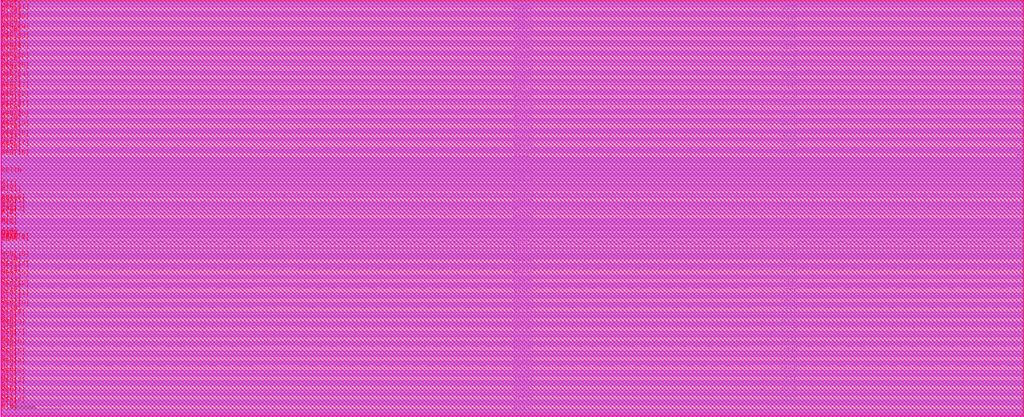
<source format=lef>
# Copyright (c) 1993 - 2021 ARM Limited. All Rights Reserved.
# Use of this Software is subject to the terms and conditions of the
# applicable license agreement with ARM Limited.

# PhyVGen V 8.17.0
# ARM Version r0p0
# Creation Date: Tue Apr 27 11:33:11 2021


# Memory Configuration:
# ~~~~~~~~~~~~~~~~~~~~~
#  -activity_factor 50 -atf off -back_biasing off -bits 32 -bmux off
# -bus_notation on -c4obs off -check_instname off -diodes on -drive 6 -ema on
# -eol_guardband 0 -flexible_banking 4 -flexible_slice 2 -frequency 1.0
# -instname gf12lp_1rw_lg12_w32_bit -left_bus_delim "[" -lren_bankmask off -mux
# 4 -mvt BASE -name_case upper -pipeline off -power_gating off -power_type otc
# -prefix "" -pwr_gnd_rename vddpe:VDDPE,vddce:VDDCE,vsse:VSSE -rcols 2
# -redundancy off -retention on -right_bus_delim "]" -rrows 0 -scan off -ser
# none -site_def off -top_layer m5-m10 -vmin_assist off -words 4096 -write_mask
# on -write_thru off -corners
# ffpg_sigcmin_0p88v_0p88v_m40c,sspg_sigcmax_0p72v_0p72v_125c,tt_nominal_0p80v_0p80v_25c
# 

VERSION 5.7 ;
BUSBITCHARS "[]" ;
MACRO gf12lp_1rw_lg12_w32_bit
	FOREIGN gf12lp_1rw_lg12_w32_bit 0 0 ;
	SYMMETRY X Y ;
	SIZE 201.665 BY 82.176 ;
	CLASS BLOCK ;
	PIN A[0]
		USE SIGNAL ;
		DIRECTION INPUT ;
		SHAPE ABUTMENT ;
		PORT
			LAYER	C4 ;
			RECT	0 44.197 0.18 44.267 ;
			LAYER	M2 ;
			RECT	0 44.196 0.134 44.268 ;
			LAYER	M3 ;
			RECT	0 44.196 0.134 44.268 ;
		END

		ANTENNAGATEAREA 0.003072 ;
		ANTENNADIFFAREA 0.00252 ;
	END A[0]

	PIN A[10]
		USE SIGNAL ;
		DIRECTION INPUT ;
		SHAPE ABUTMENT ;
		PORT
			LAYER	C4 ;
			RECT	0 42.037 0.18 42.107 ;
			LAYER	M2 ;
			RECT	0 42.036 0.134 42.108 ;
			LAYER	M3 ;
			RECT	0 42.036 0.134 42.108 ;
		END

		ANTENNAGATEAREA 0.003072 ;
		ANTENNADIFFAREA 0.00252 ;
	END A[10]

	PIN A[11]
		USE SIGNAL ;
		DIRECTION INPUT ;
		SHAPE ABUTMENT ;
		PORT
			LAYER	C4 ;
			RECT	0 43.717 0.18 43.787 ;
			LAYER	M2 ;
			RECT	0 43.716 0.134 43.788 ;
			LAYER	M3 ;
			RECT	0 43.716 0.134 43.788 ;
		END

		ANTENNAGATEAREA 0.003072 ;
		ANTENNADIFFAREA 0.00252 ;
	END A[11]

	PIN A[1]
		USE SIGNAL ;
		DIRECTION INPUT ;
		SHAPE ABUTMENT ;
		PORT
			LAYER	C4 ;
			RECT	0 45.061 0.18 45.131 ;
			LAYER	M2 ;
			RECT	0 45.06 0.134 45.132 ;
			LAYER	M3 ;
			RECT	0 45.06 0.134 45.132 ;
		END

		ANTENNAGATEAREA 0.003072 ;
		ANTENNADIFFAREA 0.00252 ;
	END A[1]

	PIN A[2]
		USE SIGNAL ;
		DIRECTION INPUT ;
		SHAPE ABUTMENT ;
		PORT
			LAYER	C4 ;
			RECT	0 37.525 0.18 37.595 ;
			LAYER	M2 ;
			RECT	0 37.524 0.134 37.596 ;
			LAYER	M3 ;
			RECT	0 37.524 0.134 37.596 ;
		END

		ANTENNAGATEAREA 0.003072 ;
		ANTENNADIFFAREA 0.00252 ;
	END A[2]

	PIN A[3]
		USE SIGNAL ;
		DIRECTION INPUT ;
		SHAPE ABUTMENT ;
		PORT
			LAYER	C4 ;
			RECT	0 35.605 0.18 35.675 ;
			LAYER	M2 ;
			RECT	0 35.604 0.134 35.676 ;
			LAYER	M3 ;
			RECT	0 35.604 0.134 35.676 ;
		END

		ANTENNAGATEAREA 0.003072 ;
		ANTENNADIFFAREA 0.00252 ;
	END A[3]

	PIN A[4]
		USE SIGNAL ;
		DIRECTION INPUT ;
		SHAPE ABUTMENT ;
		PORT
			LAYER	C4 ;
			RECT	0 35.749 0.18 35.819 ;
			LAYER	M2 ;
			RECT	0 35.748 0.134 35.82 ;
			LAYER	M3 ;
			RECT	0 35.748 0.134 35.82 ;
		END

		ANTENNAGATEAREA 0.003072 ;
		ANTENNADIFFAREA 0.00252 ;
	END A[4]

	PIN A[5]
		USE SIGNAL ;
		DIRECTION INPUT ;
		SHAPE ABUTMENT ;
		PORT
			LAYER	C4 ;
			RECT	0 39.445 0.18 39.515 ;
			LAYER	M2 ;
			RECT	0 39.444 0.134 39.516 ;
			LAYER	M3 ;
			RECT	0 39.444 0.134 39.516 ;
		END

		ANTENNAGATEAREA 0.003072 ;
		ANTENNADIFFAREA 0.00252 ;
	END A[5]

	PIN A[6]
		USE SIGNAL ;
		DIRECTION INPUT ;
		SHAPE ABUTMENT ;
		PORT
			LAYER	C4 ;
			RECT	0 39.253 0.18 39.323 ;
			LAYER	M2 ;
			RECT	0 39.252 0.134 39.324 ;
			LAYER	M3 ;
			RECT	0 39.252 0.134 39.324 ;
		END

		ANTENNAGATEAREA 0.003072 ;
		ANTENNADIFFAREA 0.00252 ;
	END A[6]

	PIN A[7]
		USE SIGNAL ;
		DIRECTION INPUT ;
		SHAPE ABUTMENT ;
		PORT
			LAYER	C4 ;
			RECT	0 38.005 0.18 38.075 ;
			LAYER	M2 ;
			RECT	0 38.004 0.134 38.076 ;
			LAYER	M3 ;
			RECT	0 38.004 0.134 38.076 ;
		END

		ANTENNAGATEAREA 0.003072 ;
		ANTENNADIFFAREA 0.00252 ;
	END A[7]

	PIN A[8]
		USE SIGNAL ;
		DIRECTION INPUT ;
		SHAPE ABUTMENT ;
		PORT
			LAYER	C4 ;
			RECT	0 40.549 0.18 40.619 ;
			LAYER	M2 ;
			RECT	0 40.548 0.134 40.62 ;
			LAYER	M3 ;
			RECT	0 40.548 0.134 40.62 ;
		END

		ANTENNAGATEAREA 0.003072 ;
		ANTENNADIFFAREA 0.00252 ;
	END A[8]

	PIN A[9]
		USE SIGNAL ;
		DIRECTION INPUT ;
		SHAPE ABUTMENT ;
		PORT
			LAYER	C4 ;
			RECT	0 41.029 0.18 41.099 ;
			LAYER	M2 ;
			RECT	0 41.028 0.134 41.1 ;
			LAYER	M3 ;
			RECT	0 41.028 0.134 41.1 ;
		END

		ANTENNAGATEAREA 0.003072 ;
		ANTENNADIFFAREA 0.00252 ;
	END A[9]

	PIN CEN
		USE SIGNAL ;
		DIRECTION INPUT ;
		SHAPE ABUTMENT ;
		PORT
			LAYER	C4 ;
			RECT	0 33.973 0.18 34.043 ;
			LAYER	M2 ;
			RECT	0 33.972 0.134 34.044 ;
			LAYER	M3 ;
			RECT	0 33.972 0.134 34.044 ;
		END

		ANTENNAGATEAREA 0.003072 ;
		ANTENNADIFFAREA 0.00252 ;
	END CEN

	PIN CLK
		USE SIGNAL ;
		DIRECTION INPUT ;
		SHAPE ABUTMENT ;
		PORT
			LAYER	C4 ;
			RECT	0 37.333 0.18 37.403 ;
			LAYER	M2 ;
			RECT	0 37.332 0.134 37.404 ;
			LAYER	M3 ;
			RECT	0 37.332 0.134 37.404 ;
		END

		ANTENNAGATEAREA 0.003072 ;
		ANTENNADIFFAREA 0.00252 ;
	END CLK

	PIN D[0]
		USE SIGNAL ;
		DIRECTION INPUT ;
		SHAPE ABUTMENT ;
		PORT
			LAYER	C4 ;
			RECT	0 0.949 0.18 1.019 ;
			LAYER	M2 ;
			RECT	0 0.948 0.134 1.02 ;
			LAYER	M3 ;
			RECT	0 0.948 0.134 1.02 ;
		END

		ANTENNAGATEAREA 0.003072 ;
		ANTENNADIFFAREA 0.00252 ;
	END D[0]

	PIN D[10]
		USE SIGNAL ;
		DIRECTION INPUT ;
		SHAPE ABUTMENT ;
		PORT
			LAYER	C4 ;
			RECT	0 20.149 0.18 20.219 ;
			LAYER	M2 ;
			RECT	0 20.148 0.134 20.22 ;
			LAYER	M3 ;
			RECT	0 20.148 0.134 20.22 ;
		END

		ANTENNAGATEAREA 0.003072 ;
		ANTENNADIFFAREA 0.00252 ;
	END D[10]

	PIN D[11]
		USE SIGNAL ;
		DIRECTION INPUT ;
		SHAPE ABUTMENT ;
		PORT
			LAYER	C4 ;
			RECT	0 22.069 0.18 22.139 ;
			LAYER	M2 ;
			RECT	0 22.068 0.134 22.14 ;
			LAYER	M3 ;
			RECT	0 22.068 0.134 22.14 ;
		END

		ANTENNAGATEAREA 0.003072 ;
		ANTENNADIFFAREA 0.00252 ;
	END D[11]

	PIN D[12]
		USE SIGNAL ;
		DIRECTION INPUT ;
		SHAPE ABUTMENT ;
		PORT
			LAYER	C4 ;
			RECT	0 23.989 0.18 24.059 ;
			LAYER	M2 ;
			RECT	0 23.988 0.134 24.06 ;
			LAYER	M3 ;
			RECT	0 23.988 0.134 24.06 ;
		END

		ANTENNAGATEAREA 0.003072 ;
		ANTENNADIFFAREA 0.00252 ;
	END D[12]

	PIN D[13]
		USE SIGNAL ;
		DIRECTION INPUT ;
		SHAPE ABUTMENT ;
		PORT
			LAYER	C4 ;
			RECT	0 25.909 0.18 25.979 ;
			LAYER	M2 ;
			RECT	0 25.908 0.134 25.98 ;
			LAYER	M3 ;
			RECT	0 25.908 0.134 25.98 ;
		END

		ANTENNAGATEAREA 0.003072 ;
		ANTENNADIFFAREA 0.00252 ;
	END D[13]

	PIN D[14]
		USE SIGNAL ;
		DIRECTION INPUT ;
		SHAPE ABUTMENT ;
		PORT
			LAYER	C4 ;
			RECT	0 27.829 0.18 27.899 ;
			LAYER	M2 ;
			RECT	0 27.828 0.134 27.9 ;
			LAYER	M3 ;
			RECT	0 27.828 0.134 27.9 ;
		END

		ANTENNAGATEAREA 0.003072 ;
		ANTENNADIFFAREA 0.00252 ;
	END D[14]

	PIN D[15]
		USE SIGNAL ;
		DIRECTION INPUT ;
		SHAPE ABUTMENT ;
		PORT
			LAYER	C4 ;
			RECT	0 29.749 0.18 29.819 ;
			LAYER	M2 ;
			RECT	0 29.748 0.134 29.82 ;
			LAYER	M3 ;
			RECT	0 29.748 0.134 29.82 ;
		END

		ANTENNAGATEAREA 0.003072 ;
		ANTENNADIFFAREA 0.00252 ;
	END D[15]

	PIN D[16]
		USE SIGNAL ;
		DIRECTION INPUT ;
		SHAPE ABUTMENT ;
		PORT
			LAYER	C4 ;
			RECT	0 52.357 0.18 52.427 ;
			LAYER	M2 ;
			RECT	0 52.356 0.134 52.428 ;
			LAYER	M3 ;
			RECT	0 52.356 0.134 52.428 ;
		END

		ANTENNAGATEAREA 0.003072 ;
		ANTENNADIFFAREA 0.00252 ;
	END D[16]

	PIN D[17]
		USE SIGNAL ;
		DIRECTION INPUT ;
		SHAPE ABUTMENT ;
		PORT
			LAYER	C4 ;
			RECT	0 54.277 0.18 54.347 ;
			LAYER	M2 ;
			RECT	0 54.276 0.134 54.348 ;
			LAYER	M3 ;
			RECT	0 54.276 0.134 54.348 ;
		END

		ANTENNAGATEAREA 0.003072 ;
		ANTENNADIFFAREA 0.00252 ;
	END D[17]

	PIN D[18]
		USE SIGNAL ;
		DIRECTION INPUT ;
		SHAPE ABUTMENT ;
		PORT
			LAYER	C4 ;
			RECT	0 56.197 0.18 56.267 ;
			LAYER	M2 ;
			RECT	0 56.196 0.134 56.268 ;
			LAYER	M3 ;
			RECT	0 56.196 0.134 56.268 ;
		END

		ANTENNAGATEAREA 0.003072 ;
		ANTENNADIFFAREA 0.00252 ;
	END D[18]

	PIN D[19]
		USE SIGNAL ;
		DIRECTION INPUT ;
		SHAPE ABUTMENT ;
		PORT
			LAYER	C4 ;
			RECT	0 58.117 0.18 58.187 ;
			LAYER	M2 ;
			RECT	0 58.116 0.134 58.188 ;
			LAYER	M3 ;
			RECT	0 58.116 0.134 58.188 ;
		END

		ANTENNAGATEAREA 0.003072 ;
		ANTENNADIFFAREA 0.00252 ;
	END D[19]

	PIN D[1]
		USE SIGNAL ;
		DIRECTION INPUT ;
		SHAPE ABUTMENT ;
		PORT
			LAYER	C4 ;
			RECT	0 2.869 0.18 2.939 ;
			LAYER	M2 ;
			RECT	0 2.868 0.134 2.94 ;
			LAYER	M3 ;
			RECT	0 2.868 0.134 2.94 ;
		END

		ANTENNAGATEAREA 0.003072 ;
		ANTENNADIFFAREA 0.00252 ;
	END D[1]

	PIN D[20]
		USE SIGNAL ;
		DIRECTION INPUT ;
		SHAPE ABUTMENT ;
		PORT
			LAYER	C4 ;
			RECT	0 60.037 0.18 60.107 ;
			LAYER	M2 ;
			RECT	0 60.036 0.134 60.108 ;
			LAYER	M3 ;
			RECT	0 60.036 0.134 60.108 ;
		END

		ANTENNAGATEAREA 0.003072 ;
		ANTENNADIFFAREA 0.00252 ;
	END D[20]

	PIN D[21]
		USE SIGNAL ;
		DIRECTION INPUT ;
		SHAPE ABUTMENT ;
		PORT
			LAYER	C4 ;
			RECT	0 61.957 0.18 62.027 ;
			LAYER	M2 ;
			RECT	0 61.956 0.134 62.028 ;
			LAYER	M3 ;
			RECT	0 61.956 0.134 62.028 ;
		END

		ANTENNAGATEAREA 0.003072 ;
		ANTENNADIFFAREA 0.00252 ;
	END D[21]

	PIN D[22]
		USE SIGNAL ;
		DIRECTION INPUT ;
		SHAPE ABUTMENT ;
		PORT
			LAYER	C4 ;
			RECT	0 63.877 0.18 63.947 ;
			LAYER	M2 ;
			RECT	0 63.876 0.134 63.948 ;
			LAYER	M3 ;
			RECT	0 63.876 0.134 63.948 ;
		END

		ANTENNAGATEAREA 0.003072 ;
		ANTENNADIFFAREA 0.00252 ;
	END D[22]

	PIN D[23]
		USE SIGNAL ;
		DIRECTION INPUT ;
		SHAPE ABUTMENT ;
		PORT
			LAYER	C4 ;
			RECT	0 65.797 0.18 65.867 ;
			LAYER	M2 ;
			RECT	0 65.796 0.134 65.868 ;
			LAYER	M3 ;
			RECT	0 65.796 0.134 65.868 ;
		END

		ANTENNAGATEAREA 0.003072 ;
		ANTENNADIFFAREA 0.00252 ;
	END D[23]

	PIN D[24]
		USE SIGNAL ;
		DIRECTION INPUT ;
		SHAPE ABUTMENT ;
		PORT
			LAYER	C4 ;
			RECT	0 67.717 0.18 67.787 ;
			LAYER	M2 ;
			RECT	0 67.716 0.134 67.788 ;
			LAYER	M3 ;
			RECT	0 67.716 0.134 67.788 ;
		END

		ANTENNAGATEAREA 0.003072 ;
		ANTENNADIFFAREA 0.00252 ;
	END D[24]

	PIN D[25]
		USE SIGNAL ;
		DIRECTION INPUT ;
		SHAPE ABUTMENT ;
		PORT
			LAYER	C4 ;
			RECT	0 69.637 0.18 69.707 ;
			LAYER	M2 ;
			RECT	0 69.636 0.134 69.708 ;
			LAYER	M3 ;
			RECT	0 69.636 0.134 69.708 ;
		END

		ANTENNAGATEAREA 0.003072 ;
		ANTENNADIFFAREA 0.00252 ;
	END D[25]

	PIN D[26]
		USE SIGNAL ;
		DIRECTION INPUT ;
		SHAPE ABUTMENT ;
		PORT
			LAYER	C4 ;
			RECT	0 71.557 0.18 71.627 ;
			LAYER	M2 ;
			RECT	0 71.556 0.134 71.628 ;
			LAYER	M3 ;
			RECT	0 71.556 0.134 71.628 ;
		END

		ANTENNAGATEAREA 0.003072 ;
		ANTENNADIFFAREA 0.00252 ;
	END D[26]

	PIN D[27]
		USE SIGNAL ;
		DIRECTION INPUT ;
		SHAPE ABUTMENT ;
		PORT
			LAYER	C4 ;
			RECT	0 73.477 0.18 73.547 ;
			LAYER	M2 ;
			RECT	0 73.476 0.134 73.548 ;
			LAYER	M3 ;
			RECT	0 73.476 0.134 73.548 ;
		END

		ANTENNAGATEAREA 0.003072 ;
		ANTENNADIFFAREA 0.00252 ;
	END D[27]

	PIN D[28]
		USE SIGNAL ;
		DIRECTION INPUT ;
		SHAPE ABUTMENT ;
		PORT
			LAYER	C4 ;
			RECT	0 75.397 0.18 75.467 ;
			LAYER	M2 ;
			RECT	0 75.396 0.134 75.468 ;
			LAYER	M3 ;
			RECT	0 75.396 0.134 75.468 ;
		END

		ANTENNAGATEAREA 0.003072 ;
		ANTENNADIFFAREA 0.00252 ;
	END D[28]

	PIN D[29]
		USE SIGNAL ;
		DIRECTION INPUT ;
		SHAPE ABUTMENT ;
		PORT
			LAYER	C4 ;
			RECT	0 77.317 0.18 77.387 ;
			LAYER	M2 ;
			RECT	0 77.316 0.134 77.388 ;
			LAYER	M3 ;
			RECT	0 77.316 0.134 77.388 ;
		END

		ANTENNAGATEAREA 0.003072 ;
		ANTENNADIFFAREA 0.00252 ;
	END D[29]

	PIN D[2]
		USE SIGNAL ;
		DIRECTION INPUT ;
		SHAPE ABUTMENT ;
		PORT
			LAYER	C4 ;
			RECT	0 4.789 0.18 4.859 ;
			LAYER	M2 ;
			RECT	0 4.788 0.134 4.86 ;
			LAYER	M3 ;
			RECT	0 4.788 0.134 4.86 ;
		END

		ANTENNAGATEAREA 0.003072 ;
		ANTENNADIFFAREA 0.00252 ;
	END D[2]

	PIN D[30]
		USE SIGNAL ;
		DIRECTION INPUT ;
		SHAPE ABUTMENT ;
		PORT
			LAYER	C4 ;
			RECT	0 79.237 0.18 79.307 ;
			LAYER	M2 ;
			RECT	0 79.236 0.134 79.308 ;
			LAYER	M3 ;
			RECT	0 79.236 0.134 79.308 ;
		END

		ANTENNAGATEAREA 0.003072 ;
		ANTENNADIFFAREA 0.00252 ;
	END D[30]

	PIN D[31]
		USE SIGNAL ;
		DIRECTION INPUT ;
		SHAPE ABUTMENT ;
		PORT
			LAYER	C4 ;
			RECT	0 81.157 0.18 81.227 ;
			LAYER	M2 ;
			RECT	0 81.156 0.134 81.228 ;
			LAYER	M3 ;
			RECT	0 81.156 0.134 81.228 ;
		END

		ANTENNAGATEAREA 0.003072 ;
		ANTENNADIFFAREA 0.00252 ;
	END D[31]

	PIN D[3]
		USE SIGNAL ;
		DIRECTION INPUT ;
		SHAPE ABUTMENT ;
		PORT
			LAYER	C4 ;
			RECT	0 6.709 0.18 6.779 ;
			LAYER	M2 ;
			RECT	0 6.708 0.134 6.78 ;
			LAYER	M3 ;
			RECT	0 6.708 0.134 6.78 ;
		END

		ANTENNAGATEAREA 0.003072 ;
		ANTENNADIFFAREA 0.00252 ;
	END D[3]

	PIN D[4]
		USE SIGNAL ;
		DIRECTION INPUT ;
		SHAPE ABUTMENT ;
		PORT
			LAYER	C4 ;
			RECT	0 8.629 0.18 8.699 ;
			LAYER	M2 ;
			RECT	0 8.628 0.134 8.7 ;
			LAYER	M3 ;
			RECT	0 8.628 0.134 8.7 ;
		END

		ANTENNAGATEAREA 0.003072 ;
		ANTENNADIFFAREA 0.00252 ;
	END D[4]

	PIN D[5]
		USE SIGNAL ;
		DIRECTION INPUT ;
		SHAPE ABUTMENT ;
		PORT
			LAYER	C4 ;
			RECT	0 10.549 0.18 10.619 ;
			LAYER	M2 ;
			RECT	0 10.548 0.134 10.62 ;
			LAYER	M3 ;
			RECT	0 10.548 0.134 10.62 ;
		END

		ANTENNAGATEAREA 0.003072 ;
		ANTENNADIFFAREA 0.00252 ;
	END D[5]

	PIN D[6]
		USE SIGNAL ;
		DIRECTION INPUT ;
		SHAPE ABUTMENT ;
		PORT
			LAYER	C4 ;
			RECT	0 12.469 0.18 12.539 ;
			LAYER	M2 ;
			RECT	0 12.468 0.134 12.54 ;
			LAYER	M3 ;
			RECT	0 12.468 0.134 12.54 ;
		END

		ANTENNAGATEAREA 0.003072 ;
		ANTENNADIFFAREA 0.00252 ;
	END D[6]

	PIN D[7]
		USE SIGNAL ;
		DIRECTION INPUT ;
		SHAPE ABUTMENT ;
		PORT
			LAYER	C4 ;
			RECT	0 14.389 0.18 14.459 ;
			LAYER	M2 ;
			RECT	0 14.388 0.134 14.46 ;
			LAYER	M3 ;
			RECT	0 14.388 0.134 14.46 ;
		END

		ANTENNAGATEAREA 0.003072 ;
		ANTENNADIFFAREA 0.00252 ;
	END D[7]

	PIN D[8]
		USE SIGNAL ;
		DIRECTION INPUT ;
		SHAPE ABUTMENT ;
		PORT
			LAYER	C4 ;
			RECT	0 16.309 0.18 16.379 ;
			LAYER	M2 ;
			RECT	0 16.308 0.134 16.38 ;
			LAYER	M3 ;
			RECT	0 16.308 0.134 16.38 ;
		END

		ANTENNAGATEAREA 0.003072 ;
		ANTENNADIFFAREA 0.00252 ;
	END D[8]

	PIN D[9]
		USE SIGNAL ;
		DIRECTION INPUT ;
		SHAPE ABUTMENT ;
		PORT
			LAYER	C4 ;
			RECT	0 18.229 0.18 18.299 ;
			LAYER	M2 ;
			RECT	0 18.228 0.134 18.3 ;
			LAYER	M3 ;
			RECT	0 18.228 0.134 18.3 ;
		END

		ANTENNAGATEAREA 0.003072 ;
		ANTENNADIFFAREA 0.00252 ;
	END D[9]

	PIN EMAS
		USE SIGNAL ;
		DIRECTION INPUT ;
		SHAPE ABUTMENT ;
		PORT
			LAYER	C4 ;
			RECT	0 34.117 0.18 34.187 ;
			LAYER	M2 ;
			RECT	0 34.116 0.134 34.188 ;
			LAYER	M3 ;
			RECT	0 34.116 0.134 34.188 ;
		END

		ANTENNAGATEAREA 0.003072 ;
		ANTENNADIFFAREA 0.00252 ;
	END EMAS

	PIN EMAW[0]
		USE SIGNAL ;
		DIRECTION INPUT ;
		SHAPE ABUTMENT ;
		PORT
			LAYER	C4 ;
			RECT	0 34.597 0.18 34.667 ;
			LAYER	M2 ;
			RECT	0 34.596 0.134 34.668 ;
			LAYER	M3 ;
			RECT	0 34.596 0.134 34.668 ;
		END

		ANTENNAGATEAREA 0.003072 ;
		ANTENNADIFFAREA 0.00252 ;
	END EMAW[0]

	PIN EMAW[1]
		USE SIGNAL ;
		DIRECTION INPUT ;
		SHAPE ABUTMENT ;
		PORT
			LAYER	C4 ;
			RECT	0 34.309 0.18 34.379 ;
			LAYER	M2 ;
			RECT	0 34.308 0.134 34.38 ;
			LAYER	M3 ;
			RECT	0 34.308 0.134 34.38 ;
		END

		ANTENNAGATEAREA 0.003072 ;
		ANTENNADIFFAREA 0.00252 ;
	END EMAW[1]

	PIN EMA[0]
		USE SIGNAL ;
		DIRECTION INPUT ;
		SHAPE ABUTMENT ;
		PORT
			LAYER	C4 ;
			RECT	0 42.229 0.18 42.299 ;
			LAYER	M2 ;
			RECT	0 42.228 0.134 42.3 ;
			LAYER	M3 ;
			RECT	0 42.228 0.134 42.3 ;
		END

		ANTENNAGATEAREA 0.003072 ;
		ANTENNADIFFAREA 0.00252 ;
	END EMA[0]

	PIN EMA[1]
		USE SIGNAL ;
		DIRECTION INPUT ;
		SHAPE ABUTMENT ;
		PORT
			LAYER	C4 ;
			RECT	0 41.557 0.18 41.627 ;
			LAYER	M2 ;
			RECT	0 41.556 0.134 41.628 ;
			LAYER	M3 ;
			RECT	0 41.556 0.134 41.628 ;
		END

		ANTENNAGATEAREA 0.003072 ;
		ANTENNADIFFAREA 0.00252 ;
	END EMA[1]

	PIN EMA[2]
		USE SIGNAL ;
		DIRECTION INPUT ;
		SHAPE ABUTMENT ;
		PORT
			LAYER	C4 ;
			RECT	0 39.925 0.18 39.995 ;
			LAYER	M2 ;
			RECT	0 39.924 0.134 39.996 ;
			LAYER	M3 ;
			RECT	0 39.924 0.134 39.996 ;
		END

		ANTENNAGATEAREA 0.003072 ;
		ANTENNADIFFAREA 0.00252 ;
	END EMA[2]

	PIN GWEN
		USE SIGNAL ;
		DIRECTION INPUT ;
		SHAPE ABUTMENT ;
		PORT
			LAYER	C4 ;
			RECT	0 35.269 0.18 35.339 ;
			LAYER	M2 ;
			RECT	0 35.268 0.134 35.34 ;
			LAYER	M3 ;
			RECT	0 35.268 0.134 35.34 ;
		END

		ANTENNAGATEAREA 0.003072 ;
		ANTENNADIFFAREA 0.00252 ;
	END GWEN

	PIN Q[0]
		USE SIGNAL ;
		DIRECTION OUTPUT ;
		SHAPE ABUTMENT ;
		PORT
			LAYER	C4 ;
			RECT	0 1.432 0.18 1.502 ;
			LAYER	M2 ;
			RECT	0 1.431 0.134 1.503 ;
			LAYER	M3 ;
			RECT	0 1.431 0.134 1.503 ;
		END

		ANTENNADIFFAREA 0.00252 ;
	END Q[0]

	PIN Q[10]
		USE SIGNAL ;
		DIRECTION OUTPUT ;
		SHAPE ABUTMENT ;
		PORT
			LAYER	C4 ;
			RECT	0 20.632 0.18 20.702 ;
			LAYER	M2 ;
			RECT	0 20.631 0.134 20.703 ;
			LAYER	M3 ;
			RECT	0 20.631 0.134 20.703 ;
		END

		ANTENNADIFFAREA 0.00252 ;
	END Q[10]

	PIN Q[11]
		USE SIGNAL ;
		DIRECTION OUTPUT ;
		SHAPE ABUTMENT ;
		PORT
			LAYER	C4 ;
			RECT	0 22.552 0.18 22.622 ;
			LAYER	M2 ;
			RECT	0 22.551 0.134 22.623 ;
			LAYER	M3 ;
			RECT	0 22.551 0.134 22.623 ;
		END

		ANTENNADIFFAREA 0.00252 ;
	END Q[11]

	PIN Q[12]
		USE SIGNAL ;
		DIRECTION OUTPUT ;
		SHAPE ABUTMENT ;
		PORT
			LAYER	C4 ;
			RECT	0 24.472 0.18 24.542 ;
			LAYER	M2 ;
			RECT	0 24.471 0.134 24.543 ;
			LAYER	M3 ;
			RECT	0 24.471 0.134 24.543 ;
		END

		ANTENNADIFFAREA 0.00252 ;
	END Q[12]

	PIN Q[13]
		USE SIGNAL ;
		DIRECTION OUTPUT ;
		SHAPE ABUTMENT ;
		PORT
			LAYER	C4 ;
			RECT	0 26.392 0.18 26.462 ;
			LAYER	M2 ;
			RECT	0 26.391 0.134 26.463 ;
			LAYER	M3 ;
			RECT	0 26.391 0.134 26.463 ;
		END

		ANTENNADIFFAREA 0.00252 ;
	END Q[13]

	PIN Q[14]
		USE SIGNAL ;
		DIRECTION OUTPUT ;
		SHAPE ABUTMENT ;
		PORT
			LAYER	C4 ;
			RECT	0 28.312 0.18 28.382 ;
			LAYER	M2 ;
			RECT	0 28.311 0.134 28.383 ;
			LAYER	M3 ;
			RECT	0 28.311 0.134 28.383 ;
		END

		ANTENNADIFFAREA 0.00252 ;
	END Q[14]

	PIN Q[15]
		USE SIGNAL ;
		DIRECTION OUTPUT ;
		SHAPE ABUTMENT ;
		PORT
			LAYER	C4 ;
			RECT	0 30.232 0.18 30.302 ;
			LAYER	M2 ;
			RECT	0 30.231 0.134 30.303 ;
			LAYER	M3 ;
			RECT	0 30.231 0.134 30.303 ;
		END

		ANTENNADIFFAREA 0.00252 ;
	END Q[15]

	PIN Q[16]
		USE SIGNAL ;
		DIRECTION OUTPUT ;
		SHAPE ABUTMENT ;
		PORT
			LAYER	C4 ;
			RECT	0 51.874 0.18 51.944 ;
			LAYER	M2 ;
			RECT	0 51.873 0.134 51.945 ;
			LAYER	M3 ;
			RECT	0 51.873 0.134 51.945 ;
		END

		ANTENNADIFFAREA 0.00252 ;
	END Q[16]

	PIN Q[17]
		USE SIGNAL ;
		DIRECTION OUTPUT ;
		SHAPE ABUTMENT ;
		PORT
			LAYER	C4 ;
			RECT	0 53.794 0.18 53.864 ;
			LAYER	M2 ;
			RECT	0 53.793 0.134 53.865 ;
			LAYER	M3 ;
			RECT	0 53.793 0.134 53.865 ;
		END

		ANTENNADIFFAREA 0.00252 ;
	END Q[17]

	PIN Q[18]
		USE SIGNAL ;
		DIRECTION OUTPUT ;
		SHAPE ABUTMENT ;
		PORT
			LAYER	C4 ;
			RECT	0 55.714 0.18 55.784 ;
			LAYER	M2 ;
			RECT	0 55.713 0.134 55.785 ;
			LAYER	M3 ;
			RECT	0 55.713 0.134 55.785 ;
		END

		ANTENNADIFFAREA 0.00252 ;
	END Q[18]

	PIN Q[19]
		USE SIGNAL ;
		DIRECTION OUTPUT ;
		SHAPE ABUTMENT ;
		PORT
			LAYER	C4 ;
			RECT	0 57.634 0.18 57.704 ;
			LAYER	M2 ;
			RECT	0 57.633 0.134 57.705 ;
			LAYER	M3 ;
			RECT	0 57.633 0.134 57.705 ;
		END

		ANTENNADIFFAREA 0.00252 ;
	END Q[19]

	PIN Q[1]
		USE SIGNAL ;
		DIRECTION OUTPUT ;
		SHAPE ABUTMENT ;
		PORT
			LAYER	C4 ;
			RECT	0 3.352 0.18 3.422 ;
			LAYER	M2 ;
			RECT	0 3.351 0.134 3.423 ;
			LAYER	M3 ;
			RECT	0 3.351 0.134 3.423 ;
		END

		ANTENNADIFFAREA 0.00252 ;
	END Q[1]

	PIN Q[20]
		USE SIGNAL ;
		DIRECTION OUTPUT ;
		SHAPE ABUTMENT ;
		PORT
			LAYER	C4 ;
			RECT	0 59.554 0.18 59.624 ;
			LAYER	M2 ;
			RECT	0 59.553 0.134 59.625 ;
			LAYER	M3 ;
			RECT	0 59.553 0.134 59.625 ;
		END

		ANTENNADIFFAREA 0.00252 ;
	END Q[20]

	PIN Q[21]
		USE SIGNAL ;
		DIRECTION OUTPUT ;
		SHAPE ABUTMENT ;
		PORT
			LAYER	C4 ;
			RECT	0 61.474 0.18 61.544 ;
			LAYER	M2 ;
			RECT	0 61.473 0.134 61.545 ;
			LAYER	M3 ;
			RECT	0 61.473 0.134 61.545 ;
		END

		ANTENNADIFFAREA 0.00252 ;
	END Q[21]

	PIN Q[22]
		USE SIGNAL ;
		DIRECTION OUTPUT ;
		SHAPE ABUTMENT ;
		PORT
			LAYER	C4 ;
			RECT	0 63.394 0.18 63.464 ;
			LAYER	M2 ;
			RECT	0 63.393 0.134 63.465 ;
			LAYER	M3 ;
			RECT	0 63.393 0.134 63.465 ;
		END

		ANTENNADIFFAREA 0.00252 ;
	END Q[22]

	PIN Q[23]
		USE SIGNAL ;
		DIRECTION OUTPUT ;
		SHAPE ABUTMENT ;
		PORT
			LAYER	C4 ;
			RECT	0 65.314 0.18 65.384 ;
			LAYER	M2 ;
			RECT	0 65.313 0.134 65.385 ;
			LAYER	M3 ;
			RECT	0 65.313 0.134 65.385 ;
		END

		ANTENNADIFFAREA 0.00252 ;
	END Q[23]

	PIN Q[24]
		USE SIGNAL ;
		DIRECTION OUTPUT ;
		SHAPE ABUTMENT ;
		PORT
			LAYER	C4 ;
			RECT	0 67.234 0.18 67.304 ;
			LAYER	M2 ;
			RECT	0 67.233 0.134 67.305 ;
			LAYER	M3 ;
			RECT	0 67.233 0.134 67.305 ;
		END

		ANTENNADIFFAREA 0.00252 ;
	END Q[24]

	PIN Q[25]
		USE SIGNAL ;
		DIRECTION OUTPUT ;
		SHAPE ABUTMENT ;
		PORT
			LAYER	C4 ;
			RECT	0 69.154 0.18 69.224 ;
			LAYER	M2 ;
			RECT	0 69.153 0.134 69.225 ;
			LAYER	M3 ;
			RECT	0 69.153 0.134 69.225 ;
		END

		ANTENNADIFFAREA 0.00252 ;
	END Q[25]

	PIN Q[26]
		USE SIGNAL ;
		DIRECTION OUTPUT ;
		SHAPE ABUTMENT ;
		PORT
			LAYER	C4 ;
			RECT	0 71.074 0.18 71.144 ;
			LAYER	M2 ;
			RECT	0 71.073 0.134 71.145 ;
			LAYER	M3 ;
			RECT	0 71.073 0.134 71.145 ;
		END

		ANTENNADIFFAREA 0.00252 ;
	END Q[26]

	PIN Q[27]
		USE SIGNAL ;
		DIRECTION OUTPUT ;
		SHAPE ABUTMENT ;
		PORT
			LAYER	C4 ;
			RECT	0 72.994 0.18 73.064 ;
			LAYER	M2 ;
			RECT	0 72.993 0.134 73.065 ;
			LAYER	M3 ;
			RECT	0 72.993 0.134 73.065 ;
		END

		ANTENNADIFFAREA 0.00252 ;
	END Q[27]

	PIN Q[28]
		USE SIGNAL ;
		DIRECTION OUTPUT ;
		SHAPE ABUTMENT ;
		PORT
			LAYER	C4 ;
			RECT	0 74.914 0.18 74.984 ;
			LAYER	M2 ;
			RECT	0 74.913 0.134 74.985 ;
			LAYER	M3 ;
			RECT	0 74.913 0.134 74.985 ;
		END

		ANTENNADIFFAREA 0.00252 ;
	END Q[28]

	PIN Q[29]
		USE SIGNAL ;
		DIRECTION OUTPUT ;
		SHAPE ABUTMENT ;
		PORT
			LAYER	C4 ;
			RECT	0 76.834 0.18 76.904 ;
			LAYER	M2 ;
			RECT	0 76.833 0.134 76.905 ;
			LAYER	M3 ;
			RECT	0 76.833 0.134 76.905 ;
		END

		ANTENNADIFFAREA 0.00252 ;
	END Q[29]

	PIN Q[2]
		USE SIGNAL ;
		DIRECTION OUTPUT ;
		SHAPE ABUTMENT ;
		PORT
			LAYER	C4 ;
			RECT	0 5.272 0.18 5.342 ;
			LAYER	M2 ;
			RECT	0 5.271 0.134 5.343 ;
			LAYER	M3 ;
			RECT	0 5.271 0.134 5.343 ;
		END

		ANTENNADIFFAREA 0.00252 ;
	END Q[2]

	PIN Q[30]
		USE SIGNAL ;
		DIRECTION OUTPUT ;
		SHAPE ABUTMENT ;
		PORT
			LAYER	C4 ;
			RECT	0 78.754 0.18 78.824 ;
			LAYER	M2 ;
			RECT	0 78.753 0.134 78.825 ;
			LAYER	M3 ;
			RECT	0 78.753 0.134 78.825 ;
		END

		ANTENNADIFFAREA 0.00252 ;
	END Q[30]

	PIN Q[31]
		USE SIGNAL ;
		DIRECTION OUTPUT ;
		SHAPE ABUTMENT ;
		PORT
			LAYER	C4 ;
			RECT	0 80.674 0.18 80.744 ;
			LAYER	M2 ;
			RECT	0 80.673 0.134 80.745 ;
			LAYER	M3 ;
			RECT	0 80.673 0.134 80.745 ;
		END

		ANTENNADIFFAREA 0.00252 ;
	END Q[31]

	PIN Q[3]
		USE SIGNAL ;
		DIRECTION OUTPUT ;
		SHAPE ABUTMENT ;
		PORT
			LAYER	C4 ;
			RECT	0 7.192 0.18 7.262 ;
			LAYER	M2 ;
			RECT	0 7.191 0.134 7.263 ;
			LAYER	M3 ;
			RECT	0 7.191 0.134 7.263 ;
		END

		ANTENNADIFFAREA 0.00252 ;
	END Q[3]

	PIN Q[4]
		USE SIGNAL ;
		DIRECTION OUTPUT ;
		SHAPE ABUTMENT ;
		PORT
			LAYER	C4 ;
			RECT	0 9.112 0.18 9.182 ;
			LAYER	M2 ;
			RECT	0 9.111 0.134 9.183 ;
			LAYER	M3 ;
			RECT	0 9.111 0.134 9.183 ;
		END

		ANTENNADIFFAREA 0.00252 ;
	END Q[4]

	PIN Q[5]
		USE SIGNAL ;
		DIRECTION OUTPUT ;
		SHAPE ABUTMENT ;
		PORT
			LAYER	C4 ;
			RECT	0 11.032 0.18 11.102 ;
			LAYER	M2 ;
			RECT	0 11.031 0.134 11.103 ;
			LAYER	M3 ;
			RECT	0 11.031 0.134 11.103 ;
		END

		ANTENNADIFFAREA 0.00252 ;
	END Q[5]

	PIN Q[6]
		USE SIGNAL ;
		DIRECTION OUTPUT ;
		SHAPE ABUTMENT ;
		PORT
			LAYER	C4 ;
			RECT	0 12.952 0.18 13.022 ;
			LAYER	M2 ;
			RECT	0 12.951 0.134 13.023 ;
			LAYER	M3 ;
			RECT	0 12.951 0.134 13.023 ;
		END

		ANTENNADIFFAREA 0.00252 ;
	END Q[6]

	PIN Q[7]
		USE SIGNAL ;
		DIRECTION OUTPUT ;
		SHAPE ABUTMENT ;
		PORT
			LAYER	C4 ;
			RECT	0 14.872 0.18 14.942 ;
			LAYER	M2 ;
			RECT	0 14.871 0.134 14.943 ;
			LAYER	M3 ;
			RECT	0 14.871 0.134 14.943 ;
		END

		ANTENNADIFFAREA 0.00252 ;
	END Q[7]

	PIN Q[8]
		USE SIGNAL ;
		DIRECTION OUTPUT ;
		SHAPE ABUTMENT ;
		PORT
			LAYER	C4 ;
			RECT	0 16.792 0.18 16.862 ;
			LAYER	M2 ;
			RECT	0 16.791 0.134 16.863 ;
			LAYER	M3 ;
			RECT	0 16.791 0.134 16.863 ;
		END

		ANTENNADIFFAREA 0.00252 ;
	END Q[8]

	PIN Q[9]
		USE SIGNAL ;
		DIRECTION OUTPUT ;
		SHAPE ABUTMENT ;
		PORT
			LAYER	C4 ;
			RECT	0 18.712 0.18 18.782 ;
			LAYER	M2 ;
			RECT	0 18.711 0.134 18.783 ;
			LAYER	M3 ;
			RECT	0 18.711 0.134 18.783 ;
		END

		ANTENNADIFFAREA 0.00252 ;
	END Q[9]

	PIN RET1N
		USE SIGNAL ;
		DIRECTION INPUT ;
		SHAPE ABUTMENT ;
		PORT
			LAYER	C4 ;
			RECT	0 47.605 0.18 47.675 ;
			LAYER	M2 ;
			RECT	0 47.604 0.134 47.676 ;
			LAYER	M3 ;
			RECT	0 47.604 0.134 47.676 ;
		END

		ANTENNAGATEAREA 0.003072 ;
		ANTENNADIFFAREA 0.00252 ;
	END RET1N

	PIN STOV
		USE SIGNAL ;
		DIRECTION INPUT ;
		SHAPE ABUTMENT ;
		PORT
			LAYER	C4 ;
			RECT	0 35.125 0.18 35.195 ;
			LAYER	M2 ;
			RECT	0 35.124 0.134 35.196 ;
			LAYER	M3 ;
			RECT	0 35.124 0.134 35.196 ;
		END

		ANTENNAGATEAREA 0.003072 ;
		ANTENNADIFFAREA 0.00252 ;
	END STOV

	PIN VDDCE
		USE POWER ;
		DIRECTION INOUT ;
		PORT
			LAYER	C4 ;
			RECT	0.294 80.816 201.665 80.926 ;
			LAYER	J3 ;
			RECT	5.514 80.839 5.578 80.903 ;
			RECT	5.675 80.839 5.707 80.903 ;
			RECT	49.691 80.839 49.723 80.903 ;
			RECT	49.82 80.839 49.884 80.903 ;
			RECT	58.32 80.839 58.384 80.903 ;
			RECT	58.481 80.839 58.513 80.903 ;
			RECT	102.497 80.839 102.529 80.903 ;
			RECT	102.626 80.839 102.69 80.903 ;
			RECT	103.512 80.839 103.576 80.903 ;
			RECT	103.673 80.839 103.705 80.903 ;
			RECT	147.689 80.839 147.721 80.903 ;
			RECT	147.818 80.839 147.882 80.903 ;
			RECT	156.318 80.839 156.382 80.903 ;
			RECT	156.479 80.839 156.511 80.903 ;
			RECT	200.495 80.839 200.527 80.903 ;
			RECT	200.624 80.839 200.688 80.903 ;
			RECT	201.14 80.855 201.204 80.887 ;
		END

		PORT
			LAYER	C4 ;
			RECT	0.294 76.976 201.665 77.086 ;
			LAYER	J3 ;
			RECT	5.514 76.999 5.578 77.063 ;
			RECT	5.675 76.999 5.707 77.063 ;
			RECT	49.691 76.999 49.723 77.063 ;
			RECT	49.82 76.999 49.884 77.063 ;
			RECT	58.32 76.999 58.384 77.063 ;
			RECT	58.481 76.999 58.513 77.063 ;
			RECT	102.497 76.999 102.529 77.063 ;
			RECT	102.626 76.999 102.69 77.063 ;
			RECT	103.512 76.999 103.576 77.063 ;
			RECT	103.673 76.999 103.705 77.063 ;
			RECT	147.689 76.999 147.721 77.063 ;
			RECT	147.818 76.999 147.882 77.063 ;
			RECT	156.318 76.999 156.382 77.063 ;
			RECT	156.479 76.999 156.511 77.063 ;
			RECT	200.495 76.999 200.527 77.063 ;
			RECT	200.624 76.999 200.688 77.063 ;
			RECT	201.14 77.015 201.204 77.047 ;
		END

		PORT
			LAYER	C4 ;
			RECT	0.294 30.05 201.665 30.16 ;
			LAYER	J3 ;
			RECT	5.514 30.073 5.578 30.137 ;
			RECT	5.675 30.073 5.707 30.137 ;
			RECT	49.691 30.073 49.723 30.137 ;
			RECT	49.82 30.073 49.884 30.137 ;
			RECT	58.32 30.073 58.384 30.137 ;
			RECT	58.481 30.073 58.513 30.137 ;
			RECT	102.497 30.073 102.529 30.137 ;
			RECT	102.626 30.073 102.69 30.137 ;
			RECT	103.512 30.073 103.576 30.137 ;
			RECT	103.673 30.073 103.705 30.137 ;
			RECT	147.689 30.073 147.721 30.137 ;
			RECT	147.818 30.073 147.882 30.137 ;
			RECT	156.318 30.073 156.382 30.137 ;
			RECT	156.479 30.073 156.511 30.137 ;
			RECT	200.495 30.073 200.527 30.137 ;
			RECT	200.624 30.073 200.688 30.137 ;
			RECT	201.14 30.089 201.204 30.121 ;
		END

		PORT
			LAYER	C4 ;
			RECT	0.294 28.13 201.665 28.24 ;
			LAYER	J3 ;
			RECT	5.514 28.153 5.578 28.217 ;
			RECT	5.675 28.153 5.707 28.217 ;
			RECT	49.691 28.153 49.723 28.217 ;
			RECT	49.82 28.153 49.884 28.217 ;
			RECT	58.32 28.153 58.384 28.217 ;
			RECT	58.481 28.153 58.513 28.217 ;
			RECT	102.497 28.153 102.529 28.217 ;
			RECT	102.626 28.153 102.69 28.217 ;
			RECT	103.512 28.153 103.576 28.217 ;
			RECT	103.673 28.153 103.705 28.217 ;
			RECT	147.689 28.153 147.721 28.217 ;
			RECT	147.818 28.153 147.882 28.217 ;
			RECT	156.318 28.153 156.382 28.217 ;
			RECT	156.479 28.153 156.511 28.217 ;
			RECT	200.495 28.153 200.527 28.217 ;
			RECT	200.624 28.153 200.688 28.217 ;
			RECT	201.14 28.169 201.204 28.201 ;
		END

		PORT
			LAYER	C4 ;
			RECT	0.294 26.21 201.665 26.32 ;
			LAYER	J3 ;
			RECT	5.514 26.233 5.578 26.297 ;
			RECT	5.675 26.233 5.707 26.297 ;
			RECT	49.691 26.233 49.723 26.297 ;
			RECT	49.82 26.233 49.884 26.297 ;
			RECT	58.32 26.233 58.384 26.297 ;
			RECT	58.481 26.233 58.513 26.297 ;
			RECT	102.497 26.233 102.529 26.297 ;
			RECT	102.626 26.233 102.69 26.297 ;
			RECT	103.512 26.233 103.576 26.297 ;
			RECT	103.673 26.233 103.705 26.297 ;
			RECT	147.689 26.233 147.721 26.297 ;
			RECT	147.818 26.233 147.882 26.297 ;
			RECT	156.318 26.233 156.382 26.297 ;
			RECT	156.479 26.233 156.511 26.297 ;
			RECT	200.495 26.233 200.527 26.297 ;
			RECT	200.624 26.233 200.688 26.297 ;
			RECT	201.14 26.249 201.204 26.281 ;
		END

		PORT
			LAYER	C4 ;
			RECT	0.294 24.29 201.665 24.4 ;
			LAYER	J3 ;
			RECT	5.514 24.313 5.578 24.377 ;
			RECT	5.675 24.313 5.707 24.377 ;
			RECT	49.691 24.313 49.723 24.377 ;
			RECT	49.82 24.313 49.884 24.377 ;
			RECT	58.32 24.313 58.384 24.377 ;
			RECT	58.481 24.313 58.513 24.377 ;
			RECT	102.497 24.313 102.529 24.377 ;
			RECT	102.626 24.313 102.69 24.377 ;
			RECT	103.512 24.313 103.576 24.377 ;
			RECT	103.673 24.313 103.705 24.377 ;
			RECT	147.689 24.313 147.721 24.377 ;
			RECT	147.818 24.313 147.882 24.377 ;
			RECT	156.318 24.313 156.382 24.377 ;
			RECT	156.479 24.313 156.511 24.377 ;
			RECT	200.495 24.313 200.527 24.377 ;
			RECT	200.624 24.313 200.688 24.377 ;
			RECT	201.14 24.329 201.204 24.361 ;
		END

		PORT
			LAYER	C4 ;
			RECT	0.294 22.37 201.665 22.48 ;
			LAYER	J3 ;
			RECT	5.514 22.393 5.578 22.457 ;
			RECT	5.675 22.393 5.707 22.457 ;
			RECT	49.691 22.393 49.723 22.457 ;
			RECT	49.82 22.393 49.884 22.457 ;
			RECT	58.32 22.393 58.384 22.457 ;
			RECT	58.481 22.393 58.513 22.457 ;
			RECT	102.497 22.393 102.529 22.457 ;
			RECT	102.626 22.393 102.69 22.457 ;
			RECT	103.512 22.393 103.576 22.457 ;
			RECT	103.673 22.393 103.705 22.457 ;
			RECT	147.689 22.393 147.721 22.457 ;
			RECT	147.818 22.393 147.882 22.457 ;
			RECT	156.318 22.393 156.382 22.457 ;
			RECT	156.479 22.393 156.511 22.457 ;
			RECT	200.495 22.393 200.527 22.457 ;
			RECT	200.624 22.393 200.688 22.457 ;
			RECT	201.14 22.409 201.204 22.441 ;
		END

		PORT
			LAYER	C4 ;
			RECT	0.294 20.45 201.665 20.56 ;
			LAYER	J3 ;
			RECT	5.514 20.473 5.578 20.537 ;
			RECT	5.675 20.473 5.707 20.537 ;
			RECT	49.691 20.473 49.723 20.537 ;
			RECT	49.82 20.473 49.884 20.537 ;
			RECT	58.32 20.473 58.384 20.537 ;
			RECT	58.481 20.473 58.513 20.537 ;
			RECT	102.497 20.473 102.529 20.537 ;
			RECT	102.626 20.473 102.69 20.537 ;
			RECT	103.512 20.473 103.576 20.537 ;
			RECT	103.673 20.473 103.705 20.537 ;
			RECT	147.689 20.473 147.721 20.537 ;
			RECT	147.818 20.473 147.882 20.537 ;
			RECT	156.318 20.473 156.382 20.537 ;
			RECT	156.479 20.473 156.511 20.537 ;
			RECT	200.495 20.473 200.527 20.537 ;
			RECT	200.624 20.473 200.688 20.537 ;
			RECT	201.14 20.489 201.204 20.521 ;
		END

		PORT
			LAYER	C4 ;
			RECT	0.294 18.53 201.665 18.64 ;
			LAYER	J3 ;
			RECT	5.514 18.553 5.578 18.617 ;
			RECT	5.675 18.553 5.707 18.617 ;
			RECT	49.691 18.553 49.723 18.617 ;
			RECT	49.82 18.553 49.884 18.617 ;
			RECT	58.32 18.553 58.384 18.617 ;
			RECT	58.481 18.553 58.513 18.617 ;
			RECT	102.497 18.553 102.529 18.617 ;
			RECT	102.626 18.553 102.69 18.617 ;
			RECT	103.512 18.553 103.576 18.617 ;
			RECT	103.673 18.553 103.705 18.617 ;
			RECT	147.689 18.553 147.721 18.617 ;
			RECT	147.818 18.553 147.882 18.617 ;
			RECT	156.318 18.553 156.382 18.617 ;
			RECT	156.479 18.553 156.511 18.617 ;
			RECT	200.495 18.553 200.527 18.617 ;
			RECT	200.624 18.553 200.688 18.617 ;
			RECT	201.14 18.569 201.204 18.601 ;
		END

		PORT
			LAYER	C4 ;
			RECT	0.294 16.61 201.665 16.72 ;
			LAYER	J3 ;
			RECT	5.514 16.633 5.578 16.697 ;
			RECT	5.675 16.633 5.707 16.697 ;
			RECT	49.691 16.633 49.723 16.697 ;
			RECT	49.82 16.633 49.884 16.697 ;
			RECT	58.32 16.633 58.384 16.697 ;
			RECT	58.481 16.633 58.513 16.697 ;
			RECT	102.497 16.633 102.529 16.697 ;
			RECT	102.626 16.633 102.69 16.697 ;
			RECT	103.512 16.633 103.576 16.697 ;
			RECT	103.673 16.633 103.705 16.697 ;
			RECT	147.689 16.633 147.721 16.697 ;
			RECT	147.818 16.633 147.882 16.697 ;
			RECT	156.318 16.633 156.382 16.697 ;
			RECT	156.479 16.633 156.511 16.697 ;
			RECT	200.495 16.633 200.527 16.697 ;
			RECT	200.624 16.633 200.688 16.697 ;
			RECT	201.14 16.649 201.204 16.681 ;
		END

		PORT
			LAYER	C4 ;
			RECT	0.294 14.69 201.665 14.8 ;
			LAYER	J3 ;
			RECT	5.514 14.713 5.578 14.777 ;
			RECT	5.675 14.713 5.707 14.777 ;
			RECT	49.691 14.713 49.723 14.777 ;
			RECT	49.82 14.713 49.884 14.777 ;
			RECT	58.32 14.713 58.384 14.777 ;
			RECT	58.481 14.713 58.513 14.777 ;
			RECT	102.497 14.713 102.529 14.777 ;
			RECT	102.626 14.713 102.69 14.777 ;
			RECT	103.512 14.713 103.576 14.777 ;
			RECT	103.673 14.713 103.705 14.777 ;
			RECT	147.689 14.713 147.721 14.777 ;
			RECT	147.818 14.713 147.882 14.777 ;
			RECT	156.318 14.713 156.382 14.777 ;
			RECT	156.479 14.713 156.511 14.777 ;
			RECT	200.495 14.713 200.527 14.777 ;
			RECT	200.624 14.713 200.688 14.777 ;
			RECT	201.14 14.729 201.204 14.761 ;
		END

		PORT
			LAYER	C4 ;
			RECT	0.294 12.77 201.665 12.88 ;
			LAYER	J3 ;
			RECT	5.514 12.793 5.578 12.857 ;
			RECT	5.675 12.793 5.707 12.857 ;
			RECT	49.691 12.793 49.723 12.857 ;
			RECT	49.82 12.793 49.884 12.857 ;
			RECT	58.32 12.793 58.384 12.857 ;
			RECT	58.481 12.793 58.513 12.857 ;
			RECT	102.497 12.793 102.529 12.857 ;
			RECT	102.626 12.793 102.69 12.857 ;
			RECT	103.512 12.793 103.576 12.857 ;
			RECT	103.673 12.793 103.705 12.857 ;
			RECT	147.689 12.793 147.721 12.857 ;
			RECT	147.818 12.793 147.882 12.857 ;
			RECT	156.318 12.793 156.382 12.857 ;
			RECT	156.479 12.793 156.511 12.857 ;
			RECT	200.495 12.793 200.527 12.857 ;
			RECT	200.624 12.793 200.688 12.857 ;
			RECT	201.14 12.809 201.204 12.841 ;
		END

		PORT
			LAYER	C4 ;
			RECT	0.294 75.056 201.665 75.166 ;
			LAYER	J3 ;
			RECT	5.514 75.079 5.578 75.143 ;
			RECT	5.675 75.079 5.707 75.143 ;
			RECT	49.691 75.079 49.723 75.143 ;
			RECT	49.82 75.079 49.884 75.143 ;
			RECT	58.32 75.079 58.384 75.143 ;
			RECT	58.481 75.079 58.513 75.143 ;
			RECT	102.497 75.079 102.529 75.143 ;
			RECT	102.626 75.079 102.69 75.143 ;
			RECT	103.512 75.079 103.576 75.143 ;
			RECT	103.673 75.079 103.705 75.143 ;
			RECT	147.689 75.079 147.721 75.143 ;
			RECT	147.818 75.079 147.882 75.143 ;
			RECT	156.318 75.079 156.382 75.143 ;
			RECT	156.479 75.079 156.511 75.143 ;
			RECT	200.495 75.079 200.527 75.143 ;
			RECT	200.624 75.079 200.688 75.143 ;
			RECT	201.14 75.095 201.204 75.127 ;
		END

		PORT
			LAYER	C4 ;
			RECT	0.294 10.85 201.665 10.96 ;
			LAYER	J3 ;
			RECT	5.514 10.873 5.578 10.937 ;
			RECT	5.675 10.873 5.707 10.937 ;
			RECT	49.691 10.873 49.723 10.937 ;
			RECT	49.82 10.873 49.884 10.937 ;
			RECT	58.32 10.873 58.384 10.937 ;
			RECT	58.481 10.873 58.513 10.937 ;
			RECT	102.497 10.873 102.529 10.937 ;
			RECT	102.626 10.873 102.69 10.937 ;
			RECT	103.512 10.873 103.576 10.937 ;
			RECT	103.673 10.873 103.705 10.937 ;
			RECT	147.689 10.873 147.721 10.937 ;
			RECT	147.818 10.873 147.882 10.937 ;
			RECT	156.318 10.873 156.382 10.937 ;
			RECT	156.479 10.873 156.511 10.937 ;
			RECT	200.495 10.873 200.527 10.937 ;
			RECT	200.624 10.873 200.688 10.937 ;
			RECT	201.14 10.889 201.204 10.921 ;
		END

		PORT
			LAYER	C4 ;
			RECT	0.294 8.93 201.665 9.04 ;
			LAYER	J3 ;
			RECT	5.514 8.953 5.578 9.017 ;
			RECT	5.675 8.953 5.707 9.017 ;
			RECT	49.691 8.953 49.723 9.017 ;
			RECT	49.82 8.953 49.884 9.017 ;
			RECT	58.32 8.953 58.384 9.017 ;
			RECT	58.481 8.953 58.513 9.017 ;
			RECT	102.497 8.953 102.529 9.017 ;
			RECT	102.626 8.953 102.69 9.017 ;
			RECT	103.512 8.953 103.576 9.017 ;
			RECT	103.673 8.953 103.705 9.017 ;
			RECT	147.689 8.953 147.721 9.017 ;
			RECT	147.818 8.953 147.882 9.017 ;
			RECT	156.318 8.953 156.382 9.017 ;
			RECT	156.479 8.953 156.511 9.017 ;
			RECT	200.495 8.953 200.527 9.017 ;
			RECT	200.624 8.953 200.688 9.017 ;
			RECT	201.14 8.969 201.204 9.001 ;
		END

		PORT
			LAYER	C4 ;
			RECT	0.294 7.01 201.665 7.12 ;
			LAYER	J3 ;
			RECT	5.514 7.033 5.578 7.097 ;
			RECT	5.675 7.033 5.707 7.097 ;
			RECT	49.691 7.033 49.723 7.097 ;
			RECT	49.82 7.033 49.884 7.097 ;
			RECT	58.32 7.033 58.384 7.097 ;
			RECT	58.481 7.033 58.513 7.097 ;
			RECT	102.497 7.033 102.529 7.097 ;
			RECT	102.626 7.033 102.69 7.097 ;
			RECT	103.512 7.033 103.576 7.097 ;
			RECT	103.673 7.033 103.705 7.097 ;
			RECT	147.689 7.033 147.721 7.097 ;
			RECT	147.818 7.033 147.882 7.097 ;
			RECT	156.318 7.033 156.382 7.097 ;
			RECT	156.479 7.033 156.511 7.097 ;
			RECT	200.495 7.033 200.527 7.097 ;
			RECT	200.624 7.033 200.688 7.097 ;
			RECT	201.14 7.049 201.204 7.081 ;
		END

		PORT
			LAYER	C4 ;
			RECT	0.294 5.09 201.665 5.2 ;
			LAYER	J3 ;
			RECT	5.514 5.113 5.578 5.177 ;
			RECT	5.675 5.113 5.707 5.177 ;
			RECT	49.691 5.113 49.723 5.177 ;
			RECT	49.82 5.113 49.884 5.177 ;
			RECT	58.32 5.113 58.384 5.177 ;
			RECT	58.481 5.113 58.513 5.177 ;
			RECT	102.497 5.113 102.529 5.177 ;
			RECT	102.626 5.113 102.69 5.177 ;
			RECT	103.512 5.113 103.576 5.177 ;
			RECT	103.673 5.113 103.705 5.177 ;
			RECT	147.689 5.113 147.721 5.177 ;
			RECT	147.818 5.113 147.882 5.177 ;
			RECT	156.318 5.113 156.382 5.177 ;
			RECT	156.479 5.113 156.511 5.177 ;
			RECT	200.495 5.113 200.527 5.177 ;
			RECT	200.624 5.113 200.688 5.177 ;
			RECT	201.14 5.129 201.204 5.161 ;
		END

		PORT
			LAYER	C4 ;
			RECT	0.294 3.17 201.665 3.28 ;
			LAYER	J3 ;
			RECT	5.514 3.193 5.578 3.257 ;
			RECT	5.675 3.193 5.707 3.257 ;
			RECT	49.691 3.193 49.723 3.257 ;
			RECT	49.82 3.193 49.884 3.257 ;
			RECT	58.32 3.193 58.384 3.257 ;
			RECT	58.481 3.193 58.513 3.257 ;
			RECT	102.497 3.193 102.529 3.257 ;
			RECT	102.626 3.193 102.69 3.257 ;
			RECT	103.512 3.193 103.576 3.257 ;
			RECT	103.673 3.193 103.705 3.257 ;
			RECT	147.689 3.193 147.721 3.257 ;
			RECT	147.818 3.193 147.882 3.257 ;
			RECT	156.318 3.193 156.382 3.257 ;
			RECT	156.479 3.193 156.511 3.257 ;
			RECT	200.495 3.193 200.527 3.257 ;
			RECT	200.624 3.193 200.688 3.257 ;
			RECT	201.14 3.209 201.204 3.241 ;
		END

		PORT
			LAYER	C4 ;
			RECT	0.294 1.25 201.665 1.36 ;
			LAYER	J3 ;
			RECT	5.514 1.273 5.578 1.337 ;
			RECT	5.675 1.273 5.707 1.337 ;
			RECT	49.691 1.273 49.723 1.337 ;
			RECT	49.82 1.273 49.884 1.337 ;
			RECT	58.32 1.273 58.384 1.337 ;
			RECT	58.481 1.273 58.513 1.337 ;
			RECT	102.497 1.273 102.529 1.337 ;
			RECT	102.626 1.273 102.69 1.337 ;
			RECT	103.512 1.273 103.576 1.337 ;
			RECT	103.673 1.273 103.705 1.337 ;
			RECT	147.689 1.273 147.721 1.337 ;
			RECT	147.818 1.273 147.882 1.337 ;
			RECT	156.318 1.273 156.382 1.337 ;
			RECT	156.479 1.273 156.511 1.337 ;
			RECT	200.495 1.273 200.527 1.337 ;
			RECT	200.624 1.273 200.688 1.337 ;
			RECT	201.14 1.289 201.204 1.321 ;
		END

		PORT
			LAYER	C4 ;
			RECT	0.294 73.136 201.665 73.246 ;
			LAYER	J3 ;
			RECT	5.514 73.159 5.578 73.223 ;
			RECT	5.675 73.159 5.707 73.223 ;
			RECT	49.691 73.159 49.723 73.223 ;
			RECT	49.82 73.159 49.884 73.223 ;
			RECT	58.32 73.159 58.384 73.223 ;
			RECT	58.481 73.159 58.513 73.223 ;
			RECT	102.497 73.159 102.529 73.223 ;
			RECT	102.626 73.159 102.69 73.223 ;
			RECT	103.512 73.159 103.576 73.223 ;
			RECT	103.673 73.159 103.705 73.223 ;
			RECT	147.689 73.159 147.721 73.223 ;
			RECT	147.818 73.159 147.882 73.223 ;
			RECT	156.318 73.159 156.382 73.223 ;
			RECT	156.479 73.159 156.511 73.223 ;
			RECT	200.495 73.159 200.527 73.223 ;
			RECT	200.624 73.159 200.688 73.223 ;
			RECT	201.14 73.175 201.204 73.207 ;
		END

		PORT
			LAYER	C4 ;
			RECT	0.294 71.216 201.665 71.326 ;
			LAYER	J3 ;
			RECT	5.514 71.239 5.578 71.303 ;
			RECT	5.675 71.239 5.707 71.303 ;
			RECT	49.691 71.239 49.723 71.303 ;
			RECT	49.82 71.239 49.884 71.303 ;
			RECT	58.32 71.239 58.384 71.303 ;
			RECT	58.481 71.239 58.513 71.303 ;
			RECT	102.497 71.239 102.529 71.303 ;
			RECT	102.626 71.239 102.69 71.303 ;
			RECT	103.512 71.239 103.576 71.303 ;
			RECT	103.673 71.239 103.705 71.303 ;
			RECT	147.689 71.239 147.721 71.303 ;
			RECT	147.818 71.239 147.882 71.303 ;
			RECT	156.318 71.239 156.382 71.303 ;
			RECT	156.479 71.239 156.511 71.303 ;
			RECT	200.495 71.239 200.527 71.303 ;
			RECT	200.624 71.239 200.688 71.303 ;
			RECT	201.14 71.255 201.204 71.287 ;
		END

		PORT
			LAYER	C4 ;
			RECT	0.294 69.296 201.665 69.406 ;
			LAYER	J3 ;
			RECT	5.514 69.319 5.578 69.383 ;
			RECT	5.675 69.319 5.707 69.383 ;
			RECT	49.691 69.319 49.723 69.383 ;
			RECT	49.82 69.319 49.884 69.383 ;
			RECT	58.32 69.319 58.384 69.383 ;
			RECT	58.481 69.319 58.513 69.383 ;
			RECT	102.497 69.319 102.529 69.383 ;
			RECT	102.626 69.319 102.69 69.383 ;
			RECT	103.512 69.319 103.576 69.383 ;
			RECT	103.673 69.319 103.705 69.383 ;
			RECT	147.689 69.319 147.721 69.383 ;
			RECT	147.818 69.319 147.882 69.383 ;
			RECT	156.318 69.319 156.382 69.383 ;
			RECT	156.479 69.319 156.511 69.383 ;
			RECT	200.495 69.319 200.527 69.383 ;
			RECT	200.624 69.319 200.688 69.383 ;
			RECT	201.14 69.335 201.204 69.367 ;
		END

		PORT
			LAYER	C4 ;
			RECT	0.294 67.376 201.665 67.486 ;
			LAYER	J3 ;
			RECT	5.514 67.399 5.578 67.463 ;
			RECT	5.675 67.399 5.707 67.463 ;
			RECT	49.691 67.399 49.723 67.463 ;
			RECT	49.82 67.399 49.884 67.463 ;
			RECT	58.32 67.399 58.384 67.463 ;
			RECT	58.481 67.399 58.513 67.463 ;
			RECT	102.497 67.399 102.529 67.463 ;
			RECT	102.626 67.399 102.69 67.463 ;
			RECT	103.512 67.399 103.576 67.463 ;
			RECT	103.673 67.399 103.705 67.463 ;
			RECT	147.689 67.399 147.721 67.463 ;
			RECT	147.818 67.399 147.882 67.463 ;
			RECT	156.318 67.399 156.382 67.463 ;
			RECT	156.479 67.399 156.511 67.463 ;
			RECT	200.495 67.399 200.527 67.463 ;
			RECT	200.624 67.399 200.688 67.463 ;
			RECT	201.14 67.415 201.204 67.447 ;
		END

		PORT
			LAYER	C4 ;
			RECT	0.294 65.456 201.665 65.566 ;
			LAYER	J3 ;
			RECT	5.514 65.479 5.578 65.543 ;
			RECT	5.675 65.479 5.707 65.543 ;
			RECT	49.691 65.479 49.723 65.543 ;
			RECT	49.82 65.479 49.884 65.543 ;
			RECT	58.32 65.479 58.384 65.543 ;
			RECT	58.481 65.479 58.513 65.543 ;
			RECT	102.497 65.479 102.529 65.543 ;
			RECT	102.626 65.479 102.69 65.543 ;
			RECT	103.512 65.479 103.576 65.543 ;
			RECT	103.673 65.479 103.705 65.543 ;
			RECT	147.689 65.479 147.721 65.543 ;
			RECT	147.818 65.479 147.882 65.543 ;
			RECT	156.318 65.479 156.382 65.543 ;
			RECT	156.479 65.479 156.511 65.543 ;
			RECT	200.495 65.479 200.527 65.543 ;
			RECT	200.624 65.479 200.688 65.543 ;
			RECT	201.14 65.495 201.204 65.527 ;
		END

		PORT
			LAYER	C4 ;
			RECT	0.294 63.536 201.665 63.646 ;
			LAYER	J3 ;
			RECT	5.514 63.559 5.578 63.623 ;
			RECT	5.675 63.559 5.707 63.623 ;
			RECT	49.691 63.559 49.723 63.623 ;
			RECT	49.82 63.559 49.884 63.623 ;
			RECT	58.32 63.559 58.384 63.623 ;
			RECT	58.481 63.559 58.513 63.623 ;
			RECT	102.497 63.559 102.529 63.623 ;
			RECT	102.626 63.559 102.69 63.623 ;
			RECT	103.512 63.559 103.576 63.623 ;
			RECT	103.673 63.559 103.705 63.623 ;
			RECT	147.689 63.559 147.721 63.623 ;
			RECT	147.818 63.559 147.882 63.623 ;
			RECT	156.318 63.559 156.382 63.623 ;
			RECT	156.479 63.559 156.511 63.623 ;
			RECT	200.495 63.559 200.527 63.623 ;
			RECT	200.624 63.559 200.688 63.623 ;
			RECT	201.14 63.575 201.204 63.607 ;
		END

		PORT
			LAYER	C4 ;
			RECT	0.294 61.616 201.665 61.726 ;
			LAYER	J3 ;
			RECT	5.514 61.639 5.578 61.703 ;
			RECT	5.675 61.639 5.707 61.703 ;
			RECT	49.691 61.639 49.723 61.703 ;
			RECT	49.82 61.639 49.884 61.703 ;
			RECT	58.32 61.639 58.384 61.703 ;
			RECT	58.481 61.639 58.513 61.703 ;
			RECT	102.497 61.639 102.529 61.703 ;
			RECT	102.626 61.639 102.69 61.703 ;
			RECT	103.512 61.639 103.576 61.703 ;
			RECT	103.673 61.639 103.705 61.703 ;
			RECT	147.689 61.639 147.721 61.703 ;
			RECT	147.818 61.639 147.882 61.703 ;
			RECT	156.318 61.639 156.382 61.703 ;
			RECT	156.479 61.639 156.511 61.703 ;
			RECT	200.495 61.639 200.527 61.703 ;
			RECT	200.624 61.639 200.688 61.703 ;
			RECT	201.14 61.655 201.204 61.687 ;
		END

		PORT
			LAYER	C4 ;
			RECT	0.294 59.696 201.665 59.806 ;
			LAYER	J3 ;
			RECT	5.514 59.719 5.578 59.783 ;
			RECT	5.675 59.719 5.707 59.783 ;
			RECT	49.691 59.719 49.723 59.783 ;
			RECT	49.82 59.719 49.884 59.783 ;
			RECT	58.32 59.719 58.384 59.783 ;
			RECT	58.481 59.719 58.513 59.783 ;
			RECT	102.497 59.719 102.529 59.783 ;
			RECT	102.626 59.719 102.69 59.783 ;
			RECT	103.512 59.719 103.576 59.783 ;
			RECT	103.673 59.719 103.705 59.783 ;
			RECT	147.689 59.719 147.721 59.783 ;
			RECT	147.818 59.719 147.882 59.783 ;
			RECT	156.318 59.719 156.382 59.783 ;
			RECT	156.479 59.719 156.511 59.783 ;
			RECT	200.495 59.719 200.527 59.783 ;
			RECT	200.624 59.719 200.688 59.783 ;
			RECT	201.14 59.735 201.204 59.767 ;
		END

		PORT
			LAYER	C4 ;
			RECT	0.294 57.776 201.665 57.886 ;
			LAYER	J3 ;
			RECT	5.514 57.799 5.578 57.863 ;
			RECT	5.675 57.799 5.707 57.863 ;
			RECT	49.691 57.799 49.723 57.863 ;
			RECT	49.82 57.799 49.884 57.863 ;
			RECT	58.32 57.799 58.384 57.863 ;
			RECT	58.481 57.799 58.513 57.863 ;
			RECT	102.497 57.799 102.529 57.863 ;
			RECT	102.626 57.799 102.69 57.863 ;
			RECT	103.512 57.799 103.576 57.863 ;
			RECT	103.673 57.799 103.705 57.863 ;
			RECT	147.689 57.799 147.721 57.863 ;
			RECT	147.818 57.799 147.882 57.863 ;
			RECT	156.318 57.799 156.382 57.863 ;
			RECT	156.479 57.799 156.511 57.863 ;
			RECT	200.495 57.799 200.527 57.863 ;
			RECT	200.624 57.799 200.688 57.863 ;
			RECT	201.14 57.815 201.204 57.847 ;
		END

		PORT
			LAYER	C4 ;
			RECT	0.294 55.856 201.665 55.966 ;
			LAYER	J3 ;
			RECT	5.514 55.879 5.578 55.943 ;
			RECT	5.675 55.879 5.707 55.943 ;
			RECT	49.691 55.879 49.723 55.943 ;
			RECT	49.82 55.879 49.884 55.943 ;
			RECT	58.32 55.879 58.384 55.943 ;
			RECT	58.481 55.879 58.513 55.943 ;
			RECT	102.497 55.879 102.529 55.943 ;
			RECT	102.626 55.879 102.69 55.943 ;
			RECT	103.512 55.879 103.576 55.943 ;
			RECT	103.673 55.879 103.705 55.943 ;
			RECT	147.689 55.879 147.721 55.943 ;
			RECT	147.818 55.879 147.882 55.943 ;
			RECT	156.318 55.879 156.382 55.943 ;
			RECT	156.479 55.879 156.511 55.943 ;
			RECT	200.495 55.879 200.527 55.943 ;
			RECT	200.624 55.879 200.688 55.943 ;
			RECT	201.14 55.895 201.204 55.927 ;
		END

		PORT
			LAYER	C4 ;
			RECT	0.294 53.936 201.665 54.046 ;
			LAYER	J3 ;
			RECT	5.514 53.959 5.578 54.023 ;
			RECT	5.675 53.959 5.707 54.023 ;
			RECT	49.691 53.959 49.723 54.023 ;
			RECT	49.82 53.959 49.884 54.023 ;
			RECT	58.32 53.959 58.384 54.023 ;
			RECT	58.481 53.959 58.513 54.023 ;
			RECT	102.497 53.959 102.529 54.023 ;
			RECT	102.626 53.959 102.69 54.023 ;
			RECT	103.512 53.959 103.576 54.023 ;
			RECT	103.673 53.959 103.705 54.023 ;
			RECT	147.689 53.959 147.721 54.023 ;
			RECT	147.818 53.959 147.882 54.023 ;
			RECT	156.318 53.959 156.382 54.023 ;
			RECT	156.479 53.959 156.511 54.023 ;
			RECT	200.495 53.959 200.527 54.023 ;
			RECT	200.624 53.959 200.688 54.023 ;
			RECT	201.14 53.975 201.204 54.007 ;
		END

		PORT
			LAYER	C4 ;
			RECT	0.294 52.016 201.665 52.126 ;
			LAYER	J3 ;
			RECT	5.514 52.039 5.578 52.103 ;
			RECT	5.675 52.039 5.707 52.103 ;
			RECT	49.691 52.039 49.723 52.103 ;
			RECT	49.82 52.039 49.884 52.103 ;
			RECT	58.32 52.039 58.384 52.103 ;
			RECT	58.481 52.039 58.513 52.103 ;
			RECT	102.497 52.039 102.529 52.103 ;
			RECT	102.626 52.039 102.69 52.103 ;
			RECT	103.512 52.039 103.576 52.103 ;
			RECT	103.673 52.039 103.705 52.103 ;
			RECT	147.689 52.039 147.721 52.103 ;
			RECT	147.818 52.039 147.882 52.103 ;
			RECT	156.318 52.039 156.382 52.103 ;
			RECT	156.479 52.039 156.511 52.103 ;
			RECT	200.495 52.039 200.527 52.103 ;
			RECT	200.624 52.039 200.688 52.103 ;
			RECT	201.14 52.055 201.204 52.087 ;
		END

		PORT
			LAYER	C4 ;
			RECT	0.294 78.896 201.665 79.006 ;
			LAYER	J3 ;
			RECT	5.514 78.919 5.578 78.983 ;
			RECT	5.675 78.919 5.707 78.983 ;
			RECT	49.691 78.919 49.723 78.983 ;
			RECT	49.82 78.919 49.884 78.983 ;
			RECT	58.32 78.919 58.384 78.983 ;
			RECT	58.481 78.919 58.513 78.983 ;
			RECT	102.497 78.919 102.529 78.983 ;
			RECT	102.626 78.919 102.69 78.983 ;
			RECT	103.512 78.919 103.576 78.983 ;
			RECT	103.673 78.919 103.705 78.983 ;
			RECT	147.689 78.919 147.721 78.983 ;
			RECT	147.818 78.919 147.882 78.983 ;
			RECT	156.318 78.919 156.382 78.983 ;
			RECT	156.479 78.919 156.511 78.983 ;
			RECT	200.495 78.919 200.527 78.983 ;
			RECT	200.624 78.919 200.688 78.983 ;
			RECT	201.14 78.935 201.204 78.967 ;
		END

		PORT
			LAYER	C4 ;
			RECT	0.294 35.362 201.665 35.482 ;
			LAYER	J3 ;
			RECT	4.982 35.39 5.014 35.454 ;
			RECT	5.514 35.39 5.578 35.454 ;
			RECT	5.848 35.39 5.88 35.454 ;
			RECT	6.379 35.39 6.411 35.454 ;
			RECT	6.715 35.39 6.747 35.454 ;
			RECT	7.051 35.39 7.083 35.454 ;
			RECT	7.387 35.39 7.419 35.454 ;
			RECT	7.723 35.39 7.755 35.454 ;
			RECT	8.059 35.39 8.091 35.454 ;
			RECT	8.395 35.39 8.427 35.454 ;
			RECT	8.731 35.39 8.763 35.454 ;
			RECT	9.067 35.39 9.099 35.454 ;
			RECT	9.403 35.39 9.435 35.454 ;
			RECT	9.739 35.39 9.771 35.454 ;
			RECT	10.075 35.39 10.107 35.454 ;
			RECT	10.411 35.39 10.443 35.454 ;
			RECT	10.747 35.39 10.779 35.454 ;
			RECT	11.083 35.39 11.115 35.454 ;
			RECT	11.419 35.39 11.451 35.454 ;
			RECT	11.755 35.39 11.787 35.454 ;
			RECT	12.091 35.39 12.123 35.454 ;
			RECT	12.427 35.39 12.459 35.454 ;
			RECT	12.763 35.39 12.795 35.454 ;
			RECT	13.099 35.39 13.131 35.454 ;
			RECT	13.435 35.39 13.467 35.454 ;
			RECT	13.771 35.39 13.803 35.454 ;
			RECT	14.107 35.39 14.139 35.454 ;
			RECT	14.443 35.39 14.475 35.454 ;
			RECT	14.779 35.39 14.811 35.454 ;
			RECT	15.115 35.39 15.147 35.454 ;
			RECT	15.451 35.39 15.483 35.454 ;
			RECT	15.787 35.39 15.819 35.454 ;
			RECT	16.123 35.39 16.155 35.454 ;
			RECT	16.459 35.39 16.491 35.454 ;
			RECT	16.795 35.39 16.827 35.454 ;
			RECT	17.131 35.39 17.163 35.454 ;
			RECT	17.467 35.39 17.499 35.454 ;
			RECT	17.803 35.39 17.835 35.454 ;
			RECT	18.139 35.39 18.171 35.454 ;
			RECT	18.475 35.39 18.507 35.454 ;
			RECT	18.811 35.39 18.843 35.454 ;
			RECT	19.147 35.39 19.179 35.454 ;
			RECT	19.483 35.39 19.515 35.454 ;
			RECT	19.819 35.39 19.851 35.454 ;
			RECT	20.155 35.39 20.187 35.454 ;
			RECT	20.491 35.39 20.523 35.454 ;
			RECT	20.827 35.39 20.859 35.454 ;
			RECT	21.163 35.39 21.195 35.454 ;
			RECT	21.499 35.39 21.531 35.454 ;
			RECT	21.835 35.39 21.867 35.454 ;
			RECT	22.171 35.39 22.203 35.454 ;
			RECT	22.507 35.39 22.539 35.454 ;
			RECT	22.843 35.39 22.875 35.454 ;
			RECT	23.179 35.39 23.211 35.454 ;
			RECT	23.515 35.39 23.547 35.454 ;
			RECT	23.851 35.39 23.883 35.454 ;
			RECT	24.187 35.39 24.219 35.454 ;
			RECT	24.523 35.39 24.555 35.454 ;
			RECT	24.859 35.39 24.891 35.454 ;
			RECT	25.195 35.39 25.227 35.454 ;
			RECT	25.531 35.39 25.563 35.454 ;
			RECT	25.867 35.39 25.899 35.454 ;
			RECT	26.203 35.39 26.235 35.454 ;
			RECT	26.539 35.39 26.571 35.454 ;
			RECT	26.875 35.39 26.907 35.454 ;
			RECT	27.211 35.39 27.243 35.454 ;
			RECT	27.547 35.39 27.579 35.454 ;
			RECT	27.878 35.39 27.91 35.454 ;
			RECT	28.214 35.39 28.246 35.454 ;
			RECT	28.55 35.39 28.582 35.454 ;
			RECT	28.886 35.39 28.918 35.454 ;
			RECT	29.222 35.39 29.254 35.454 ;
			RECT	29.558 35.39 29.59 35.454 ;
			RECT	29.894 35.39 29.926 35.454 ;
			RECT	30.23 35.39 30.262 35.454 ;
			RECT	30.566 35.39 30.598 35.454 ;
			RECT	30.902 35.39 30.934 35.454 ;
			RECT	31.238 35.39 31.27 35.454 ;
			RECT	31.574 35.39 31.606 35.454 ;
			RECT	31.91 35.39 31.942 35.454 ;
			RECT	32.246 35.39 32.278 35.454 ;
			RECT	32.582 35.39 32.614 35.454 ;
			RECT	32.918 35.39 32.95 35.454 ;
			RECT	33.254 35.39 33.286 35.454 ;
			RECT	33.59 35.39 33.622 35.454 ;
			RECT	33.926 35.39 33.958 35.454 ;
			RECT	34.262 35.39 34.294 35.454 ;
			RECT	34.598 35.39 34.63 35.454 ;
			RECT	34.934 35.39 34.966 35.454 ;
			RECT	35.27 35.39 35.302 35.454 ;
			RECT	35.606 35.39 35.638 35.454 ;
			RECT	35.942 35.39 35.974 35.454 ;
			RECT	36.278 35.39 36.31 35.454 ;
			RECT	36.614 35.39 36.646 35.454 ;
			RECT	36.95 35.39 36.982 35.454 ;
			RECT	37.286 35.39 37.318 35.454 ;
			RECT	37.622 35.39 37.654 35.454 ;
			RECT	37.958 35.39 37.99 35.454 ;
			RECT	38.294 35.39 38.326 35.454 ;
			RECT	38.63 35.39 38.662 35.454 ;
			RECT	38.966 35.39 38.998 35.454 ;
			RECT	39.302 35.39 39.334 35.454 ;
			RECT	39.638 35.39 39.67 35.454 ;
			RECT	39.974 35.39 40.006 35.454 ;
			RECT	40.31 35.39 40.342 35.454 ;
			RECT	40.646 35.39 40.678 35.454 ;
			RECT	40.982 35.39 41.014 35.454 ;
			RECT	41.318 35.39 41.35 35.454 ;
			RECT	41.654 35.39 41.686 35.454 ;
			RECT	41.99 35.39 42.022 35.454 ;
			RECT	42.326 35.39 42.358 35.454 ;
			RECT	42.662 35.39 42.694 35.454 ;
			RECT	42.998 35.39 43.03 35.454 ;
			RECT	43.334 35.39 43.366 35.454 ;
			RECT	43.67 35.39 43.702 35.454 ;
			RECT	44.342 35.39 44.374 35.454 ;
			RECT	44.678 35.39 44.71 35.454 ;
			RECT	45.014 35.39 45.046 35.454 ;
			RECT	45.35 35.39 45.382 35.454 ;
			RECT	45.686 35.39 45.718 35.454 ;
			RECT	46.022 35.39 46.054 35.454 ;
			RECT	46.358 35.39 46.39 35.454 ;
			RECT	46.694 35.39 46.726 35.454 ;
			RECT	47.03 35.39 47.062 35.454 ;
			RECT	47.366 35.39 47.398 35.454 ;
			RECT	47.702 35.39 47.734 35.454 ;
			RECT	48.038 35.39 48.07 35.454 ;
			RECT	48.374 35.39 48.406 35.454 ;
			RECT	48.71 35.39 48.742 35.454 ;
			RECT	49.046 35.39 49.078 35.454 ;
			RECT	49.227 35.39 49.259 35.454 ;
			RECT	49.994 35.39 50.026 35.454 ;
			RECT	50.266 35.39 50.298 35.454 ;
			RECT	52.15 35.39 52.182 35.454 ;
			RECT	58.178 35.39 58.21 35.454 ;
			RECT	58.945 35.39 58.977 35.454 ;
			RECT	59.126 35.39 59.158 35.454 ;
			RECT	59.462 35.39 59.494 35.454 ;
			RECT	59.798 35.39 59.83 35.454 ;
			RECT	60.134 35.39 60.166 35.454 ;
			RECT	60.47 35.39 60.502 35.454 ;
			RECT	60.806 35.39 60.838 35.454 ;
			RECT	61.142 35.39 61.174 35.454 ;
			RECT	61.478 35.39 61.51 35.454 ;
			RECT	61.814 35.39 61.846 35.454 ;
			RECT	62.15 35.39 62.182 35.454 ;
			RECT	62.486 35.39 62.518 35.454 ;
			RECT	62.822 35.39 62.854 35.454 ;
			RECT	63.158 35.39 63.19 35.454 ;
			RECT	63.494 35.39 63.526 35.454 ;
			RECT	63.83 35.39 63.862 35.454 ;
			RECT	64.502 35.39 64.534 35.454 ;
			RECT	64.838 35.39 64.87 35.454 ;
			RECT	65.174 35.39 65.206 35.454 ;
			RECT	65.51 35.39 65.542 35.454 ;
			RECT	65.846 35.39 65.878 35.454 ;
			RECT	66.182 35.39 66.214 35.454 ;
			RECT	66.518 35.39 66.55 35.454 ;
			RECT	66.854 35.39 66.886 35.454 ;
			RECT	67.19 35.39 67.222 35.454 ;
			RECT	67.526 35.39 67.558 35.454 ;
			RECT	67.862 35.39 67.894 35.454 ;
			RECT	68.198 35.39 68.23 35.454 ;
			RECT	68.534 35.39 68.566 35.454 ;
			RECT	68.87 35.39 68.902 35.454 ;
			RECT	69.206 35.39 69.238 35.454 ;
			RECT	69.542 35.39 69.574 35.454 ;
			RECT	69.878 35.39 69.91 35.454 ;
			RECT	70.214 35.39 70.246 35.454 ;
			RECT	70.55 35.39 70.582 35.454 ;
			RECT	70.886 35.39 70.918 35.454 ;
			RECT	71.222 35.39 71.254 35.454 ;
			RECT	71.558 35.39 71.59 35.454 ;
			RECT	71.894 35.39 71.926 35.454 ;
			RECT	72.23 35.39 72.262 35.454 ;
			RECT	72.566 35.39 72.598 35.454 ;
			RECT	72.902 35.39 72.934 35.454 ;
			RECT	73.238 35.39 73.27 35.454 ;
			RECT	73.574 35.39 73.606 35.454 ;
			RECT	73.91 35.39 73.942 35.454 ;
			RECT	74.246 35.39 74.278 35.454 ;
			RECT	74.582 35.39 74.614 35.454 ;
			RECT	74.918 35.39 74.95 35.454 ;
			RECT	75.254 35.39 75.286 35.454 ;
			RECT	75.59 35.39 75.622 35.454 ;
			RECT	75.926 35.39 75.958 35.454 ;
			RECT	76.262 35.39 76.294 35.454 ;
			RECT	76.598 35.39 76.63 35.454 ;
			RECT	76.934 35.39 76.966 35.454 ;
			RECT	77.27 35.39 77.302 35.454 ;
			RECT	77.606 35.39 77.638 35.454 ;
			RECT	77.942 35.39 77.974 35.454 ;
			RECT	78.278 35.39 78.31 35.454 ;
			RECT	78.614 35.39 78.646 35.454 ;
			RECT	78.95 35.39 78.982 35.454 ;
			RECT	79.286 35.39 79.318 35.454 ;
			RECT	79.622 35.39 79.654 35.454 ;
			RECT	79.958 35.39 79.99 35.454 ;
			RECT	80.294 35.39 80.326 35.454 ;
			RECT	80.625 35.39 80.657 35.454 ;
			RECT	80.961 35.39 80.993 35.454 ;
			RECT	81.297 35.39 81.329 35.454 ;
			RECT	81.633 35.39 81.665 35.454 ;
			RECT	81.969 35.39 82.001 35.454 ;
			RECT	82.305 35.39 82.337 35.454 ;
			RECT	82.641 35.39 82.673 35.454 ;
			RECT	82.977 35.39 83.009 35.454 ;
			RECT	83.313 35.39 83.345 35.454 ;
			RECT	83.649 35.39 83.681 35.454 ;
			RECT	83.985 35.39 84.017 35.454 ;
			RECT	84.321 35.39 84.353 35.454 ;
			RECT	84.657 35.39 84.689 35.454 ;
			RECT	84.993 35.39 85.025 35.454 ;
			RECT	85.329 35.39 85.361 35.454 ;
			RECT	85.665 35.39 85.697 35.454 ;
			RECT	86.001 35.39 86.033 35.454 ;
			RECT	86.337 35.39 86.369 35.454 ;
			RECT	86.673 35.39 86.705 35.454 ;
			RECT	87.009 35.39 87.041 35.454 ;
			RECT	87.345 35.39 87.377 35.454 ;
			RECT	87.681 35.39 87.713 35.454 ;
			RECT	88.017 35.39 88.049 35.454 ;
			RECT	88.353 35.39 88.385 35.454 ;
			RECT	88.689 35.39 88.721 35.454 ;
			RECT	89.025 35.39 89.057 35.454 ;
			RECT	89.361 35.39 89.393 35.454 ;
			RECT	89.697 35.39 89.729 35.454 ;
			RECT	90.033 35.39 90.065 35.454 ;
			RECT	90.369 35.39 90.401 35.454 ;
			RECT	90.705 35.39 90.737 35.454 ;
			RECT	91.041 35.39 91.073 35.454 ;
			RECT	91.377 35.39 91.409 35.454 ;
			RECT	91.713 35.39 91.745 35.454 ;
			RECT	92.049 35.39 92.081 35.454 ;
			RECT	92.385 35.39 92.417 35.454 ;
			RECT	92.721 35.39 92.753 35.454 ;
			RECT	93.057 35.39 93.089 35.454 ;
			RECT	93.393 35.39 93.425 35.454 ;
			RECT	93.729 35.39 93.761 35.454 ;
			RECT	94.065 35.39 94.097 35.454 ;
			RECT	94.401 35.39 94.433 35.454 ;
			RECT	94.737 35.39 94.769 35.454 ;
			RECT	95.073 35.39 95.105 35.454 ;
			RECT	95.409 35.39 95.441 35.454 ;
			RECT	95.745 35.39 95.777 35.454 ;
			RECT	96.081 35.39 96.113 35.454 ;
			RECT	96.417 35.39 96.449 35.454 ;
			RECT	96.753 35.39 96.785 35.454 ;
			RECT	97.089 35.39 97.121 35.454 ;
			RECT	97.425 35.39 97.457 35.454 ;
			RECT	97.761 35.39 97.793 35.454 ;
			RECT	98.097 35.39 98.129 35.454 ;
			RECT	98.433 35.39 98.465 35.454 ;
			RECT	98.769 35.39 98.801 35.454 ;
			RECT	99.105 35.39 99.137 35.454 ;
			RECT	99.441 35.39 99.473 35.454 ;
			RECT	99.777 35.39 99.809 35.454 ;
			RECT	100.113 35.39 100.145 35.454 ;
			RECT	100.449 35.39 100.481 35.454 ;
			RECT	100.785 35.39 100.817 35.454 ;
			RECT	101.121 35.39 101.153 35.454 ;
			RECT	101.457 35.39 101.489 35.454 ;
			RECT	101.793 35.39 101.825 35.454 ;
			RECT	102.324 35.39 102.356 35.454 ;
			RECT	102.626 35.39 102.69 35.454 ;
			RECT	103.512 35.39 103.576 35.454 ;
			RECT	103.846 35.39 103.878 35.454 ;
			RECT	104.377 35.39 104.409 35.454 ;
			RECT	104.713 35.39 104.745 35.454 ;
			RECT	105.049 35.39 105.081 35.454 ;
			RECT	105.385 35.39 105.417 35.454 ;
			RECT	105.721 35.39 105.753 35.454 ;
			RECT	106.057 35.39 106.089 35.454 ;
			RECT	106.393 35.39 106.425 35.454 ;
			RECT	106.729 35.39 106.761 35.454 ;
			RECT	107.065 35.39 107.097 35.454 ;
			RECT	107.401 35.39 107.433 35.454 ;
			RECT	107.737 35.39 107.769 35.454 ;
			RECT	108.073 35.39 108.105 35.454 ;
			RECT	108.409 35.39 108.441 35.454 ;
			RECT	108.745 35.39 108.777 35.454 ;
			RECT	109.081 35.39 109.113 35.454 ;
			RECT	109.417 35.39 109.449 35.454 ;
			RECT	109.753 35.39 109.785 35.454 ;
			RECT	110.089 35.39 110.121 35.454 ;
			RECT	110.425 35.39 110.457 35.454 ;
			RECT	110.761 35.39 110.793 35.454 ;
			RECT	111.097 35.39 111.129 35.454 ;
			RECT	111.433 35.39 111.465 35.454 ;
			RECT	111.769 35.39 111.801 35.454 ;
			RECT	112.105 35.39 112.137 35.454 ;
			RECT	112.441 35.39 112.473 35.454 ;
			RECT	112.777 35.39 112.809 35.454 ;
			RECT	113.113 35.39 113.145 35.454 ;
			RECT	113.449 35.39 113.481 35.454 ;
			RECT	113.785 35.39 113.817 35.454 ;
			RECT	114.121 35.39 114.153 35.454 ;
			RECT	114.457 35.39 114.489 35.454 ;
			RECT	114.793 35.39 114.825 35.454 ;
			RECT	115.129 35.39 115.161 35.454 ;
			RECT	115.465 35.39 115.497 35.454 ;
			RECT	115.801 35.39 115.833 35.454 ;
			RECT	116.137 35.39 116.169 35.454 ;
			RECT	116.473 35.39 116.505 35.454 ;
			RECT	116.809 35.39 116.841 35.454 ;
			RECT	117.145 35.39 117.177 35.454 ;
			RECT	117.481 35.39 117.513 35.454 ;
			RECT	117.817 35.39 117.849 35.454 ;
			RECT	118.153 35.39 118.185 35.454 ;
			RECT	118.489 35.39 118.521 35.454 ;
			RECT	118.825 35.39 118.857 35.454 ;
			RECT	119.161 35.39 119.193 35.454 ;
			RECT	119.497 35.39 119.529 35.454 ;
			RECT	119.833 35.39 119.865 35.454 ;
			RECT	120.169 35.39 120.201 35.454 ;
			RECT	120.505 35.39 120.537 35.454 ;
			RECT	120.841 35.39 120.873 35.454 ;
			RECT	121.177 35.39 121.209 35.454 ;
			RECT	121.513 35.39 121.545 35.454 ;
			RECT	121.849 35.39 121.881 35.454 ;
			RECT	122.185 35.39 122.217 35.454 ;
			RECT	122.521 35.39 122.553 35.454 ;
			RECT	122.857 35.39 122.889 35.454 ;
			RECT	123.193 35.39 123.225 35.454 ;
			RECT	123.529 35.39 123.561 35.454 ;
			RECT	123.865 35.39 123.897 35.454 ;
			RECT	124.201 35.39 124.233 35.454 ;
			RECT	124.537 35.39 124.569 35.454 ;
			RECT	124.873 35.39 124.905 35.454 ;
			RECT	125.209 35.39 125.241 35.454 ;
			RECT	125.545 35.39 125.577 35.454 ;
			RECT	125.876 35.39 125.908 35.454 ;
			RECT	126.212 35.39 126.244 35.454 ;
			RECT	126.548 35.39 126.58 35.454 ;
			RECT	126.884 35.39 126.916 35.454 ;
			RECT	127.22 35.39 127.252 35.454 ;
			RECT	127.556 35.39 127.588 35.454 ;
			RECT	127.892 35.39 127.924 35.454 ;
			RECT	128.228 35.39 128.26 35.454 ;
			RECT	128.564 35.39 128.596 35.454 ;
			RECT	128.9 35.39 128.932 35.454 ;
			RECT	129.236 35.39 129.268 35.454 ;
			RECT	129.572 35.39 129.604 35.454 ;
			RECT	129.908 35.39 129.94 35.454 ;
			RECT	130.244 35.39 130.276 35.454 ;
			RECT	130.58 35.39 130.612 35.454 ;
			RECT	130.916 35.39 130.948 35.454 ;
			RECT	131.252 35.39 131.284 35.454 ;
			RECT	131.588 35.39 131.62 35.454 ;
			RECT	131.924 35.39 131.956 35.454 ;
			RECT	132.26 35.39 132.292 35.454 ;
			RECT	132.596 35.39 132.628 35.454 ;
			RECT	132.932 35.39 132.964 35.454 ;
			RECT	133.268 35.39 133.3 35.454 ;
			RECT	133.604 35.39 133.636 35.454 ;
			RECT	133.94 35.39 133.972 35.454 ;
			RECT	134.276 35.39 134.308 35.454 ;
			RECT	134.612 35.39 134.644 35.454 ;
			RECT	134.948 35.39 134.98 35.454 ;
			RECT	135.284 35.39 135.316 35.454 ;
			RECT	135.62 35.39 135.652 35.454 ;
			RECT	135.956 35.39 135.988 35.454 ;
			RECT	136.292 35.39 136.324 35.454 ;
			RECT	136.628 35.39 136.66 35.454 ;
			RECT	136.964 35.39 136.996 35.454 ;
			RECT	137.3 35.39 137.332 35.454 ;
			RECT	137.636 35.39 137.668 35.454 ;
			RECT	137.972 35.39 138.004 35.454 ;
			RECT	138.308 35.39 138.34 35.454 ;
			RECT	138.644 35.39 138.676 35.454 ;
			RECT	138.98 35.39 139.012 35.454 ;
			RECT	139.316 35.39 139.348 35.454 ;
			RECT	139.652 35.39 139.684 35.454 ;
			RECT	139.988 35.39 140.02 35.454 ;
			RECT	140.324 35.39 140.356 35.454 ;
			RECT	140.66 35.39 140.692 35.454 ;
			RECT	140.996 35.39 141.028 35.454 ;
			RECT	141.332 35.39 141.364 35.454 ;
			RECT	141.668 35.39 141.7 35.454 ;
			RECT	142.34 35.39 142.372 35.454 ;
			RECT	142.676 35.39 142.708 35.454 ;
			RECT	143.012 35.39 143.044 35.454 ;
			RECT	143.348 35.39 143.38 35.454 ;
			RECT	143.684 35.39 143.716 35.454 ;
			RECT	144.02 35.39 144.052 35.454 ;
			RECT	144.356 35.39 144.388 35.454 ;
			RECT	144.692 35.39 144.724 35.454 ;
			RECT	145.028 35.39 145.06 35.454 ;
			RECT	145.364 35.39 145.396 35.454 ;
			RECT	145.7 35.39 145.732 35.454 ;
			RECT	146.036 35.39 146.068 35.454 ;
			RECT	146.372 35.39 146.404 35.454 ;
			RECT	146.708 35.39 146.74 35.454 ;
			RECT	147.044 35.39 147.076 35.454 ;
			RECT	147.225 35.39 147.257 35.454 ;
			RECT	147.992 35.39 148.024 35.454 ;
			RECT	148.264 35.39 148.296 35.454 ;
			RECT	150.148 35.39 150.18 35.454 ;
			RECT	156.176 35.39 156.208 35.454 ;
			RECT	156.943 35.39 156.975 35.454 ;
			RECT	157.124 35.39 157.156 35.454 ;
			RECT	157.46 35.39 157.492 35.454 ;
			RECT	157.796 35.39 157.828 35.454 ;
			RECT	158.132 35.39 158.164 35.454 ;
			RECT	158.468 35.39 158.5 35.454 ;
			RECT	158.804 35.39 158.836 35.454 ;
			RECT	159.14 35.39 159.172 35.454 ;
			RECT	159.476 35.39 159.508 35.454 ;
			RECT	159.812 35.39 159.844 35.454 ;
			RECT	160.148 35.39 160.18 35.454 ;
			RECT	160.484 35.39 160.516 35.454 ;
			RECT	160.82 35.39 160.852 35.454 ;
			RECT	161.156 35.39 161.188 35.454 ;
			RECT	161.492 35.39 161.524 35.454 ;
			RECT	161.828 35.39 161.86 35.454 ;
			RECT	162.5 35.39 162.532 35.454 ;
			RECT	162.836 35.39 162.868 35.454 ;
			RECT	163.172 35.39 163.204 35.454 ;
			RECT	163.508 35.39 163.54 35.454 ;
			RECT	163.844 35.39 163.876 35.454 ;
			RECT	164.18 35.39 164.212 35.454 ;
			RECT	164.516 35.39 164.548 35.454 ;
			RECT	164.852 35.39 164.884 35.454 ;
			RECT	165.188 35.39 165.22 35.454 ;
			RECT	165.524 35.39 165.556 35.454 ;
			RECT	165.86 35.39 165.892 35.454 ;
			RECT	166.196 35.39 166.228 35.454 ;
			RECT	166.532 35.39 166.564 35.454 ;
			RECT	166.868 35.39 166.9 35.454 ;
			RECT	167.204 35.39 167.236 35.454 ;
			RECT	167.54 35.39 167.572 35.454 ;
			RECT	167.876 35.39 167.908 35.454 ;
			RECT	168.212 35.39 168.244 35.454 ;
			RECT	168.548 35.39 168.58 35.454 ;
			RECT	168.884 35.39 168.916 35.454 ;
			RECT	169.22 35.39 169.252 35.454 ;
			RECT	169.556 35.39 169.588 35.454 ;
			RECT	169.892 35.39 169.924 35.454 ;
			RECT	170.228 35.39 170.26 35.454 ;
			RECT	170.564 35.39 170.596 35.454 ;
			RECT	170.9 35.39 170.932 35.454 ;
			RECT	171.236 35.39 171.268 35.454 ;
			RECT	171.572 35.39 171.604 35.454 ;
			RECT	171.908 35.39 171.94 35.454 ;
			RECT	172.244 35.39 172.276 35.454 ;
			RECT	172.58 35.39 172.612 35.454 ;
			RECT	172.916 35.39 172.948 35.454 ;
			RECT	173.252 35.39 173.284 35.454 ;
			RECT	173.588 35.39 173.62 35.454 ;
			RECT	173.924 35.39 173.956 35.454 ;
			RECT	174.26 35.39 174.292 35.454 ;
			RECT	174.596 35.39 174.628 35.454 ;
			RECT	174.932 35.39 174.964 35.454 ;
			RECT	175.268 35.39 175.3 35.454 ;
			RECT	175.604 35.39 175.636 35.454 ;
			RECT	175.94 35.39 175.972 35.454 ;
			RECT	176.276 35.39 176.308 35.454 ;
			RECT	176.612 35.39 176.644 35.454 ;
			RECT	176.948 35.39 176.98 35.454 ;
			RECT	177.284 35.39 177.316 35.454 ;
			RECT	177.62 35.39 177.652 35.454 ;
			RECT	177.956 35.39 177.988 35.454 ;
			RECT	178.292 35.39 178.324 35.454 ;
			RECT	178.623 35.39 178.655 35.454 ;
			RECT	178.959 35.39 178.991 35.454 ;
			RECT	179.295 35.39 179.327 35.454 ;
			RECT	179.631 35.39 179.663 35.454 ;
			RECT	179.967 35.39 179.999 35.454 ;
			RECT	180.303 35.39 180.335 35.454 ;
			RECT	180.639 35.39 180.671 35.454 ;
			RECT	180.975 35.39 181.007 35.454 ;
			RECT	181.311 35.39 181.343 35.454 ;
			RECT	181.647 35.39 181.679 35.454 ;
			RECT	181.983 35.39 182.015 35.454 ;
			RECT	182.319 35.39 182.351 35.454 ;
			RECT	182.655 35.39 182.687 35.454 ;
			RECT	182.991 35.39 183.023 35.454 ;
			RECT	183.327 35.39 183.359 35.454 ;
			RECT	183.663 35.39 183.695 35.454 ;
			RECT	183.999 35.39 184.031 35.454 ;
			RECT	184.335 35.39 184.367 35.454 ;
			RECT	184.671 35.39 184.703 35.454 ;
			RECT	185.007 35.39 185.039 35.454 ;
			RECT	185.343 35.39 185.375 35.454 ;
			RECT	185.679 35.39 185.711 35.454 ;
			RECT	186.015 35.39 186.047 35.454 ;
			RECT	186.351 35.39 186.383 35.454 ;
			RECT	186.687 35.39 186.719 35.454 ;
			RECT	187.023 35.39 187.055 35.454 ;
			RECT	187.359 35.39 187.391 35.454 ;
			RECT	187.695 35.39 187.727 35.454 ;
			RECT	188.031 35.39 188.063 35.454 ;
			RECT	188.367 35.39 188.399 35.454 ;
			RECT	188.703 35.39 188.735 35.454 ;
			RECT	189.039 35.39 189.071 35.454 ;
			RECT	189.375 35.39 189.407 35.454 ;
			RECT	189.711 35.39 189.743 35.454 ;
			RECT	190.047 35.39 190.079 35.454 ;
			RECT	190.383 35.39 190.415 35.454 ;
			RECT	190.719 35.39 190.751 35.454 ;
			RECT	191.055 35.39 191.087 35.454 ;
			RECT	191.391 35.39 191.423 35.454 ;
			RECT	191.727 35.39 191.759 35.454 ;
			RECT	192.063 35.39 192.095 35.454 ;
			RECT	192.399 35.39 192.431 35.454 ;
			RECT	192.735 35.39 192.767 35.454 ;
			RECT	193.071 35.39 193.103 35.454 ;
			RECT	193.407 35.39 193.439 35.454 ;
			RECT	193.743 35.39 193.775 35.454 ;
			RECT	194.079 35.39 194.111 35.454 ;
			RECT	194.415 35.39 194.447 35.454 ;
			RECT	194.751 35.39 194.783 35.454 ;
			RECT	195.087 35.39 195.119 35.454 ;
			RECT	195.423 35.39 195.455 35.454 ;
			RECT	195.759 35.39 195.791 35.454 ;
			RECT	196.095 35.39 196.127 35.454 ;
			RECT	196.431 35.39 196.463 35.454 ;
			RECT	196.767 35.39 196.799 35.454 ;
			RECT	197.103 35.39 197.135 35.454 ;
			RECT	197.439 35.39 197.471 35.454 ;
			RECT	197.775 35.39 197.807 35.454 ;
			RECT	198.111 35.39 198.143 35.454 ;
			RECT	198.447 35.39 198.479 35.454 ;
			RECT	198.783 35.39 198.815 35.454 ;
			RECT	199.119 35.39 199.151 35.454 ;
			RECT	199.455 35.39 199.487 35.454 ;
			RECT	199.791 35.39 199.823 35.454 ;
			RECT	200.322 35.39 200.354 35.454 ;
			RECT	200.624 35.39 200.688 35.454 ;
			RECT	201.14 35.39 201.204 35.454 ;
		END

		PORT
			LAYER	C4 ;
			RECT	0.294 36.845 201.665 36.965 ;
			LAYER	J3 ;
			RECT	5.848 36.873 5.88 36.937 ;
			RECT	6.379 36.873 6.411 36.937 ;
			RECT	6.715 36.873 6.747 36.937 ;
			RECT	7.051 36.873 7.083 36.937 ;
			RECT	7.387 36.873 7.419 36.937 ;
			RECT	7.723 36.873 7.755 36.937 ;
			RECT	8.059 36.873 8.091 36.937 ;
			RECT	8.395 36.873 8.427 36.937 ;
			RECT	8.731 36.873 8.763 36.937 ;
			RECT	9.067 36.873 9.099 36.937 ;
			RECT	9.403 36.873 9.435 36.937 ;
			RECT	9.739 36.873 9.771 36.937 ;
			RECT	10.075 36.873 10.107 36.937 ;
			RECT	10.411 36.873 10.443 36.937 ;
			RECT	10.747 36.873 10.779 36.937 ;
			RECT	11.083 36.873 11.115 36.937 ;
			RECT	11.419 36.873 11.451 36.937 ;
			RECT	11.755 36.873 11.787 36.937 ;
			RECT	12.091 36.873 12.123 36.937 ;
			RECT	12.427 36.873 12.459 36.937 ;
			RECT	12.763 36.873 12.795 36.937 ;
			RECT	13.099 36.873 13.131 36.937 ;
			RECT	13.435 36.873 13.467 36.937 ;
			RECT	13.771 36.873 13.803 36.937 ;
			RECT	14.107 36.873 14.139 36.937 ;
			RECT	14.443 36.873 14.475 36.937 ;
			RECT	14.779 36.873 14.811 36.937 ;
			RECT	15.115 36.873 15.147 36.937 ;
			RECT	15.451 36.873 15.483 36.937 ;
			RECT	15.787 36.873 15.819 36.937 ;
			RECT	16.123 36.873 16.155 36.937 ;
			RECT	16.459 36.873 16.491 36.937 ;
			RECT	16.795 36.873 16.827 36.937 ;
			RECT	17.131 36.873 17.163 36.937 ;
			RECT	17.467 36.873 17.499 36.937 ;
			RECT	17.803 36.873 17.835 36.937 ;
			RECT	18.139 36.873 18.171 36.937 ;
			RECT	18.475 36.873 18.507 36.937 ;
			RECT	18.811 36.873 18.843 36.937 ;
			RECT	19.147 36.873 19.179 36.937 ;
			RECT	19.483 36.873 19.515 36.937 ;
			RECT	19.819 36.873 19.851 36.937 ;
			RECT	20.155 36.873 20.187 36.937 ;
			RECT	20.491 36.873 20.523 36.937 ;
			RECT	20.827 36.873 20.859 36.937 ;
			RECT	21.163 36.873 21.195 36.937 ;
			RECT	21.499 36.873 21.531 36.937 ;
			RECT	21.835 36.873 21.867 36.937 ;
			RECT	22.171 36.873 22.203 36.937 ;
			RECT	22.507 36.873 22.539 36.937 ;
			RECT	22.843 36.873 22.875 36.937 ;
			RECT	23.179 36.873 23.211 36.937 ;
			RECT	23.515 36.873 23.547 36.937 ;
			RECT	23.851 36.873 23.883 36.937 ;
			RECT	24.187 36.873 24.219 36.937 ;
			RECT	24.523 36.873 24.555 36.937 ;
			RECT	24.859 36.873 24.891 36.937 ;
			RECT	25.195 36.873 25.227 36.937 ;
			RECT	25.531 36.873 25.563 36.937 ;
			RECT	25.867 36.873 25.899 36.937 ;
			RECT	26.203 36.873 26.235 36.937 ;
			RECT	26.539 36.873 26.571 36.937 ;
			RECT	26.875 36.873 26.907 36.937 ;
			RECT	27.211 36.873 27.243 36.937 ;
			RECT	27.547 36.873 27.579 36.937 ;
			RECT	27.878 36.873 27.91 36.937 ;
			RECT	28.214 36.873 28.246 36.937 ;
			RECT	28.55 36.873 28.582 36.937 ;
			RECT	28.886 36.873 28.918 36.937 ;
			RECT	29.222 36.873 29.254 36.937 ;
			RECT	29.558 36.873 29.59 36.937 ;
			RECT	29.894 36.873 29.926 36.937 ;
			RECT	30.23 36.873 30.262 36.937 ;
			RECT	30.566 36.873 30.598 36.937 ;
			RECT	30.902 36.873 30.934 36.937 ;
			RECT	31.238 36.873 31.27 36.937 ;
			RECT	31.574 36.873 31.606 36.937 ;
			RECT	31.91 36.873 31.942 36.937 ;
			RECT	32.246 36.873 32.278 36.937 ;
			RECT	32.582 36.873 32.614 36.937 ;
			RECT	32.918 36.873 32.95 36.937 ;
			RECT	33.254 36.873 33.286 36.937 ;
			RECT	33.59 36.873 33.622 36.937 ;
			RECT	33.926 36.873 33.958 36.937 ;
			RECT	34.262 36.873 34.294 36.937 ;
			RECT	34.598 36.873 34.63 36.937 ;
			RECT	34.934 36.873 34.966 36.937 ;
			RECT	35.27 36.873 35.302 36.937 ;
			RECT	35.606 36.873 35.638 36.937 ;
			RECT	35.942 36.873 35.974 36.937 ;
			RECT	36.278 36.873 36.31 36.937 ;
			RECT	36.614 36.873 36.646 36.937 ;
			RECT	36.95 36.873 36.982 36.937 ;
			RECT	37.286 36.873 37.318 36.937 ;
			RECT	37.622 36.873 37.654 36.937 ;
			RECT	37.958 36.873 37.99 36.937 ;
			RECT	38.294 36.873 38.326 36.937 ;
			RECT	38.63 36.873 38.662 36.937 ;
			RECT	38.966 36.873 38.998 36.937 ;
			RECT	39.302 36.873 39.334 36.937 ;
			RECT	39.638 36.873 39.67 36.937 ;
			RECT	39.974 36.873 40.006 36.937 ;
			RECT	40.31 36.873 40.342 36.937 ;
			RECT	40.646 36.873 40.678 36.937 ;
			RECT	40.982 36.873 41.014 36.937 ;
			RECT	41.318 36.873 41.35 36.937 ;
			RECT	41.654 36.873 41.686 36.937 ;
			RECT	41.99 36.873 42.022 36.937 ;
			RECT	42.326 36.873 42.358 36.937 ;
			RECT	42.662 36.873 42.694 36.937 ;
			RECT	42.998 36.873 43.03 36.937 ;
			RECT	43.334 36.873 43.366 36.937 ;
			RECT	43.67 36.873 43.702 36.937 ;
			RECT	44.016 36.873 44.048 36.937 ;
			RECT	44.342 36.873 44.374 36.937 ;
			RECT	44.678 36.873 44.71 36.937 ;
			RECT	45.014 36.873 45.046 36.937 ;
			RECT	45.35 36.873 45.382 36.937 ;
			RECT	46.022 36.873 46.054 36.937 ;
			RECT	46.358 36.873 46.39 36.937 ;
			RECT	47.03 36.873 47.062 36.937 ;
			RECT	47.366 36.873 47.398 36.937 ;
			RECT	48.038 36.873 48.07 36.937 ;
			RECT	48.374 36.873 48.406 36.937 ;
			RECT	48.71 36.873 48.742 36.937 ;
			RECT	49.046 36.873 49.078 36.937 ;
			RECT	49.227 36.873 49.259 36.937 ;
			RECT	49.7 36.873 49.732 36.937 ;
			RECT	49.994 36.873 50.026 36.937 ;
			RECT	50.516 36.873 50.548 36.937 ;
			RECT	52.15 36.873 52.182 36.937 ;
			RECT	58.178 36.873 58.21 36.937 ;
			RECT	58.472 36.873 58.504 36.937 ;
			RECT	58.945 36.873 58.977 36.937 ;
			RECT	59.126 36.873 59.158 36.937 ;
			RECT	59.462 36.873 59.494 36.937 ;
			RECT	59.798 36.873 59.83 36.937 ;
			RECT	60.134 36.873 60.166 36.937 ;
			RECT	60.806 36.873 60.838 36.937 ;
			RECT	61.142 36.873 61.174 36.937 ;
			RECT	61.814 36.873 61.846 36.937 ;
			RECT	62.15 36.873 62.182 36.937 ;
			RECT	62.822 36.873 62.854 36.937 ;
			RECT	63.158 36.873 63.19 36.937 ;
			RECT	63.494 36.873 63.526 36.937 ;
			RECT	63.83 36.873 63.862 36.937 ;
			RECT	64.156 36.873 64.188 36.937 ;
			RECT	64.502 36.873 64.534 36.937 ;
			RECT	64.838 36.873 64.87 36.937 ;
			RECT	65.174 36.873 65.206 36.937 ;
			RECT	65.51 36.873 65.542 36.937 ;
			RECT	65.846 36.873 65.878 36.937 ;
			RECT	66.182 36.873 66.214 36.937 ;
			RECT	66.518 36.873 66.55 36.937 ;
			RECT	66.854 36.873 66.886 36.937 ;
			RECT	67.19 36.873 67.222 36.937 ;
			RECT	67.526 36.873 67.558 36.937 ;
			RECT	67.862 36.873 67.894 36.937 ;
			RECT	68.198 36.873 68.23 36.937 ;
			RECT	68.534 36.873 68.566 36.937 ;
			RECT	68.87 36.873 68.902 36.937 ;
			RECT	69.206 36.873 69.238 36.937 ;
			RECT	69.542 36.873 69.574 36.937 ;
			RECT	69.878 36.873 69.91 36.937 ;
			RECT	70.214 36.873 70.246 36.937 ;
			RECT	70.55 36.873 70.582 36.937 ;
			RECT	70.886 36.873 70.918 36.937 ;
			RECT	71.222 36.873 71.254 36.937 ;
			RECT	71.558 36.873 71.59 36.937 ;
			RECT	71.894 36.873 71.926 36.937 ;
			RECT	72.23 36.873 72.262 36.937 ;
			RECT	72.566 36.873 72.598 36.937 ;
			RECT	72.902 36.873 72.934 36.937 ;
			RECT	73.238 36.873 73.27 36.937 ;
			RECT	73.574 36.873 73.606 36.937 ;
			RECT	73.91 36.873 73.942 36.937 ;
			RECT	74.246 36.873 74.278 36.937 ;
			RECT	74.582 36.873 74.614 36.937 ;
			RECT	74.918 36.873 74.95 36.937 ;
			RECT	75.254 36.873 75.286 36.937 ;
			RECT	75.59 36.873 75.622 36.937 ;
			RECT	75.926 36.873 75.958 36.937 ;
			RECT	76.262 36.873 76.294 36.937 ;
			RECT	76.598 36.873 76.63 36.937 ;
			RECT	76.934 36.873 76.966 36.937 ;
			RECT	77.27 36.873 77.302 36.937 ;
			RECT	77.606 36.873 77.638 36.937 ;
			RECT	77.942 36.873 77.974 36.937 ;
			RECT	78.278 36.873 78.31 36.937 ;
			RECT	78.614 36.873 78.646 36.937 ;
			RECT	78.95 36.873 78.982 36.937 ;
			RECT	79.286 36.873 79.318 36.937 ;
			RECT	79.622 36.873 79.654 36.937 ;
			RECT	79.958 36.873 79.99 36.937 ;
			RECT	80.294 36.873 80.326 36.937 ;
			RECT	80.625 36.873 80.657 36.937 ;
			RECT	80.961 36.873 80.993 36.937 ;
			RECT	81.297 36.873 81.329 36.937 ;
			RECT	81.633 36.873 81.665 36.937 ;
			RECT	81.969 36.873 82.001 36.937 ;
			RECT	82.305 36.873 82.337 36.937 ;
			RECT	82.641 36.873 82.673 36.937 ;
			RECT	82.977 36.873 83.009 36.937 ;
			RECT	83.313 36.873 83.345 36.937 ;
			RECT	83.649 36.873 83.681 36.937 ;
			RECT	83.985 36.873 84.017 36.937 ;
			RECT	84.321 36.873 84.353 36.937 ;
			RECT	84.657 36.873 84.689 36.937 ;
			RECT	84.993 36.873 85.025 36.937 ;
			RECT	85.329 36.873 85.361 36.937 ;
			RECT	85.665 36.873 85.697 36.937 ;
			RECT	86.001 36.873 86.033 36.937 ;
			RECT	86.337 36.873 86.369 36.937 ;
			RECT	86.673 36.873 86.705 36.937 ;
			RECT	87.009 36.873 87.041 36.937 ;
			RECT	87.345 36.873 87.377 36.937 ;
			RECT	87.681 36.873 87.713 36.937 ;
			RECT	88.017 36.873 88.049 36.937 ;
			RECT	88.353 36.873 88.385 36.937 ;
			RECT	88.689 36.873 88.721 36.937 ;
			RECT	89.025 36.873 89.057 36.937 ;
			RECT	89.361 36.873 89.393 36.937 ;
			RECT	89.697 36.873 89.729 36.937 ;
			RECT	90.033 36.873 90.065 36.937 ;
			RECT	90.369 36.873 90.401 36.937 ;
			RECT	90.705 36.873 90.737 36.937 ;
			RECT	91.041 36.873 91.073 36.937 ;
			RECT	91.377 36.873 91.409 36.937 ;
			RECT	91.713 36.873 91.745 36.937 ;
			RECT	92.049 36.873 92.081 36.937 ;
			RECT	92.385 36.873 92.417 36.937 ;
			RECT	92.721 36.873 92.753 36.937 ;
			RECT	93.057 36.873 93.089 36.937 ;
			RECT	93.393 36.873 93.425 36.937 ;
			RECT	93.729 36.873 93.761 36.937 ;
			RECT	94.065 36.873 94.097 36.937 ;
			RECT	94.401 36.873 94.433 36.937 ;
			RECT	94.737 36.873 94.769 36.937 ;
			RECT	95.073 36.873 95.105 36.937 ;
			RECT	95.409 36.873 95.441 36.937 ;
			RECT	95.745 36.873 95.777 36.937 ;
			RECT	96.081 36.873 96.113 36.937 ;
			RECT	96.417 36.873 96.449 36.937 ;
			RECT	96.753 36.873 96.785 36.937 ;
			RECT	97.089 36.873 97.121 36.937 ;
			RECT	97.425 36.873 97.457 36.937 ;
			RECT	97.761 36.873 97.793 36.937 ;
			RECT	98.097 36.873 98.129 36.937 ;
			RECT	98.433 36.873 98.465 36.937 ;
			RECT	98.769 36.873 98.801 36.937 ;
			RECT	99.105 36.873 99.137 36.937 ;
			RECT	99.441 36.873 99.473 36.937 ;
			RECT	99.777 36.873 99.809 36.937 ;
			RECT	100.113 36.873 100.145 36.937 ;
			RECT	100.449 36.873 100.481 36.937 ;
			RECT	100.785 36.873 100.817 36.937 ;
			RECT	101.121 36.873 101.153 36.937 ;
			RECT	101.457 36.873 101.489 36.937 ;
			RECT	101.793 36.873 101.825 36.937 ;
			RECT	102.324 36.873 102.356 36.937 ;
			RECT	103.846 36.873 103.878 36.937 ;
			RECT	104.377 36.873 104.409 36.937 ;
			RECT	104.713 36.873 104.745 36.937 ;
			RECT	105.049 36.873 105.081 36.937 ;
			RECT	105.385 36.873 105.417 36.937 ;
			RECT	105.721 36.873 105.753 36.937 ;
			RECT	106.057 36.873 106.089 36.937 ;
			RECT	106.393 36.873 106.425 36.937 ;
			RECT	106.729 36.873 106.761 36.937 ;
			RECT	107.065 36.873 107.097 36.937 ;
			RECT	107.401 36.873 107.433 36.937 ;
			RECT	107.737 36.873 107.769 36.937 ;
			RECT	108.073 36.873 108.105 36.937 ;
			RECT	108.409 36.873 108.441 36.937 ;
			RECT	108.745 36.873 108.777 36.937 ;
			RECT	109.081 36.873 109.113 36.937 ;
			RECT	109.417 36.873 109.449 36.937 ;
			RECT	109.753 36.873 109.785 36.937 ;
			RECT	110.089 36.873 110.121 36.937 ;
			RECT	110.425 36.873 110.457 36.937 ;
			RECT	110.761 36.873 110.793 36.937 ;
			RECT	111.097 36.873 111.129 36.937 ;
			RECT	111.433 36.873 111.465 36.937 ;
			RECT	111.769 36.873 111.801 36.937 ;
			RECT	112.105 36.873 112.137 36.937 ;
			RECT	112.441 36.873 112.473 36.937 ;
			RECT	112.777 36.873 112.809 36.937 ;
			RECT	113.113 36.873 113.145 36.937 ;
			RECT	113.449 36.873 113.481 36.937 ;
			RECT	113.785 36.873 113.817 36.937 ;
			RECT	114.121 36.873 114.153 36.937 ;
			RECT	114.457 36.873 114.489 36.937 ;
			RECT	114.793 36.873 114.825 36.937 ;
			RECT	115.129 36.873 115.161 36.937 ;
			RECT	115.465 36.873 115.497 36.937 ;
			RECT	115.801 36.873 115.833 36.937 ;
			RECT	116.137 36.873 116.169 36.937 ;
			RECT	116.473 36.873 116.505 36.937 ;
			RECT	116.809 36.873 116.841 36.937 ;
			RECT	117.145 36.873 117.177 36.937 ;
			RECT	117.481 36.873 117.513 36.937 ;
			RECT	117.817 36.873 117.849 36.937 ;
			RECT	118.153 36.873 118.185 36.937 ;
			RECT	118.489 36.873 118.521 36.937 ;
			RECT	118.825 36.873 118.857 36.937 ;
			RECT	119.161 36.873 119.193 36.937 ;
			RECT	119.497 36.873 119.529 36.937 ;
			RECT	119.833 36.873 119.865 36.937 ;
			RECT	120.169 36.873 120.201 36.937 ;
			RECT	120.505 36.873 120.537 36.937 ;
			RECT	120.841 36.873 120.873 36.937 ;
			RECT	121.177 36.873 121.209 36.937 ;
			RECT	121.513 36.873 121.545 36.937 ;
			RECT	121.849 36.873 121.881 36.937 ;
			RECT	122.185 36.873 122.217 36.937 ;
			RECT	122.521 36.873 122.553 36.937 ;
			RECT	122.857 36.873 122.889 36.937 ;
			RECT	123.193 36.873 123.225 36.937 ;
			RECT	123.529 36.873 123.561 36.937 ;
			RECT	123.865 36.873 123.897 36.937 ;
			RECT	124.201 36.873 124.233 36.937 ;
			RECT	124.537 36.873 124.569 36.937 ;
			RECT	124.873 36.873 124.905 36.937 ;
			RECT	125.209 36.873 125.241 36.937 ;
			RECT	125.545 36.873 125.577 36.937 ;
			RECT	125.876 36.873 125.908 36.937 ;
			RECT	126.212 36.873 126.244 36.937 ;
			RECT	126.548 36.873 126.58 36.937 ;
			RECT	126.884 36.873 126.916 36.937 ;
			RECT	127.22 36.873 127.252 36.937 ;
			RECT	127.556 36.873 127.588 36.937 ;
			RECT	127.892 36.873 127.924 36.937 ;
			RECT	128.228 36.873 128.26 36.937 ;
			RECT	128.564 36.873 128.596 36.937 ;
			RECT	128.9 36.873 128.932 36.937 ;
			RECT	129.236 36.873 129.268 36.937 ;
			RECT	129.572 36.873 129.604 36.937 ;
			RECT	129.908 36.873 129.94 36.937 ;
			RECT	130.244 36.873 130.276 36.937 ;
			RECT	130.58 36.873 130.612 36.937 ;
			RECT	130.916 36.873 130.948 36.937 ;
			RECT	131.252 36.873 131.284 36.937 ;
			RECT	131.588 36.873 131.62 36.937 ;
			RECT	131.924 36.873 131.956 36.937 ;
			RECT	132.26 36.873 132.292 36.937 ;
			RECT	132.596 36.873 132.628 36.937 ;
			RECT	132.932 36.873 132.964 36.937 ;
			RECT	133.268 36.873 133.3 36.937 ;
			RECT	133.604 36.873 133.636 36.937 ;
			RECT	133.94 36.873 133.972 36.937 ;
			RECT	134.276 36.873 134.308 36.937 ;
			RECT	134.612 36.873 134.644 36.937 ;
			RECT	134.948 36.873 134.98 36.937 ;
			RECT	135.284 36.873 135.316 36.937 ;
			RECT	135.62 36.873 135.652 36.937 ;
			RECT	135.956 36.873 135.988 36.937 ;
			RECT	136.292 36.873 136.324 36.937 ;
			RECT	136.628 36.873 136.66 36.937 ;
			RECT	136.964 36.873 136.996 36.937 ;
			RECT	137.3 36.873 137.332 36.937 ;
			RECT	137.636 36.873 137.668 36.937 ;
			RECT	137.972 36.873 138.004 36.937 ;
			RECT	138.308 36.873 138.34 36.937 ;
			RECT	138.644 36.873 138.676 36.937 ;
			RECT	138.98 36.873 139.012 36.937 ;
			RECT	139.316 36.873 139.348 36.937 ;
			RECT	139.652 36.873 139.684 36.937 ;
			RECT	139.988 36.873 140.02 36.937 ;
			RECT	140.324 36.873 140.356 36.937 ;
			RECT	140.66 36.873 140.692 36.937 ;
			RECT	140.996 36.873 141.028 36.937 ;
			RECT	141.332 36.873 141.364 36.937 ;
			RECT	141.668 36.873 141.7 36.937 ;
			RECT	142.014 36.873 142.046 36.937 ;
			RECT	142.34 36.873 142.372 36.937 ;
			RECT	142.676 36.873 142.708 36.937 ;
			RECT	143.012 36.873 143.044 36.937 ;
			RECT	143.348 36.873 143.38 36.937 ;
			RECT	144.02 36.873 144.052 36.937 ;
			RECT	144.356 36.873 144.388 36.937 ;
			RECT	145.028 36.873 145.06 36.937 ;
			RECT	145.364 36.873 145.396 36.937 ;
			RECT	146.036 36.873 146.068 36.937 ;
			RECT	146.372 36.873 146.404 36.937 ;
			RECT	146.708 36.873 146.74 36.937 ;
			RECT	147.044 36.873 147.076 36.937 ;
			RECT	147.225 36.873 147.257 36.937 ;
			RECT	147.698 36.873 147.73 36.937 ;
			RECT	147.992 36.873 148.024 36.937 ;
			RECT	148.514 36.873 148.546 36.937 ;
			RECT	150.148 36.873 150.18 36.937 ;
			RECT	156.176 36.873 156.208 36.937 ;
			RECT	156.47 36.873 156.502 36.937 ;
			RECT	156.943 36.873 156.975 36.937 ;
			RECT	157.124 36.873 157.156 36.937 ;
			RECT	157.46 36.873 157.492 36.937 ;
			RECT	157.796 36.873 157.828 36.937 ;
			RECT	158.132 36.873 158.164 36.937 ;
			RECT	158.804 36.873 158.836 36.937 ;
			RECT	159.14 36.873 159.172 36.937 ;
			RECT	159.812 36.873 159.844 36.937 ;
			RECT	160.148 36.873 160.18 36.937 ;
			RECT	160.82 36.873 160.852 36.937 ;
			RECT	161.156 36.873 161.188 36.937 ;
			RECT	161.492 36.873 161.524 36.937 ;
			RECT	161.828 36.873 161.86 36.937 ;
			RECT	162.154 36.873 162.186 36.937 ;
			RECT	162.5 36.873 162.532 36.937 ;
			RECT	162.836 36.873 162.868 36.937 ;
			RECT	163.172 36.873 163.204 36.937 ;
			RECT	163.508 36.873 163.54 36.937 ;
			RECT	163.844 36.873 163.876 36.937 ;
			RECT	164.18 36.873 164.212 36.937 ;
			RECT	164.516 36.873 164.548 36.937 ;
			RECT	164.852 36.873 164.884 36.937 ;
			RECT	165.188 36.873 165.22 36.937 ;
			RECT	165.524 36.873 165.556 36.937 ;
			RECT	165.86 36.873 165.892 36.937 ;
			RECT	166.196 36.873 166.228 36.937 ;
			RECT	166.532 36.873 166.564 36.937 ;
			RECT	166.868 36.873 166.9 36.937 ;
			RECT	167.204 36.873 167.236 36.937 ;
			RECT	167.54 36.873 167.572 36.937 ;
			RECT	167.876 36.873 167.908 36.937 ;
			RECT	168.212 36.873 168.244 36.937 ;
			RECT	168.548 36.873 168.58 36.937 ;
			RECT	168.884 36.873 168.916 36.937 ;
			RECT	169.22 36.873 169.252 36.937 ;
			RECT	169.556 36.873 169.588 36.937 ;
			RECT	169.892 36.873 169.924 36.937 ;
			RECT	170.228 36.873 170.26 36.937 ;
			RECT	170.564 36.873 170.596 36.937 ;
			RECT	170.9 36.873 170.932 36.937 ;
			RECT	171.236 36.873 171.268 36.937 ;
			RECT	171.572 36.873 171.604 36.937 ;
			RECT	171.908 36.873 171.94 36.937 ;
			RECT	172.244 36.873 172.276 36.937 ;
			RECT	172.58 36.873 172.612 36.937 ;
			RECT	172.916 36.873 172.948 36.937 ;
			RECT	173.252 36.873 173.284 36.937 ;
			RECT	173.588 36.873 173.62 36.937 ;
			RECT	173.924 36.873 173.956 36.937 ;
			RECT	174.26 36.873 174.292 36.937 ;
			RECT	174.596 36.873 174.628 36.937 ;
			RECT	174.932 36.873 174.964 36.937 ;
			RECT	175.268 36.873 175.3 36.937 ;
			RECT	175.604 36.873 175.636 36.937 ;
			RECT	175.94 36.873 175.972 36.937 ;
			RECT	176.276 36.873 176.308 36.937 ;
			RECT	176.612 36.873 176.644 36.937 ;
			RECT	176.948 36.873 176.98 36.937 ;
			RECT	177.284 36.873 177.316 36.937 ;
			RECT	177.62 36.873 177.652 36.937 ;
			RECT	177.956 36.873 177.988 36.937 ;
			RECT	178.292 36.873 178.324 36.937 ;
			RECT	178.623 36.873 178.655 36.937 ;
			RECT	178.959 36.873 178.991 36.937 ;
			RECT	179.295 36.873 179.327 36.937 ;
			RECT	179.631 36.873 179.663 36.937 ;
			RECT	179.967 36.873 179.999 36.937 ;
			RECT	180.303 36.873 180.335 36.937 ;
			RECT	180.639 36.873 180.671 36.937 ;
			RECT	180.975 36.873 181.007 36.937 ;
			RECT	181.311 36.873 181.343 36.937 ;
			RECT	181.647 36.873 181.679 36.937 ;
			RECT	181.983 36.873 182.015 36.937 ;
			RECT	182.319 36.873 182.351 36.937 ;
			RECT	182.655 36.873 182.687 36.937 ;
			RECT	182.991 36.873 183.023 36.937 ;
			RECT	183.327 36.873 183.359 36.937 ;
			RECT	183.663 36.873 183.695 36.937 ;
			RECT	183.999 36.873 184.031 36.937 ;
			RECT	184.335 36.873 184.367 36.937 ;
			RECT	184.671 36.873 184.703 36.937 ;
			RECT	185.007 36.873 185.039 36.937 ;
			RECT	185.343 36.873 185.375 36.937 ;
			RECT	185.679 36.873 185.711 36.937 ;
			RECT	186.015 36.873 186.047 36.937 ;
			RECT	186.351 36.873 186.383 36.937 ;
			RECT	186.687 36.873 186.719 36.937 ;
			RECT	187.023 36.873 187.055 36.937 ;
			RECT	187.359 36.873 187.391 36.937 ;
			RECT	187.695 36.873 187.727 36.937 ;
			RECT	188.031 36.873 188.063 36.937 ;
			RECT	188.367 36.873 188.399 36.937 ;
			RECT	188.703 36.873 188.735 36.937 ;
			RECT	189.039 36.873 189.071 36.937 ;
			RECT	189.375 36.873 189.407 36.937 ;
			RECT	189.711 36.873 189.743 36.937 ;
			RECT	190.047 36.873 190.079 36.937 ;
			RECT	190.383 36.873 190.415 36.937 ;
			RECT	190.719 36.873 190.751 36.937 ;
			RECT	191.055 36.873 191.087 36.937 ;
			RECT	191.391 36.873 191.423 36.937 ;
			RECT	191.727 36.873 191.759 36.937 ;
			RECT	192.063 36.873 192.095 36.937 ;
			RECT	192.399 36.873 192.431 36.937 ;
			RECT	192.735 36.873 192.767 36.937 ;
			RECT	193.071 36.873 193.103 36.937 ;
			RECT	193.407 36.873 193.439 36.937 ;
			RECT	193.743 36.873 193.775 36.937 ;
			RECT	194.079 36.873 194.111 36.937 ;
			RECT	194.415 36.873 194.447 36.937 ;
			RECT	194.751 36.873 194.783 36.937 ;
			RECT	195.087 36.873 195.119 36.937 ;
			RECT	195.423 36.873 195.455 36.937 ;
			RECT	195.759 36.873 195.791 36.937 ;
			RECT	196.095 36.873 196.127 36.937 ;
			RECT	196.431 36.873 196.463 36.937 ;
			RECT	196.767 36.873 196.799 36.937 ;
			RECT	197.103 36.873 197.135 36.937 ;
			RECT	197.439 36.873 197.471 36.937 ;
			RECT	197.775 36.873 197.807 36.937 ;
			RECT	198.111 36.873 198.143 36.937 ;
			RECT	198.447 36.873 198.479 36.937 ;
			RECT	198.783 36.873 198.815 36.937 ;
			RECT	199.119 36.873 199.151 36.937 ;
			RECT	199.455 36.873 199.487 36.937 ;
			RECT	199.791 36.873 199.823 36.937 ;
			RECT	200.322 36.873 200.354 36.937 ;
			RECT	201.14 36.873 201.204 36.937 ;
		END

		PORT
			LAYER	C4 ;
			RECT	0.294 41.656 201.665 41.776 ;
			LAYER	J3 ;
			RECT	5.848 41.684 5.88 41.748 ;
			RECT	45.35 41.684 45.382 41.748 ;
			RECT	45.696 41.684 45.728 41.748 ;
			RECT	62.476 41.684 62.508 41.748 ;
			RECT	62.822 41.684 62.854 41.748 ;
			RECT	102.324 41.684 102.356 41.748 ;
			RECT	103.846 41.684 103.878 41.748 ;
			RECT	143.348 41.684 143.38 41.748 ;
			RECT	143.694 41.684 143.726 41.748 ;
			RECT	160.474 41.684 160.506 41.748 ;
			RECT	160.82 41.684 160.852 41.748 ;
			RECT	200.322 41.684 200.354 41.748 ;
			RECT	201.14 41.684 201.204 41.748 ;
		END

		PORT
			LAYER	C4 ;
			RECT	0.294 45.423 201.665 45.543 ;
			LAYER	J3 ;
			RECT	5.064 45.451 5.096 45.515 ;
			RECT	6.379 45.451 6.411 45.515 ;
			RECT	6.715 45.451 6.747 45.515 ;
			RECT	7.051 45.451 7.083 45.515 ;
			RECT	7.387 45.451 7.419 45.515 ;
			RECT	7.723 45.451 7.755 45.515 ;
			RECT	8.059 45.451 8.091 45.515 ;
			RECT	8.395 45.451 8.427 45.515 ;
			RECT	8.731 45.451 8.763 45.515 ;
			RECT	9.067 45.451 9.099 45.515 ;
			RECT	9.403 45.451 9.435 45.515 ;
			RECT	9.739 45.451 9.771 45.515 ;
			RECT	10.075 45.451 10.107 45.515 ;
			RECT	10.411 45.451 10.443 45.515 ;
			RECT	10.747 45.451 10.779 45.515 ;
			RECT	11.083 45.451 11.115 45.515 ;
			RECT	11.419 45.451 11.451 45.515 ;
			RECT	11.755 45.451 11.787 45.515 ;
			RECT	12.091 45.451 12.123 45.515 ;
			RECT	12.427 45.451 12.459 45.515 ;
			RECT	12.763 45.451 12.795 45.515 ;
			RECT	13.099 45.451 13.131 45.515 ;
			RECT	13.435 45.451 13.467 45.515 ;
			RECT	13.771 45.451 13.803 45.515 ;
			RECT	14.107 45.451 14.139 45.515 ;
			RECT	14.443 45.451 14.475 45.515 ;
			RECT	14.779 45.451 14.811 45.515 ;
			RECT	15.115 45.451 15.147 45.515 ;
			RECT	15.451 45.451 15.483 45.515 ;
			RECT	15.787 45.451 15.819 45.515 ;
			RECT	16.123 45.451 16.155 45.515 ;
			RECT	16.459 45.451 16.491 45.515 ;
			RECT	16.795 45.451 16.827 45.515 ;
			RECT	17.131 45.451 17.163 45.515 ;
			RECT	17.467 45.451 17.499 45.515 ;
			RECT	17.803 45.451 17.835 45.515 ;
			RECT	18.139 45.451 18.171 45.515 ;
			RECT	18.475 45.451 18.507 45.515 ;
			RECT	18.811 45.451 18.843 45.515 ;
			RECT	19.147 45.451 19.179 45.515 ;
			RECT	19.483 45.451 19.515 45.515 ;
			RECT	19.819 45.451 19.851 45.515 ;
			RECT	20.155 45.451 20.187 45.515 ;
			RECT	20.491 45.451 20.523 45.515 ;
			RECT	20.827 45.451 20.859 45.515 ;
			RECT	21.163 45.451 21.195 45.515 ;
			RECT	21.499 45.451 21.531 45.515 ;
			RECT	21.835 45.451 21.867 45.515 ;
			RECT	22.171 45.451 22.203 45.515 ;
			RECT	22.507 45.451 22.539 45.515 ;
			RECT	22.843 45.451 22.875 45.515 ;
			RECT	23.179 45.451 23.211 45.515 ;
			RECT	23.515 45.451 23.547 45.515 ;
			RECT	23.851 45.451 23.883 45.515 ;
			RECT	24.187 45.451 24.219 45.515 ;
			RECT	24.523 45.451 24.555 45.515 ;
			RECT	24.859 45.451 24.891 45.515 ;
			RECT	25.195 45.451 25.227 45.515 ;
			RECT	25.531 45.451 25.563 45.515 ;
			RECT	25.867 45.451 25.899 45.515 ;
			RECT	26.203 45.451 26.235 45.515 ;
			RECT	26.539 45.451 26.571 45.515 ;
			RECT	26.875 45.451 26.907 45.515 ;
			RECT	27.211 45.451 27.243 45.515 ;
			RECT	27.547 45.451 27.579 45.515 ;
			RECT	27.878 45.451 27.91 45.515 ;
			RECT	28.214 45.451 28.246 45.515 ;
			RECT	28.55 45.451 28.582 45.515 ;
			RECT	28.886 45.451 28.918 45.515 ;
			RECT	29.222 45.451 29.254 45.515 ;
			RECT	29.558 45.451 29.59 45.515 ;
			RECT	29.894 45.451 29.926 45.515 ;
			RECT	30.23 45.451 30.262 45.515 ;
			RECT	30.566 45.451 30.598 45.515 ;
			RECT	30.902 45.451 30.934 45.515 ;
			RECT	31.238 45.451 31.27 45.515 ;
			RECT	31.574 45.451 31.606 45.515 ;
			RECT	31.91 45.451 31.942 45.515 ;
			RECT	32.246 45.451 32.278 45.515 ;
			RECT	32.582 45.451 32.614 45.515 ;
			RECT	32.918 45.451 32.95 45.515 ;
			RECT	33.254 45.451 33.286 45.515 ;
			RECT	33.59 45.451 33.622 45.515 ;
			RECT	33.926 45.451 33.958 45.515 ;
			RECT	34.262 45.451 34.294 45.515 ;
			RECT	34.598 45.451 34.63 45.515 ;
			RECT	34.934 45.451 34.966 45.515 ;
			RECT	35.27 45.451 35.302 45.515 ;
			RECT	35.606 45.451 35.638 45.515 ;
			RECT	35.942 45.451 35.974 45.515 ;
			RECT	36.278 45.451 36.31 45.515 ;
			RECT	36.614 45.451 36.646 45.515 ;
			RECT	36.95 45.451 36.982 45.515 ;
			RECT	37.286 45.451 37.318 45.515 ;
			RECT	37.622 45.451 37.654 45.515 ;
			RECT	37.958 45.451 37.99 45.515 ;
			RECT	38.294 45.451 38.326 45.515 ;
			RECT	38.63 45.451 38.662 45.515 ;
			RECT	38.966 45.451 38.998 45.515 ;
			RECT	39.302 45.451 39.334 45.515 ;
			RECT	39.638 45.451 39.67 45.515 ;
			RECT	39.974 45.451 40.006 45.515 ;
			RECT	40.31 45.451 40.342 45.515 ;
			RECT	40.646 45.451 40.678 45.515 ;
			RECT	40.982 45.451 41.014 45.515 ;
			RECT	41.318 45.451 41.35 45.515 ;
			RECT	41.654 45.451 41.686 45.515 ;
			RECT	41.99 45.451 42.022 45.515 ;
			RECT	42.326 45.451 42.358 45.515 ;
			RECT	42.662 45.451 42.694 45.515 ;
			RECT	42.998 45.451 43.03 45.515 ;
			RECT	43.334 45.451 43.366 45.515 ;
			RECT	43.67 45.451 43.702 45.515 ;
			RECT	44.016 45.451 44.048 45.515 ;
			RECT	44.342 45.451 44.374 45.515 ;
			RECT	44.678 45.451 44.71 45.515 ;
			RECT	45.014 45.451 45.046 45.515 ;
			RECT	45.35 45.451 45.382 45.515 ;
			RECT	45.686 45.451 45.718 45.515 ;
			RECT	46.022 45.451 46.054 45.515 ;
			RECT	46.358 45.451 46.39 45.515 ;
			RECT	46.694 45.451 46.726 45.515 ;
			RECT	47.03 45.451 47.062 45.515 ;
			RECT	47.366 45.451 47.398 45.515 ;
			RECT	47.702 45.451 47.734 45.515 ;
			RECT	48.038 45.451 48.07 45.515 ;
			RECT	48.374 45.451 48.406 45.515 ;
			RECT	48.71 45.451 48.742 45.515 ;
			RECT	49.046 45.451 49.078 45.515 ;
			RECT	49.691 45.451 49.723 45.515 ;
			RECT	52.121 45.451 52.153 45.515 ;
			RECT	58.481 45.451 58.513 45.515 ;
			RECT	59.126 45.451 59.158 45.515 ;
			RECT	59.462 45.451 59.494 45.515 ;
			RECT	59.798 45.451 59.83 45.515 ;
			RECT	60.134 45.451 60.166 45.515 ;
			RECT	60.47 45.451 60.502 45.515 ;
			RECT	60.806 45.451 60.838 45.515 ;
			RECT	61.142 45.451 61.174 45.515 ;
			RECT	61.478 45.451 61.51 45.515 ;
			RECT	61.814 45.451 61.846 45.515 ;
			RECT	62.15 45.451 62.182 45.515 ;
			RECT	62.486 45.451 62.518 45.515 ;
			RECT	62.822 45.451 62.854 45.515 ;
			RECT	63.158 45.451 63.19 45.515 ;
			RECT	63.494 45.451 63.526 45.515 ;
			RECT	63.83 45.451 63.862 45.515 ;
			RECT	64.156 45.451 64.188 45.515 ;
			RECT	64.502 45.451 64.534 45.515 ;
			RECT	64.838 45.451 64.87 45.515 ;
			RECT	65.174 45.451 65.206 45.515 ;
			RECT	65.51 45.451 65.542 45.515 ;
			RECT	65.846 45.451 65.878 45.515 ;
			RECT	66.182 45.451 66.214 45.515 ;
			RECT	66.518 45.451 66.55 45.515 ;
			RECT	66.854 45.451 66.886 45.515 ;
			RECT	67.19 45.451 67.222 45.515 ;
			RECT	67.526 45.451 67.558 45.515 ;
			RECT	67.862 45.451 67.894 45.515 ;
			RECT	68.198 45.451 68.23 45.515 ;
			RECT	68.534 45.451 68.566 45.515 ;
			RECT	68.87 45.451 68.902 45.515 ;
			RECT	69.206 45.451 69.238 45.515 ;
			RECT	69.542 45.451 69.574 45.515 ;
			RECT	69.878 45.451 69.91 45.515 ;
			RECT	70.214 45.451 70.246 45.515 ;
			RECT	70.55 45.451 70.582 45.515 ;
			RECT	70.886 45.451 70.918 45.515 ;
			RECT	71.222 45.451 71.254 45.515 ;
			RECT	71.558 45.451 71.59 45.515 ;
			RECT	71.894 45.451 71.926 45.515 ;
			RECT	72.23 45.451 72.262 45.515 ;
			RECT	72.566 45.451 72.598 45.515 ;
			RECT	72.902 45.451 72.934 45.515 ;
			RECT	73.238 45.451 73.27 45.515 ;
			RECT	73.574 45.451 73.606 45.515 ;
			RECT	73.91 45.451 73.942 45.515 ;
			RECT	74.246 45.451 74.278 45.515 ;
			RECT	74.582 45.451 74.614 45.515 ;
			RECT	74.918 45.451 74.95 45.515 ;
			RECT	75.254 45.451 75.286 45.515 ;
			RECT	75.59 45.451 75.622 45.515 ;
			RECT	75.926 45.451 75.958 45.515 ;
			RECT	76.262 45.451 76.294 45.515 ;
			RECT	76.598 45.451 76.63 45.515 ;
			RECT	76.934 45.451 76.966 45.515 ;
			RECT	77.27 45.451 77.302 45.515 ;
			RECT	77.606 45.451 77.638 45.515 ;
			RECT	77.942 45.451 77.974 45.515 ;
			RECT	78.278 45.451 78.31 45.515 ;
			RECT	78.614 45.451 78.646 45.515 ;
			RECT	78.95 45.451 78.982 45.515 ;
			RECT	79.286 45.451 79.318 45.515 ;
			RECT	79.622 45.451 79.654 45.515 ;
			RECT	79.958 45.451 79.99 45.515 ;
			RECT	80.294 45.451 80.326 45.515 ;
			RECT	80.625 45.451 80.657 45.515 ;
			RECT	80.961 45.451 80.993 45.515 ;
			RECT	81.297 45.451 81.329 45.515 ;
			RECT	81.633 45.451 81.665 45.515 ;
			RECT	81.969 45.451 82.001 45.515 ;
			RECT	82.305 45.451 82.337 45.515 ;
			RECT	82.641 45.451 82.673 45.515 ;
			RECT	82.977 45.451 83.009 45.515 ;
			RECT	83.313 45.451 83.345 45.515 ;
			RECT	83.649 45.451 83.681 45.515 ;
			RECT	83.985 45.451 84.017 45.515 ;
			RECT	84.321 45.451 84.353 45.515 ;
			RECT	84.657 45.451 84.689 45.515 ;
			RECT	84.993 45.451 85.025 45.515 ;
			RECT	85.329 45.451 85.361 45.515 ;
			RECT	85.665 45.451 85.697 45.515 ;
			RECT	86.001 45.451 86.033 45.515 ;
			RECT	86.337 45.451 86.369 45.515 ;
			RECT	86.673 45.451 86.705 45.515 ;
			RECT	87.009 45.451 87.041 45.515 ;
			RECT	87.345 45.451 87.377 45.515 ;
			RECT	87.681 45.451 87.713 45.515 ;
			RECT	88.017 45.451 88.049 45.515 ;
			RECT	88.353 45.451 88.385 45.515 ;
			RECT	88.689 45.451 88.721 45.515 ;
			RECT	89.025 45.451 89.057 45.515 ;
			RECT	89.361 45.451 89.393 45.515 ;
			RECT	89.697 45.451 89.729 45.515 ;
			RECT	90.033 45.451 90.065 45.515 ;
			RECT	90.369 45.451 90.401 45.515 ;
			RECT	90.705 45.451 90.737 45.515 ;
			RECT	91.041 45.451 91.073 45.515 ;
			RECT	91.377 45.451 91.409 45.515 ;
			RECT	91.713 45.451 91.745 45.515 ;
			RECT	92.049 45.451 92.081 45.515 ;
			RECT	92.385 45.451 92.417 45.515 ;
			RECT	92.721 45.451 92.753 45.515 ;
			RECT	93.057 45.451 93.089 45.515 ;
			RECT	93.393 45.451 93.425 45.515 ;
			RECT	93.729 45.451 93.761 45.515 ;
			RECT	94.065 45.451 94.097 45.515 ;
			RECT	94.401 45.451 94.433 45.515 ;
			RECT	94.737 45.451 94.769 45.515 ;
			RECT	95.073 45.451 95.105 45.515 ;
			RECT	95.409 45.451 95.441 45.515 ;
			RECT	95.745 45.451 95.777 45.515 ;
			RECT	96.081 45.451 96.113 45.515 ;
			RECT	96.417 45.451 96.449 45.515 ;
			RECT	96.753 45.451 96.785 45.515 ;
			RECT	97.089 45.451 97.121 45.515 ;
			RECT	97.425 45.451 97.457 45.515 ;
			RECT	97.761 45.451 97.793 45.515 ;
			RECT	98.097 45.451 98.129 45.515 ;
			RECT	98.433 45.451 98.465 45.515 ;
			RECT	98.769 45.451 98.801 45.515 ;
			RECT	99.105 45.451 99.137 45.515 ;
			RECT	99.441 45.451 99.473 45.515 ;
			RECT	99.777 45.451 99.809 45.515 ;
			RECT	100.113 45.451 100.145 45.515 ;
			RECT	100.449 45.451 100.481 45.515 ;
			RECT	100.785 45.451 100.817 45.515 ;
			RECT	101.121 45.451 101.153 45.515 ;
			RECT	101.457 45.451 101.489 45.515 ;
			RECT	101.793 45.451 101.825 45.515 ;
			RECT	104.377 45.451 104.409 45.515 ;
			RECT	104.713 45.451 104.745 45.515 ;
			RECT	105.049 45.451 105.081 45.515 ;
			RECT	105.385 45.451 105.417 45.515 ;
			RECT	105.721 45.451 105.753 45.515 ;
			RECT	106.057 45.451 106.089 45.515 ;
			RECT	106.393 45.451 106.425 45.515 ;
			RECT	106.729 45.451 106.761 45.515 ;
			RECT	107.065 45.451 107.097 45.515 ;
			RECT	107.401 45.451 107.433 45.515 ;
			RECT	107.737 45.451 107.769 45.515 ;
			RECT	108.073 45.451 108.105 45.515 ;
			RECT	108.409 45.451 108.441 45.515 ;
			RECT	108.745 45.451 108.777 45.515 ;
			RECT	109.081 45.451 109.113 45.515 ;
			RECT	109.417 45.451 109.449 45.515 ;
			RECT	109.753 45.451 109.785 45.515 ;
			RECT	110.089 45.451 110.121 45.515 ;
			RECT	110.425 45.451 110.457 45.515 ;
			RECT	110.761 45.451 110.793 45.515 ;
			RECT	111.097 45.451 111.129 45.515 ;
			RECT	111.433 45.451 111.465 45.515 ;
			RECT	111.769 45.451 111.801 45.515 ;
			RECT	112.105 45.451 112.137 45.515 ;
			RECT	112.441 45.451 112.473 45.515 ;
			RECT	112.777 45.451 112.809 45.515 ;
			RECT	113.113 45.451 113.145 45.515 ;
			RECT	113.449 45.451 113.481 45.515 ;
			RECT	113.785 45.451 113.817 45.515 ;
			RECT	114.121 45.451 114.153 45.515 ;
			RECT	114.457 45.451 114.489 45.515 ;
			RECT	114.793 45.451 114.825 45.515 ;
			RECT	115.129 45.451 115.161 45.515 ;
			RECT	115.465 45.451 115.497 45.515 ;
			RECT	115.801 45.451 115.833 45.515 ;
			RECT	116.137 45.451 116.169 45.515 ;
			RECT	116.473 45.451 116.505 45.515 ;
			RECT	116.809 45.451 116.841 45.515 ;
			RECT	117.145 45.451 117.177 45.515 ;
			RECT	117.481 45.451 117.513 45.515 ;
			RECT	117.817 45.451 117.849 45.515 ;
			RECT	118.153 45.451 118.185 45.515 ;
			RECT	118.489 45.451 118.521 45.515 ;
			RECT	118.825 45.451 118.857 45.515 ;
			RECT	119.161 45.451 119.193 45.515 ;
			RECT	119.497 45.451 119.529 45.515 ;
			RECT	119.833 45.451 119.865 45.515 ;
			RECT	120.169 45.451 120.201 45.515 ;
			RECT	120.505 45.451 120.537 45.515 ;
			RECT	120.841 45.451 120.873 45.515 ;
			RECT	121.177 45.451 121.209 45.515 ;
			RECT	121.513 45.451 121.545 45.515 ;
			RECT	121.849 45.451 121.881 45.515 ;
			RECT	122.185 45.451 122.217 45.515 ;
			RECT	122.521 45.451 122.553 45.515 ;
			RECT	122.857 45.451 122.889 45.515 ;
			RECT	123.193 45.451 123.225 45.515 ;
			RECT	123.529 45.451 123.561 45.515 ;
			RECT	123.865 45.451 123.897 45.515 ;
			RECT	124.201 45.451 124.233 45.515 ;
			RECT	124.537 45.451 124.569 45.515 ;
			RECT	124.873 45.451 124.905 45.515 ;
			RECT	125.209 45.451 125.241 45.515 ;
			RECT	125.545 45.451 125.577 45.515 ;
			RECT	125.876 45.451 125.908 45.515 ;
			RECT	126.212 45.451 126.244 45.515 ;
			RECT	126.548 45.451 126.58 45.515 ;
			RECT	126.884 45.451 126.916 45.515 ;
			RECT	127.22 45.451 127.252 45.515 ;
			RECT	127.556 45.451 127.588 45.515 ;
			RECT	127.892 45.451 127.924 45.515 ;
			RECT	128.228 45.451 128.26 45.515 ;
			RECT	128.564 45.451 128.596 45.515 ;
			RECT	128.9 45.451 128.932 45.515 ;
			RECT	129.236 45.451 129.268 45.515 ;
			RECT	129.572 45.451 129.604 45.515 ;
			RECT	129.908 45.451 129.94 45.515 ;
			RECT	130.244 45.451 130.276 45.515 ;
			RECT	130.58 45.451 130.612 45.515 ;
			RECT	130.916 45.451 130.948 45.515 ;
			RECT	131.252 45.451 131.284 45.515 ;
			RECT	131.588 45.451 131.62 45.515 ;
			RECT	131.924 45.451 131.956 45.515 ;
			RECT	132.26 45.451 132.292 45.515 ;
			RECT	132.596 45.451 132.628 45.515 ;
			RECT	132.932 45.451 132.964 45.515 ;
			RECT	133.268 45.451 133.3 45.515 ;
			RECT	133.604 45.451 133.636 45.515 ;
			RECT	133.94 45.451 133.972 45.515 ;
			RECT	134.276 45.451 134.308 45.515 ;
			RECT	134.612 45.451 134.644 45.515 ;
			RECT	134.948 45.451 134.98 45.515 ;
			RECT	135.284 45.451 135.316 45.515 ;
			RECT	135.62 45.451 135.652 45.515 ;
			RECT	135.956 45.451 135.988 45.515 ;
			RECT	136.292 45.451 136.324 45.515 ;
			RECT	136.628 45.451 136.66 45.515 ;
			RECT	136.964 45.451 136.996 45.515 ;
			RECT	137.3 45.451 137.332 45.515 ;
			RECT	137.636 45.451 137.668 45.515 ;
			RECT	137.972 45.451 138.004 45.515 ;
			RECT	138.308 45.451 138.34 45.515 ;
			RECT	138.644 45.451 138.676 45.515 ;
			RECT	138.98 45.451 139.012 45.515 ;
			RECT	139.316 45.451 139.348 45.515 ;
			RECT	139.652 45.451 139.684 45.515 ;
			RECT	139.988 45.451 140.02 45.515 ;
			RECT	140.324 45.451 140.356 45.515 ;
			RECT	140.66 45.451 140.692 45.515 ;
			RECT	140.996 45.451 141.028 45.515 ;
			RECT	141.332 45.451 141.364 45.515 ;
			RECT	141.668 45.451 141.7 45.515 ;
			RECT	142.014 45.451 142.046 45.515 ;
			RECT	142.34 45.451 142.372 45.515 ;
			RECT	142.676 45.451 142.708 45.515 ;
			RECT	143.012 45.451 143.044 45.515 ;
			RECT	143.348 45.451 143.38 45.515 ;
			RECT	143.684 45.451 143.716 45.515 ;
			RECT	144.02 45.451 144.052 45.515 ;
			RECT	144.356 45.451 144.388 45.515 ;
			RECT	144.692 45.451 144.724 45.515 ;
			RECT	145.028 45.451 145.06 45.515 ;
			RECT	145.364 45.451 145.396 45.515 ;
			RECT	145.7 45.451 145.732 45.515 ;
			RECT	146.036 45.451 146.068 45.515 ;
			RECT	146.372 45.451 146.404 45.515 ;
			RECT	146.708 45.451 146.74 45.515 ;
			RECT	147.044 45.451 147.076 45.515 ;
			RECT	147.689 45.451 147.721 45.515 ;
			RECT	150.119 45.451 150.151 45.515 ;
			RECT	156.479 45.451 156.511 45.515 ;
			RECT	157.124 45.451 157.156 45.515 ;
			RECT	157.46 45.451 157.492 45.515 ;
			RECT	157.796 45.451 157.828 45.515 ;
			RECT	158.132 45.451 158.164 45.515 ;
			RECT	158.468 45.451 158.5 45.515 ;
			RECT	158.804 45.451 158.836 45.515 ;
			RECT	159.14 45.451 159.172 45.515 ;
			RECT	159.476 45.451 159.508 45.515 ;
			RECT	159.812 45.451 159.844 45.515 ;
			RECT	160.148 45.451 160.18 45.515 ;
			RECT	160.484 45.451 160.516 45.515 ;
			RECT	160.82 45.451 160.852 45.515 ;
			RECT	161.156 45.451 161.188 45.515 ;
			RECT	161.492 45.451 161.524 45.515 ;
			RECT	161.828 45.451 161.86 45.515 ;
			RECT	162.154 45.451 162.186 45.515 ;
			RECT	162.5 45.451 162.532 45.515 ;
			RECT	162.836 45.451 162.868 45.515 ;
			RECT	163.172 45.451 163.204 45.515 ;
			RECT	163.508 45.451 163.54 45.515 ;
			RECT	163.844 45.451 163.876 45.515 ;
			RECT	164.18 45.451 164.212 45.515 ;
			RECT	164.516 45.451 164.548 45.515 ;
			RECT	164.852 45.451 164.884 45.515 ;
			RECT	165.188 45.451 165.22 45.515 ;
			RECT	165.524 45.451 165.556 45.515 ;
			RECT	165.86 45.451 165.892 45.515 ;
			RECT	166.196 45.451 166.228 45.515 ;
			RECT	166.532 45.451 166.564 45.515 ;
			RECT	166.868 45.451 166.9 45.515 ;
			RECT	167.204 45.451 167.236 45.515 ;
			RECT	167.54 45.451 167.572 45.515 ;
			RECT	167.876 45.451 167.908 45.515 ;
			RECT	168.212 45.451 168.244 45.515 ;
			RECT	168.548 45.451 168.58 45.515 ;
			RECT	168.884 45.451 168.916 45.515 ;
			RECT	169.22 45.451 169.252 45.515 ;
			RECT	169.556 45.451 169.588 45.515 ;
			RECT	169.892 45.451 169.924 45.515 ;
			RECT	170.228 45.451 170.26 45.515 ;
			RECT	170.564 45.451 170.596 45.515 ;
			RECT	170.9 45.451 170.932 45.515 ;
			RECT	171.236 45.451 171.268 45.515 ;
			RECT	171.572 45.451 171.604 45.515 ;
			RECT	171.908 45.451 171.94 45.515 ;
			RECT	172.244 45.451 172.276 45.515 ;
			RECT	172.58 45.451 172.612 45.515 ;
			RECT	172.916 45.451 172.948 45.515 ;
			RECT	173.252 45.451 173.284 45.515 ;
			RECT	173.588 45.451 173.62 45.515 ;
			RECT	173.924 45.451 173.956 45.515 ;
			RECT	174.26 45.451 174.292 45.515 ;
			RECT	174.596 45.451 174.628 45.515 ;
			RECT	174.932 45.451 174.964 45.515 ;
			RECT	175.268 45.451 175.3 45.515 ;
			RECT	175.604 45.451 175.636 45.515 ;
			RECT	175.94 45.451 175.972 45.515 ;
			RECT	176.276 45.451 176.308 45.515 ;
			RECT	176.612 45.451 176.644 45.515 ;
			RECT	176.948 45.451 176.98 45.515 ;
			RECT	177.284 45.451 177.316 45.515 ;
			RECT	177.62 45.451 177.652 45.515 ;
			RECT	177.956 45.451 177.988 45.515 ;
			RECT	178.292 45.451 178.324 45.515 ;
			RECT	178.623 45.451 178.655 45.515 ;
			RECT	178.959 45.451 178.991 45.515 ;
			RECT	179.295 45.451 179.327 45.515 ;
			RECT	179.631 45.451 179.663 45.515 ;
			RECT	179.967 45.451 179.999 45.515 ;
			RECT	180.303 45.451 180.335 45.515 ;
			RECT	180.639 45.451 180.671 45.515 ;
			RECT	180.975 45.451 181.007 45.515 ;
			RECT	181.311 45.451 181.343 45.515 ;
			RECT	181.647 45.451 181.679 45.515 ;
			RECT	181.983 45.451 182.015 45.515 ;
			RECT	182.319 45.451 182.351 45.515 ;
			RECT	182.655 45.451 182.687 45.515 ;
			RECT	182.991 45.451 183.023 45.515 ;
			RECT	183.327 45.451 183.359 45.515 ;
			RECT	183.663 45.451 183.695 45.515 ;
			RECT	183.999 45.451 184.031 45.515 ;
			RECT	184.335 45.451 184.367 45.515 ;
			RECT	184.671 45.451 184.703 45.515 ;
			RECT	185.007 45.451 185.039 45.515 ;
			RECT	185.343 45.451 185.375 45.515 ;
			RECT	185.679 45.451 185.711 45.515 ;
			RECT	186.015 45.451 186.047 45.515 ;
			RECT	186.351 45.451 186.383 45.515 ;
			RECT	186.687 45.451 186.719 45.515 ;
			RECT	187.023 45.451 187.055 45.515 ;
			RECT	187.359 45.451 187.391 45.515 ;
			RECT	187.695 45.451 187.727 45.515 ;
			RECT	188.031 45.451 188.063 45.515 ;
			RECT	188.367 45.451 188.399 45.515 ;
			RECT	188.703 45.451 188.735 45.515 ;
			RECT	189.039 45.451 189.071 45.515 ;
			RECT	189.375 45.451 189.407 45.515 ;
			RECT	189.711 45.451 189.743 45.515 ;
			RECT	190.047 45.451 190.079 45.515 ;
			RECT	190.383 45.451 190.415 45.515 ;
			RECT	190.719 45.451 190.751 45.515 ;
			RECT	191.055 45.451 191.087 45.515 ;
			RECT	191.391 45.451 191.423 45.515 ;
			RECT	191.727 45.451 191.759 45.515 ;
			RECT	192.063 45.451 192.095 45.515 ;
			RECT	192.399 45.451 192.431 45.515 ;
			RECT	192.735 45.451 192.767 45.515 ;
			RECT	193.071 45.451 193.103 45.515 ;
			RECT	193.407 45.451 193.439 45.515 ;
			RECT	193.743 45.451 193.775 45.515 ;
			RECT	194.079 45.451 194.111 45.515 ;
			RECT	194.415 45.451 194.447 45.515 ;
			RECT	194.751 45.451 194.783 45.515 ;
			RECT	195.087 45.451 195.119 45.515 ;
			RECT	195.423 45.451 195.455 45.515 ;
			RECT	195.759 45.451 195.791 45.515 ;
			RECT	196.095 45.451 196.127 45.515 ;
			RECT	196.431 45.451 196.463 45.515 ;
			RECT	196.767 45.451 196.799 45.515 ;
			RECT	197.103 45.451 197.135 45.515 ;
			RECT	197.439 45.451 197.471 45.515 ;
			RECT	197.775 45.451 197.807 45.515 ;
			RECT	198.111 45.451 198.143 45.515 ;
			RECT	198.447 45.451 198.479 45.515 ;
			RECT	198.783 45.451 198.815 45.515 ;
			RECT	199.119 45.451 199.151 45.515 ;
			RECT	199.455 45.451 199.487 45.515 ;
			RECT	199.791 45.451 199.823 45.515 ;
			RECT	201.14 45.451 201.204 45.515 ;
		END

		PORT
			LAYER	C4 ;
			RECT	0.294 46.918 201.665 47.038 ;
			LAYER	J3 ;
			RECT	5.514 46.946 5.578 47.01 ;
			RECT	6.379 46.946 6.411 47.01 ;
			RECT	6.715 46.946 6.747 47.01 ;
			RECT	7.051 46.946 7.083 47.01 ;
			RECT	7.387 46.946 7.419 47.01 ;
			RECT	7.723 46.946 7.755 47.01 ;
			RECT	8.059 46.946 8.091 47.01 ;
			RECT	8.395 46.946 8.427 47.01 ;
			RECT	8.731 46.946 8.763 47.01 ;
			RECT	9.067 46.946 9.099 47.01 ;
			RECT	9.403 46.946 9.435 47.01 ;
			RECT	9.739 46.946 9.771 47.01 ;
			RECT	10.075 46.946 10.107 47.01 ;
			RECT	10.411 46.946 10.443 47.01 ;
			RECT	10.747 46.946 10.779 47.01 ;
			RECT	11.083 46.946 11.115 47.01 ;
			RECT	11.419 46.946 11.451 47.01 ;
			RECT	11.755 46.946 11.787 47.01 ;
			RECT	12.091 46.946 12.123 47.01 ;
			RECT	12.427 46.946 12.459 47.01 ;
			RECT	12.763 46.946 12.795 47.01 ;
			RECT	13.099 46.946 13.131 47.01 ;
			RECT	13.435 46.946 13.467 47.01 ;
			RECT	13.771 46.946 13.803 47.01 ;
			RECT	14.107 46.946 14.139 47.01 ;
			RECT	14.443 46.946 14.475 47.01 ;
			RECT	14.779 46.946 14.811 47.01 ;
			RECT	15.115 46.946 15.147 47.01 ;
			RECT	15.451 46.946 15.483 47.01 ;
			RECT	15.787 46.946 15.819 47.01 ;
			RECT	16.123 46.946 16.155 47.01 ;
			RECT	16.459 46.946 16.491 47.01 ;
			RECT	16.795 46.946 16.827 47.01 ;
			RECT	17.131 46.946 17.163 47.01 ;
			RECT	17.467 46.946 17.499 47.01 ;
			RECT	17.803 46.946 17.835 47.01 ;
			RECT	18.139 46.946 18.171 47.01 ;
			RECT	18.475 46.946 18.507 47.01 ;
			RECT	18.811 46.946 18.843 47.01 ;
			RECT	19.147 46.946 19.179 47.01 ;
			RECT	19.483 46.946 19.515 47.01 ;
			RECT	19.819 46.946 19.851 47.01 ;
			RECT	20.155 46.946 20.187 47.01 ;
			RECT	20.491 46.946 20.523 47.01 ;
			RECT	20.827 46.946 20.859 47.01 ;
			RECT	21.163 46.946 21.195 47.01 ;
			RECT	21.499 46.946 21.531 47.01 ;
			RECT	21.835 46.946 21.867 47.01 ;
			RECT	22.171 46.946 22.203 47.01 ;
			RECT	22.507 46.946 22.539 47.01 ;
			RECT	22.843 46.946 22.875 47.01 ;
			RECT	23.179 46.946 23.211 47.01 ;
			RECT	23.515 46.946 23.547 47.01 ;
			RECT	23.851 46.946 23.883 47.01 ;
			RECT	24.187 46.946 24.219 47.01 ;
			RECT	24.523 46.946 24.555 47.01 ;
			RECT	24.859 46.946 24.891 47.01 ;
			RECT	25.195 46.946 25.227 47.01 ;
			RECT	25.531 46.946 25.563 47.01 ;
			RECT	25.867 46.946 25.899 47.01 ;
			RECT	26.203 46.946 26.235 47.01 ;
			RECT	26.539 46.946 26.571 47.01 ;
			RECT	26.875 46.946 26.907 47.01 ;
			RECT	27.211 46.946 27.243 47.01 ;
			RECT	27.547 46.946 27.579 47.01 ;
			RECT	27.878 46.946 27.91 47.01 ;
			RECT	28.214 46.946 28.246 47.01 ;
			RECT	28.55 46.946 28.582 47.01 ;
			RECT	28.886 46.946 28.918 47.01 ;
			RECT	29.222 46.946 29.254 47.01 ;
			RECT	29.558 46.946 29.59 47.01 ;
			RECT	29.894 46.946 29.926 47.01 ;
			RECT	30.23 46.946 30.262 47.01 ;
			RECT	30.566 46.946 30.598 47.01 ;
			RECT	30.902 46.946 30.934 47.01 ;
			RECT	31.238 46.946 31.27 47.01 ;
			RECT	31.574 46.946 31.606 47.01 ;
			RECT	31.91 46.946 31.942 47.01 ;
			RECT	32.246 46.946 32.278 47.01 ;
			RECT	32.582 46.946 32.614 47.01 ;
			RECT	32.918 46.946 32.95 47.01 ;
			RECT	33.254 46.946 33.286 47.01 ;
			RECT	33.59 46.946 33.622 47.01 ;
			RECT	33.926 46.946 33.958 47.01 ;
			RECT	34.262 46.946 34.294 47.01 ;
			RECT	34.598 46.946 34.63 47.01 ;
			RECT	34.934 46.946 34.966 47.01 ;
			RECT	35.27 46.946 35.302 47.01 ;
			RECT	35.606 46.946 35.638 47.01 ;
			RECT	35.942 46.946 35.974 47.01 ;
			RECT	36.278 46.946 36.31 47.01 ;
			RECT	36.614 46.946 36.646 47.01 ;
			RECT	36.95 46.946 36.982 47.01 ;
			RECT	37.286 46.946 37.318 47.01 ;
			RECT	37.622 46.946 37.654 47.01 ;
			RECT	37.958 46.946 37.99 47.01 ;
			RECT	38.294 46.946 38.326 47.01 ;
			RECT	38.63 46.946 38.662 47.01 ;
			RECT	38.966 46.946 38.998 47.01 ;
			RECT	39.302 46.946 39.334 47.01 ;
			RECT	39.638 46.946 39.67 47.01 ;
			RECT	39.974 46.946 40.006 47.01 ;
			RECT	40.31 46.946 40.342 47.01 ;
			RECT	40.646 46.946 40.678 47.01 ;
			RECT	40.982 46.946 41.014 47.01 ;
			RECT	41.318 46.946 41.35 47.01 ;
			RECT	41.654 46.946 41.686 47.01 ;
			RECT	41.99 46.946 42.022 47.01 ;
			RECT	42.326 46.946 42.358 47.01 ;
			RECT	42.662 46.946 42.694 47.01 ;
			RECT	42.998 46.946 43.03 47.01 ;
			RECT	43.334 46.946 43.366 47.01 ;
			RECT	43.67 46.946 43.702 47.01 ;
			RECT	44.342 46.946 44.374 47.01 ;
			RECT	44.678 46.946 44.71 47.01 ;
			RECT	45.014 46.946 45.046 47.01 ;
			RECT	45.35 46.946 45.382 47.01 ;
			RECT	45.686 46.946 45.718 47.01 ;
			RECT	46.022 46.946 46.054 47.01 ;
			RECT	46.358 46.946 46.39 47.01 ;
			RECT	46.694 46.946 46.726 47.01 ;
			RECT	47.03 46.946 47.062 47.01 ;
			RECT	47.366 46.946 47.398 47.01 ;
			RECT	47.702 46.946 47.734 47.01 ;
			RECT	48.038 46.946 48.07 47.01 ;
			RECT	48.374 46.946 48.406 47.01 ;
			RECT	48.71 46.946 48.742 47.01 ;
			RECT	49.046 46.946 49.078 47.01 ;
			RECT	49.457 46.946 49.489 47.01 ;
			RECT	50.433 46.946 50.465 47.01 ;
			RECT	51.274 46.946 51.306 47.01 ;
			RECT	51.794 46.946 51.826 47.01 ;
			RECT	54.657 46.946 54.689 47.01 ;
			RECT	56.144 46.946 56.176 47.01 ;
			RECT	56.664 46.946 56.696 47.01 ;
			RECT	57.507 46.946 57.571 47.01 ;
			RECT	58.715 46.946 58.747 47.01 ;
			RECT	59.126 46.946 59.158 47.01 ;
			RECT	59.462 46.946 59.494 47.01 ;
			RECT	59.798 46.946 59.83 47.01 ;
			RECT	60.134 46.946 60.166 47.01 ;
			RECT	60.47 46.946 60.502 47.01 ;
			RECT	60.806 46.946 60.838 47.01 ;
			RECT	61.142 46.946 61.174 47.01 ;
			RECT	61.478 46.946 61.51 47.01 ;
			RECT	61.814 46.946 61.846 47.01 ;
			RECT	62.15 46.946 62.182 47.01 ;
			RECT	62.486 46.946 62.518 47.01 ;
			RECT	62.822 46.946 62.854 47.01 ;
			RECT	63.158 46.946 63.19 47.01 ;
			RECT	63.494 46.946 63.526 47.01 ;
			RECT	63.83 46.946 63.862 47.01 ;
			RECT	64.502 46.946 64.534 47.01 ;
			RECT	64.838 46.946 64.87 47.01 ;
			RECT	65.174 46.946 65.206 47.01 ;
			RECT	65.51 46.946 65.542 47.01 ;
			RECT	65.846 46.946 65.878 47.01 ;
			RECT	66.182 46.946 66.214 47.01 ;
			RECT	66.518 46.946 66.55 47.01 ;
			RECT	66.854 46.946 66.886 47.01 ;
			RECT	67.19 46.946 67.222 47.01 ;
			RECT	67.526 46.946 67.558 47.01 ;
			RECT	67.862 46.946 67.894 47.01 ;
			RECT	68.198 46.946 68.23 47.01 ;
			RECT	68.534 46.946 68.566 47.01 ;
			RECT	68.87 46.946 68.902 47.01 ;
			RECT	69.206 46.946 69.238 47.01 ;
			RECT	69.542 46.946 69.574 47.01 ;
			RECT	69.878 46.946 69.91 47.01 ;
			RECT	70.214 46.946 70.246 47.01 ;
			RECT	70.55 46.946 70.582 47.01 ;
			RECT	70.886 46.946 70.918 47.01 ;
			RECT	71.222 46.946 71.254 47.01 ;
			RECT	71.558 46.946 71.59 47.01 ;
			RECT	71.894 46.946 71.926 47.01 ;
			RECT	72.23 46.946 72.262 47.01 ;
			RECT	72.566 46.946 72.598 47.01 ;
			RECT	72.902 46.946 72.934 47.01 ;
			RECT	73.238 46.946 73.27 47.01 ;
			RECT	73.574 46.946 73.606 47.01 ;
			RECT	73.91 46.946 73.942 47.01 ;
			RECT	74.246 46.946 74.278 47.01 ;
			RECT	74.582 46.946 74.614 47.01 ;
			RECT	74.918 46.946 74.95 47.01 ;
			RECT	75.254 46.946 75.286 47.01 ;
			RECT	75.59 46.946 75.622 47.01 ;
			RECT	75.926 46.946 75.958 47.01 ;
			RECT	76.262 46.946 76.294 47.01 ;
			RECT	76.598 46.946 76.63 47.01 ;
			RECT	76.934 46.946 76.966 47.01 ;
			RECT	77.27 46.946 77.302 47.01 ;
			RECT	77.606 46.946 77.638 47.01 ;
			RECT	77.942 46.946 77.974 47.01 ;
			RECT	78.278 46.946 78.31 47.01 ;
			RECT	78.614 46.946 78.646 47.01 ;
			RECT	78.95 46.946 78.982 47.01 ;
			RECT	79.286 46.946 79.318 47.01 ;
			RECT	79.622 46.946 79.654 47.01 ;
			RECT	79.958 46.946 79.99 47.01 ;
			RECT	80.294 46.946 80.326 47.01 ;
			RECT	80.625 46.946 80.657 47.01 ;
			RECT	80.961 46.946 80.993 47.01 ;
			RECT	81.297 46.946 81.329 47.01 ;
			RECT	81.633 46.946 81.665 47.01 ;
			RECT	81.969 46.946 82.001 47.01 ;
			RECT	82.305 46.946 82.337 47.01 ;
			RECT	82.641 46.946 82.673 47.01 ;
			RECT	82.977 46.946 83.009 47.01 ;
			RECT	83.313 46.946 83.345 47.01 ;
			RECT	83.649 46.946 83.681 47.01 ;
			RECT	83.985 46.946 84.017 47.01 ;
			RECT	84.321 46.946 84.353 47.01 ;
			RECT	84.657 46.946 84.689 47.01 ;
			RECT	84.993 46.946 85.025 47.01 ;
			RECT	85.329 46.946 85.361 47.01 ;
			RECT	85.665 46.946 85.697 47.01 ;
			RECT	86.001 46.946 86.033 47.01 ;
			RECT	86.337 46.946 86.369 47.01 ;
			RECT	86.673 46.946 86.705 47.01 ;
			RECT	87.009 46.946 87.041 47.01 ;
			RECT	87.345 46.946 87.377 47.01 ;
			RECT	87.681 46.946 87.713 47.01 ;
			RECT	88.017 46.946 88.049 47.01 ;
			RECT	88.353 46.946 88.385 47.01 ;
			RECT	88.689 46.946 88.721 47.01 ;
			RECT	89.025 46.946 89.057 47.01 ;
			RECT	89.361 46.946 89.393 47.01 ;
			RECT	89.697 46.946 89.729 47.01 ;
			RECT	90.033 46.946 90.065 47.01 ;
			RECT	90.369 46.946 90.401 47.01 ;
			RECT	90.705 46.946 90.737 47.01 ;
			RECT	91.041 46.946 91.073 47.01 ;
			RECT	91.377 46.946 91.409 47.01 ;
			RECT	91.713 46.946 91.745 47.01 ;
			RECT	92.049 46.946 92.081 47.01 ;
			RECT	92.385 46.946 92.417 47.01 ;
			RECT	92.721 46.946 92.753 47.01 ;
			RECT	93.057 46.946 93.089 47.01 ;
			RECT	93.393 46.946 93.425 47.01 ;
			RECT	93.729 46.946 93.761 47.01 ;
			RECT	94.065 46.946 94.097 47.01 ;
			RECT	94.401 46.946 94.433 47.01 ;
			RECT	94.737 46.946 94.769 47.01 ;
			RECT	95.073 46.946 95.105 47.01 ;
			RECT	95.409 46.946 95.441 47.01 ;
			RECT	95.745 46.946 95.777 47.01 ;
			RECT	96.081 46.946 96.113 47.01 ;
			RECT	96.417 46.946 96.449 47.01 ;
			RECT	96.753 46.946 96.785 47.01 ;
			RECT	97.089 46.946 97.121 47.01 ;
			RECT	97.425 46.946 97.457 47.01 ;
			RECT	97.761 46.946 97.793 47.01 ;
			RECT	98.097 46.946 98.129 47.01 ;
			RECT	98.433 46.946 98.465 47.01 ;
			RECT	98.769 46.946 98.801 47.01 ;
			RECT	99.105 46.946 99.137 47.01 ;
			RECT	99.441 46.946 99.473 47.01 ;
			RECT	99.777 46.946 99.809 47.01 ;
			RECT	100.113 46.946 100.145 47.01 ;
			RECT	100.449 46.946 100.481 47.01 ;
			RECT	100.785 46.946 100.817 47.01 ;
			RECT	101.121 46.946 101.153 47.01 ;
			RECT	101.457 46.946 101.489 47.01 ;
			RECT	101.793 46.946 101.825 47.01 ;
			RECT	102.626 46.946 102.69 47.01 ;
			RECT	103.512 46.946 103.576 47.01 ;
			RECT	104.377 46.946 104.409 47.01 ;
			RECT	104.713 46.946 104.745 47.01 ;
			RECT	105.049 46.946 105.081 47.01 ;
			RECT	105.385 46.946 105.417 47.01 ;
			RECT	105.721 46.946 105.753 47.01 ;
			RECT	106.057 46.946 106.089 47.01 ;
			RECT	106.393 46.946 106.425 47.01 ;
			RECT	106.729 46.946 106.761 47.01 ;
			RECT	107.065 46.946 107.097 47.01 ;
			RECT	107.401 46.946 107.433 47.01 ;
			RECT	107.737 46.946 107.769 47.01 ;
			RECT	108.073 46.946 108.105 47.01 ;
			RECT	108.409 46.946 108.441 47.01 ;
			RECT	108.745 46.946 108.777 47.01 ;
			RECT	109.081 46.946 109.113 47.01 ;
			RECT	109.417 46.946 109.449 47.01 ;
			RECT	109.753 46.946 109.785 47.01 ;
			RECT	110.089 46.946 110.121 47.01 ;
			RECT	110.425 46.946 110.457 47.01 ;
			RECT	110.761 46.946 110.793 47.01 ;
			RECT	111.097 46.946 111.129 47.01 ;
			RECT	111.433 46.946 111.465 47.01 ;
			RECT	111.769 46.946 111.801 47.01 ;
			RECT	112.105 46.946 112.137 47.01 ;
			RECT	112.441 46.946 112.473 47.01 ;
			RECT	112.777 46.946 112.809 47.01 ;
			RECT	113.113 46.946 113.145 47.01 ;
			RECT	113.449 46.946 113.481 47.01 ;
			RECT	113.785 46.946 113.817 47.01 ;
			RECT	114.121 46.946 114.153 47.01 ;
			RECT	114.457 46.946 114.489 47.01 ;
			RECT	114.793 46.946 114.825 47.01 ;
			RECT	115.129 46.946 115.161 47.01 ;
			RECT	115.465 46.946 115.497 47.01 ;
			RECT	115.801 46.946 115.833 47.01 ;
			RECT	116.137 46.946 116.169 47.01 ;
			RECT	116.473 46.946 116.505 47.01 ;
			RECT	116.809 46.946 116.841 47.01 ;
			RECT	117.145 46.946 117.177 47.01 ;
			RECT	117.481 46.946 117.513 47.01 ;
			RECT	117.817 46.946 117.849 47.01 ;
			RECT	118.153 46.946 118.185 47.01 ;
			RECT	118.489 46.946 118.521 47.01 ;
			RECT	118.825 46.946 118.857 47.01 ;
			RECT	119.161 46.946 119.193 47.01 ;
			RECT	119.497 46.946 119.529 47.01 ;
			RECT	119.833 46.946 119.865 47.01 ;
			RECT	120.169 46.946 120.201 47.01 ;
			RECT	120.505 46.946 120.537 47.01 ;
			RECT	120.841 46.946 120.873 47.01 ;
			RECT	121.177 46.946 121.209 47.01 ;
			RECT	121.513 46.946 121.545 47.01 ;
			RECT	121.849 46.946 121.881 47.01 ;
			RECT	122.185 46.946 122.217 47.01 ;
			RECT	122.521 46.946 122.553 47.01 ;
			RECT	122.857 46.946 122.889 47.01 ;
			RECT	123.193 46.946 123.225 47.01 ;
			RECT	123.529 46.946 123.561 47.01 ;
			RECT	123.865 46.946 123.897 47.01 ;
			RECT	124.201 46.946 124.233 47.01 ;
			RECT	124.537 46.946 124.569 47.01 ;
			RECT	124.873 46.946 124.905 47.01 ;
			RECT	125.209 46.946 125.241 47.01 ;
			RECT	125.545 46.946 125.577 47.01 ;
			RECT	125.876 46.946 125.908 47.01 ;
			RECT	126.212 46.946 126.244 47.01 ;
			RECT	126.548 46.946 126.58 47.01 ;
			RECT	126.884 46.946 126.916 47.01 ;
			RECT	127.22 46.946 127.252 47.01 ;
			RECT	127.556 46.946 127.588 47.01 ;
			RECT	127.892 46.946 127.924 47.01 ;
			RECT	128.228 46.946 128.26 47.01 ;
			RECT	128.564 46.946 128.596 47.01 ;
			RECT	128.9 46.946 128.932 47.01 ;
			RECT	129.236 46.946 129.268 47.01 ;
			RECT	129.572 46.946 129.604 47.01 ;
			RECT	129.908 46.946 129.94 47.01 ;
			RECT	130.244 46.946 130.276 47.01 ;
			RECT	130.58 46.946 130.612 47.01 ;
			RECT	130.916 46.946 130.948 47.01 ;
			RECT	131.252 46.946 131.284 47.01 ;
			RECT	131.588 46.946 131.62 47.01 ;
			RECT	131.924 46.946 131.956 47.01 ;
			RECT	132.26 46.946 132.292 47.01 ;
			RECT	132.596 46.946 132.628 47.01 ;
			RECT	132.932 46.946 132.964 47.01 ;
			RECT	133.268 46.946 133.3 47.01 ;
			RECT	133.604 46.946 133.636 47.01 ;
			RECT	133.94 46.946 133.972 47.01 ;
			RECT	134.276 46.946 134.308 47.01 ;
			RECT	134.612 46.946 134.644 47.01 ;
			RECT	134.948 46.946 134.98 47.01 ;
			RECT	135.284 46.946 135.316 47.01 ;
			RECT	135.62 46.946 135.652 47.01 ;
			RECT	135.956 46.946 135.988 47.01 ;
			RECT	136.292 46.946 136.324 47.01 ;
			RECT	136.628 46.946 136.66 47.01 ;
			RECT	136.964 46.946 136.996 47.01 ;
			RECT	137.3 46.946 137.332 47.01 ;
			RECT	137.636 46.946 137.668 47.01 ;
			RECT	137.972 46.946 138.004 47.01 ;
			RECT	138.308 46.946 138.34 47.01 ;
			RECT	138.644 46.946 138.676 47.01 ;
			RECT	138.98 46.946 139.012 47.01 ;
			RECT	139.316 46.946 139.348 47.01 ;
			RECT	139.652 46.946 139.684 47.01 ;
			RECT	139.988 46.946 140.02 47.01 ;
			RECT	140.324 46.946 140.356 47.01 ;
			RECT	140.66 46.946 140.692 47.01 ;
			RECT	140.996 46.946 141.028 47.01 ;
			RECT	141.332 46.946 141.364 47.01 ;
			RECT	141.668 46.946 141.7 47.01 ;
			RECT	142.34 46.946 142.372 47.01 ;
			RECT	142.676 46.946 142.708 47.01 ;
			RECT	143.012 46.946 143.044 47.01 ;
			RECT	143.348 46.946 143.38 47.01 ;
			RECT	143.684 46.946 143.716 47.01 ;
			RECT	144.02 46.946 144.052 47.01 ;
			RECT	144.356 46.946 144.388 47.01 ;
			RECT	144.692 46.946 144.724 47.01 ;
			RECT	145.028 46.946 145.06 47.01 ;
			RECT	145.364 46.946 145.396 47.01 ;
			RECT	145.7 46.946 145.732 47.01 ;
			RECT	146.036 46.946 146.068 47.01 ;
			RECT	146.372 46.946 146.404 47.01 ;
			RECT	146.708 46.946 146.74 47.01 ;
			RECT	147.044 46.946 147.076 47.01 ;
			RECT	147.455 46.946 147.487 47.01 ;
			RECT	148.431 46.946 148.463 47.01 ;
			RECT	149.272 46.946 149.304 47.01 ;
			RECT	149.792 46.946 149.824 47.01 ;
			RECT	152.655 46.946 152.687 47.01 ;
			RECT	154.142 46.946 154.174 47.01 ;
			RECT	154.662 46.946 154.694 47.01 ;
			RECT	155.505 46.946 155.569 47.01 ;
			RECT	156.713 46.946 156.745 47.01 ;
			RECT	157.124 46.946 157.156 47.01 ;
			RECT	157.46 46.946 157.492 47.01 ;
			RECT	157.796 46.946 157.828 47.01 ;
			RECT	158.132 46.946 158.164 47.01 ;
			RECT	158.468 46.946 158.5 47.01 ;
			RECT	158.804 46.946 158.836 47.01 ;
			RECT	159.14 46.946 159.172 47.01 ;
			RECT	159.476 46.946 159.508 47.01 ;
			RECT	159.812 46.946 159.844 47.01 ;
			RECT	160.148 46.946 160.18 47.01 ;
			RECT	160.484 46.946 160.516 47.01 ;
			RECT	160.82 46.946 160.852 47.01 ;
			RECT	161.156 46.946 161.188 47.01 ;
			RECT	161.492 46.946 161.524 47.01 ;
			RECT	161.828 46.946 161.86 47.01 ;
			RECT	162.5 46.946 162.532 47.01 ;
			RECT	162.836 46.946 162.868 47.01 ;
			RECT	163.172 46.946 163.204 47.01 ;
			RECT	163.508 46.946 163.54 47.01 ;
			RECT	163.844 46.946 163.876 47.01 ;
			RECT	164.18 46.946 164.212 47.01 ;
			RECT	164.516 46.946 164.548 47.01 ;
			RECT	164.852 46.946 164.884 47.01 ;
			RECT	165.188 46.946 165.22 47.01 ;
			RECT	165.524 46.946 165.556 47.01 ;
			RECT	165.86 46.946 165.892 47.01 ;
			RECT	166.196 46.946 166.228 47.01 ;
			RECT	166.532 46.946 166.564 47.01 ;
			RECT	166.868 46.946 166.9 47.01 ;
			RECT	167.204 46.946 167.236 47.01 ;
			RECT	167.54 46.946 167.572 47.01 ;
			RECT	167.876 46.946 167.908 47.01 ;
			RECT	168.212 46.946 168.244 47.01 ;
			RECT	168.548 46.946 168.58 47.01 ;
			RECT	168.884 46.946 168.916 47.01 ;
			RECT	169.22 46.946 169.252 47.01 ;
			RECT	169.556 46.946 169.588 47.01 ;
			RECT	169.892 46.946 169.924 47.01 ;
			RECT	170.228 46.946 170.26 47.01 ;
			RECT	170.564 46.946 170.596 47.01 ;
			RECT	170.9 46.946 170.932 47.01 ;
			RECT	171.236 46.946 171.268 47.01 ;
			RECT	171.572 46.946 171.604 47.01 ;
			RECT	171.908 46.946 171.94 47.01 ;
			RECT	172.244 46.946 172.276 47.01 ;
			RECT	172.58 46.946 172.612 47.01 ;
			RECT	172.916 46.946 172.948 47.01 ;
			RECT	173.252 46.946 173.284 47.01 ;
			RECT	173.588 46.946 173.62 47.01 ;
			RECT	173.924 46.946 173.956 47.01 ;
			RECT	174.26 46.946 174.292 47.01 ;
			RECT	174.596 46.946 174.628 47.01 ;
			RECT	174.932 46.946 174.964 47.01 ;
			RECT	175.268 46.946 175.3 47.01 ;
			RECT	175.604 46.946 175.636 47.01 ;
			RECT	175.94 46.946 175.972 47.01 ;
			RECT	176.276 46.946 176.308 47.01 ;
			RECT	176.612 46.946 176.644 47.01 ;
			RECT	176.948 46.946 176.98 47.01 ;
			RECT	177.284 46.946 177.316 47.01 ;
			RECT	177.62 46.946 177.652 47.01 ;
			RECT	177.956 46.946 177.988 47.01 ;
			RECT	178.292 46.946 178.324 47.01 ;
			RECT	178.623 46.946 178.655 47.01 ;
			RECT	178.959 46.946 178.991 47.01 ;
			RECT	179.295 46.946 179.327 47.01 ;
			RECT	179.631 46.946 179.663 47.01 ;
			RECT	179.967 46.946 179.999 47.01 ;
			RECT	180.303 46.946 180.335 47.01 ;
			RECT	180.639 46.946 180.671 47.01 ;
			RECT	180.975 46.946 181.007 47.01 ;
			RECT	181.311 46.946 181.343 47.01 ;
			RECT	181.647 46.946 181.679 47.01 ;
			RECT	181.983 46.946 182.015 47.01 ;
			RECT	182.319 46.946 182.351 47.01 ;
			RECT	182.655 46.946 182.687 47.01 ;
			RECT	182.991 46.946 183.023 47.01 ;
			RECT	183.327 46.946 183.359 47.01 ;
			RECT	183.663 46.946 183.695 47.01 ;
			RECT	183.999 46.946 184.031 47.01 ;
			RECT	184.335 46.946 184.367 47.01 ;
			RECT	184.671 46.946 184.703 47.01 ;
			RECT	185.007 46.946 185.039 47.01 ;
			RECT	185.343 46.946 185.375 47.01 ;
			RECT	185.679 46.946 185.711 47.01 ;
			RECT	186.015 46.946 186.047 47.01 ;
			RECT	186.351 46.946 186.383 47.01 ;
			RECT	186.687 46.946 186.719 47.01 ;
			RECT	187.023 46.946 187.055 47.01 ;
			RECT	187.359 46.946 187.391 47.01 ;
			RECT	187.695 46.946 187.727 47.01 ;
			RECT	188.031 46.946 188.063 47.01 ;
			RECT	188.367 46.946 188.399 47.01 ;
			RECT	188.703 46.946 188.735 47.01 ;
			RECT	189.039 46.946 189.071 47.01 ;
			RECT	189.375 46.946 189.407 47.01 ;
			RECT	189.711 46.946 189.743 47.01 ;
			RECT	190.047 46.946 190.079 47.01 ;
			RECT	190.383 46.946 190.415 47.01 ;
			RECT	190.719 46.946 190.751 47.01 ;
			RECT	191.055 46.946 191.087 47.01 ;
			RECT	191.391 46.946 191.423 47.01 ;
			RECT	191.727 46.946 191.759 47.01 ;
			RECT	192.063 46.946 192.095 47.01 ;
			RECT	192.399 46.946 192.431 47.01 ;
			RECT	192.735 46.946 192.767 47.01 ;
			RECT	193.071 46.946 193.103 47.01 ;
			RECT	193.407 46.946 193.439 47.01 ;
			RECT	193.743 46.946 193.775 47.01 ;
			RECT	194.079 46.946 194.111 47.01 ;
			RECT	194.415 46.946 194.447 47.01 ;
			RECT	194.751 46.946 194.783 47.01 ;
			RECT	195.087 46.946 195.119 47.01 ;
			RECT	195.423 46.946 195.455 47.01 ;
			RECT	195.759 46.946 195.791 47.01 ;
			RECT	196.095 46.946 196.127 47.01 ;
			RECT	196.431 46.946 196.463 47.01 ;
			RECT	196.767 46.946 196.799 47.01 ;
			RECT	197.103 46.946 197.135 47.01 ;
			RECT	197.439 46.946 197.471 47.01 ;
			RECT	197.775 46.946 197.807 47.01 ;
			RECT	198.111 46.946 198.143 47.01 ;
			RECT	198.447 46.946 198.479 47.01 ;
			RECT	198.783 46.946 198.815 47.01 ;
			RECT	199.119 46.946 199.151 47.01 ;
			RECT	199.455 46.946 199.487 47.01 ;
			RECT	199.791 46.946 199.823 47.01 ;
			RECT	200.624 46.946 200.688 47.01 ;
			RECT	201.14 46.946 201.204 47.01 ;
		END

		PORT
			LAYER	C4 ;
			RECT	0.294 48.443 201.665 48.563 ;
			LAYER	J3 ;
			RECT	5.514 48.471 5.578 48.535 ;
			RECT	49.457 48.471 49.489 48.535 ;
			RECT	49.691 48.471 49.723 48.535 ;
			RECT	50.433 48.471 50.465 48.535 ;
			RECT	51.274 48.471 51.306 48.535 ;
			RECT	51.794 48.471 51.826 48.535 ;
			RECT	54.657 48.471 54.689 48.535 ;
			RECT	56.144 48.471 56.176 48.535 ;
			RECT	56.664 48.471 56.696 48.535 ;
			RECT	57.507 48.471 57.571 48.535 ;
			RECT	58.481 48.471 58.513 48.535 ;
			RECT	58.715 48.471 58.747 48.535 ;
			RECT	102.626 48.471 102.69 48.535 ;
			RECT	103.512 48.471 103.576 48.535 ;
			RECT	147.455 48.471 147.487 48.535 ;
			RECT	147.689 48.471 147.721 48.535 ;
			RECT	148.431 48.471 148.463 48.535 ;
			RECT	149.272 48.471 149.304 48.535 ;
			RECT	149.792 48.471 149.824 48.535 ;
			RECT	152.655 48.471 152.687 48.535 ;
			RECT	154.142 48.471 154.174 48.535 ;
			RECT	154.662 48.471 154.694 48.535 ;
			RECT	155.505 48.471 155.569 48.535 ;
			RECT	156.479 48.471 156.511 48.535 ;
			RECT	156.713 48.471 156.745 48.535 ;
			RECT	200.624 48.471 200.688 48.535 ;
			RECT	201.14 48.471 201.204 48.535 ;
		END

		PORT
			LAYER	C4 ;
			RECT	0.294 49.598 201.665 49.708 ;
			LAYER	J3 ;
			RECT	5.514 49.621 5.578 49.685 ;
			RECT	102.626 49.621 102.69 49.685 ;
			RECT	103.512 49.621 103.576 49.685 ;
			RECT	200.624 49.621 200.688 49.685 ;
			RECT	201.156 49.621 201.188 49.685 ;
		END

		PORT
			LAYER	C4 ;
			RECT	0.294 33.063 201.665 33.153 ;
			LAYER	J3 ;
			RECT	5.675 33.076 5.707 33.14 ;
			RECT	49.691 33.076 49.723 33.14 ;
			RECT	54.676 33.095 54.708 33.127 ;
			RECT	58.481 33.076 58.513 33.14 ;
			RECT	102.497 33.076 102.529 33.14 ;
			RECT	103.673 33.076 103.705 33.14 ;
			RECT	147.689 33.076 147.721 33.14 ;
			RECT	152.674 33.095 152.706 33.127 ;
			RECT	156.479 33.076 156.511 33.14 ;
			RECT	200.495 33.076 200.527 33.14 ;
			RECT	201.14 33.092 201.204 33.124 ;
		END

		PORT
			LAYER	C4 ;
			RECT	0.294 49.023 201.665 49.113 ;
			LAYER	J3 ;
			RECT	5.675 49.036 5.707 49.1 ;
			RECT	49.691 49.036 49.723 49.1 ;
			RECT	54.657 49.052 54.689 49.084 ;
			RECT	58.481 49.036 58.513 49.1 ;
			RECT	102.497 49.036 102.529 49.1 ;
			RECT	103.673 49.036 103.705 49.1 ;
			RECT	147.689 49.036 147.721 49.1 ;
			RECT	152.655 49.052 152.687 49.084 ;
			RECT	156.479 49.036 156.511 49.1 ;
			RECT	200.495 49.036 200.527 49.1 ;
			RECT	201.14 49.052 201.204 49.084 ;
		END

		PORT
			LAYER	C4 ;
			RECT	0.294 81.678 201.665 81.768 ;
			LAYER	J3 ;
			RECT	1.067 81.691 1.099 81.755 ;
			RECT	1.223 81.691 1.255 81.755 ;
			RECT	5.675 81.691 5.707 81.755 ;
			RECT	49.691 81.691 49.723 81.755 ;
			RECT	58.481 81.691 58.513 81.755 ;
			RECT	102.497 81.691 102.529 81.755 ;
			RECT	103.673 81.691 103.705 81.755 ;
			RECT	147.689 81.691 147.721 81.755 ;
			RECT	156.479 81.691 156.511 81.755 ;
			RECT	200.495 81.691 200.527 81.755 ;
			RECT	201.14 81.707 201.204 81.739 ;
		END

		PORT
			LAYER	C4 ;
			RECT	0.294 0.408 201.665 0.498 ;
			LAYER	J3 ;
			RECT	1.067 0.421 1.099 0.485 ;
			RECT	1.223 0.421 1.255 0.485 ;
			RECT	5.675 0.421 5.707 0.485 ;
			RECT	49.691 0.421 49.723 0.485 ;
			RECT	58.481 0.421 58.513 0.485 ;
			RECT	102.497 0.421 102.529 0.485 ;
			RECT	103.673 0.421 103.705 0.485 ;
			RECT	147.689 0.421 147.721 0.485 ;
			RECT	156.479 0.421 156.511 0.485 ;
			RECT	200.495 0.421 200.527 0.485 ;
			RECT	201.14 0.437 201.204 0.469 ;
		END

	END VDDCE

	PIN VDDPE
		USE POWER ;
		DIRECTION INOUT ;
		PORT
			LAYER	C4 ;
			RECT	0.294 81.251 201.665 81.361 ;
			LAYER	J3 ;
			RECT	1.822 81.29 1.886 81.322 ;
			RECT	5.164 81.274 5.196 81.338 ;
			RECT	50.379 81.29 50.443 81.322 ;
			RECT	51.274 81.274 51.306 81.338 ;
			RECT	51.794 81.29 51.826 81.322 ;
			RECT	53.707 81.29 53.739 81.322 ;
			RECT	54.676 81.274 54.708 81.338 ;
			RECT	55.232 81.29 55.264 81.322 ;
			RECT	56.136 81.274 56.168 81.338 ;
			RECT	56.668 81.274 56.7 81.338 ;
			RECT	57.531 81.29 57.595 81.322 ;
			RECT	148.377 81.29 148.441 81.322 ;
			RECT	149.272 81.274 149.304 81.338 ;
			RECT	149.792 81.29 149.824 81.322 ;
			RECT	151.705 81.29 151.737 81.322 ;
			RECT	152.674 81.274 152.706 81.338 ;
			RECT	153.23 81.29 153.262 81.322 ;
			RECT	154.134 81.274 154.166 81.338 ;
			RECT	154.666 81.274 154.698 81.338 ;
			RECT	155.529 81.29 155.593 81.322 ;
			RECT	201.004 81.274 201.036 81.338 ;
			RECT	201.306 81.274 201.338 81.338 ;
		END

		PORT
			LAYER	C4 ;
			RECT	0.294 77.411 201.665 77.521 ;
			LAYER	J3 ;
			RECT	1.822 77.45 1.886 77.482 ;
			RECT	5.164 77.434 5.196 77.498 ;
			RECT	50.379 77.45 50.443 77.482 ;
			RECT	51.274 77.434 51.306 77.498 ;
			RECT	51.794 77.45 51.826 77.482 ;
			RECT	53.707 77.45 53.739 77.482 ;
			RECT	54.676 77.434 54.708 77.498 ;
			RECT	55.232 77.45 55.264 77.482 ;
			RECT	56.136 77.434 56.168 77.498 ;
			RECT	56.668 77.434 56.7 77.498 ;
			RECT	57.531 77.45 57.595 77.482 ;
			RECT	148.377 77.45 148.441 77.482 ;
			RECT	149.272 77.434 149.304 77.498 ;
			RECT	149.792 77.45 149.824 77.482 ;
			RECT	151.705 77.45 151.737 77.482 ;
			RECT	152.674 77.434 152.706 77.498 ;
			RECT	153.23 77.45 153.262 77.482 ;
			RECT	154.134 77.434 154.166 77.498 ;
			RECT	154.666 77.434 154.698 77.498 ;
			RECT	155.529 77.45 155.593 77.482 ;
			RECT	201.004 77.434 201.036 77.498 ;
			RECT	201.306 77.434 201.338 77.498 ;
		END

		PORT
			LAYER	C4 ;
			RECT	0.294 29.615 201.665 29.725 ;
			LAYER	J3 ;
			RECT	1.822 29.654 1.886 29.686 ;
			RECT	5.164 29.638 5.196 29.702 ;
			RECT	50.379 29.654 50.443 29.686 ;
			RECT	51.274 29.638 51.306 29.702 ;
			RECT	51.794 29.654 51.826 29.686 ;
			RECT	53.707 29.654 53.739 29.686 ;
			RECT	54.676 29.638 54.708 29.702 ;
			RECT	55.232 29.654 55.264 29.686 ;
			RECT	56.136 29.638 56.168 29.702 ;
			RECT	56.668 29.638 56.7 29.702 ;
			RECT	57.531 29.654 57.595 29.686 ;
			RECT	148.377 29.654 148.441 29.686 ;
			RECT	149.272 29.638 149.304 29.702 ;
			RECT	149.792 29.654 149.824 29.686 ;
			RECT	151.705 29.654 151.737 29.686 ;
			RECT	152.674 29.638 152.706 29.702 ;
			RECT	153.23 29.654 153.262 29.686 ;
			RECT	154.134 29.638 154.166 29.702 ;
			RECT	154.666 29.638 154.698 29.702 ;
			RECT	155.529 29.654 155.593 29.686 ;
			RECT	201.004 29.638 201.036 29.702 ;
			RECT	201.306 29.638 201.338 29.702 ;
		END

		PORT
			LAYER	C4 ;
			RECT	0.294 27.695 201.665 27.805 ;
			LAYER	J3 ;
			RECT	1.822 27.734 1.886 27.766 ;
			RECT	5.164 27.718 5.196 27.782 ;
			RECT	50.379 27.734 50.443 27.766 ;
			RECT	51.274 27.718 51.306 27.782 ;
			RECT	51.794 27.734 51.826 27.766 ;
			RECT	53.707 27.734 53.739 27.766 ;
			RECT	54.676 27.718 54.708 27.782 ;
			RECT	55.232 27.734 55.264 27.766 ;
			RECT	56.136 27.718 56.168 27.782 ;
			RECT	56.668 27.718 56.7 27.782 ;
			RECT	57.531 27.734 57.595 27.766 ;
			RECT	148.377 27.734 148.441 27.766 ;
			RECT	149.272 27.718 149.304 27.782 ;
			RECT	149.792 27.734 149.824 27.766 ;
			RECT	151.705 27.734 151.737 27.766 ;
			RECT	152.674 27.718 152.706 27.782 ;
			RECT	153.23 27.734 153.262 27.766 ;
			RECT	154.134 27.718 154.166 27.782 ;
			RECT	154.666 27.718 154.698 27.782 ;
			RECT	155.529 27.734 155.593 27.766 ;
			RECT	201.004 27.718 201.036 27.782 ;
			RECT	201.306 27.718 201.338 27.782 ;
		END

		PORT
			LAYER	C4 ;
			RECT	0.294 25.775 201.665 25.885 ;
			LAYER	J3 ;
			RECT	1.822 25.814 1.886 25.846 ;
			RECT	5.164 25.798 5.196 25.862 ;
			RECT	50.379 25.814 50.443 25.846 ;
			RECT	51.274 25.798 51.306 25.862 ;
			RECT	51.794 25.814 51.826 25.846 ;
			RECT	53.707 25.814 53.739 25.846 ;
			RECT	54.676 25.798 54.708 25.862 ;
			RECT	55.232 25.814 55.264 25.846 ;
			RECT	56.136 25.798 56.168 25.862 ;
			RECT	56.668 25.798 56.7 25.862 ;
			RECT	57.531 25.814 57.595 25.846 ;
			RECT	148.377 25.814 148.441 25.846 ;
			RECT	149.272 25.798 149.304 25.862 ;
			RECT	149.792 25.814 149.824 25.846 ;
			RECT	151.705 25.814 151.737 25.846 ;
			RECT	152.674 25.798 152.706 25.862 ;
			RECT	153.23 25.814 153.262 25.846 ;
			RECT	154.134 25.798 154.166 25.862 ;
			RECT	154.666 25.798 154.698 25.862 ;
			RECT	155.529 25.814 155.593 25.846 ;
			RECT	201.004 25.798 201.036 25.862 ;
			RECT	201.306 25.798 201.338 25.862 ;
		END

		PORT
			LAYER	C4 ;
			RECT	0.294 23.855 201.665 23.965 ;
			LAYER	J3 ;
			RECT	1.822 23.894 1.886 23.926 ;
			RECT	5.164 23.878 5.196 23.942 ;
			RECT	50.379 23.894 50.443 23.926 ;
			RECT	51.274 23.878 51.306 23.942 ;
			RECT	51.794 23.894 51.826 23.926 ;
			RECT	53.707 23.894 53.739 23.926 ;
			RECT	54.676 23.878 54.708 23.942 ;
			RECT	55.232 23.894 55.264 23.926 ;
			RECT	56.136 23.878 56.168 23.942 ;
			RECT	56.668 23.878 56.7 23.942 ;
			RECT	57.531 23.894 57.595 23.926 ;
			RECT	148.377 23.894 148.441 23.926 ;
			RECT	149.272 23.878 149.304 23.942 ;
			RECT	149.792 23.894 149.824 23.926 ;
			RECT	151.705 23.894 151.737 23.926 ;
			RECT	152.674 23.878 152.706 23.942 ;
			RECT	153.23 23.894 153.262 23.926 ;
			RECT	154.134 23.878 154.166 23.942 ;
			RECT	154.666 23.878 154.698 23.942 ;
			RECT	155.529 23.894 155.593 23.926 ;
			RECT	201.004 23.878 201.036 23.942 ;
			RECT	201.306 23.878 201.338 23.942 ;
		END

		PORT
			LAYER	C4 ;
			RECT	0.294 21.935 201.665 22.045 ;
			LAYER	J3 ;
			RECT	1.822 21.974 1.886 22.006 ;
			RECT	5.164 21.958 5.196 22.022 ;
			RECT	50.379 21.974 50.443 22.006 ;
			RECT	51.274 21.958 51.306 22.022 ;
			RECT	51.794 21.974 51.826 22.006 ;
			RECT	53.707 21.974 53.739 22.006 ;
			RECT	54.676 21.958 54.708 22.022 ;
			RECT	55.232 21.974 55.264 22.006 ;
			RECT	56.136 21.958 56.168 22.022 ;
			RECT	56.668 21.958 56.7 22.022 ;
			RECT	57.531 21.974 57.595 22.006 ;
			RECT	148.377 21.974 148.441 22.006 ;
			RECT	149.272 21.958 149.304 22.022 ;
			RECT	149.792 21.974 149.824 22.006 ;
			RECT	151.705 21.974 151.737 22.006 ;
			RECT	152.674 21.958 152.706 22.022 ;
			RECT	153.23 21.974 153.262 22.006 ;
			RECT	154.134 21.958 154.166 22.022 ;
			RECT	154.666 21.958 154.698 22.022 ;
			RECT	155.529 21.974 155.593 22.006 ;
			RECT	201.004 21.958 201.036 22.022 ;
			RECT	201.306 21.958 201.338 22.022 ;
		END

		PORT
			LAYER	C4 ;
			RECT	0.294 20.015 201.665 20.125 ;
			LAYER	J3 ;
			RECT	1.822 20.054 1.886 20.086 ;
			RECT	5.164 20.038 5.196 20.102 ;
			RECT	50.379 20.054 50.443 20.086 ;
			RECT	51.274 20.038 51.306 20.102 ;
			RECT	51.794 20.054 51.826 20.086 ;
			RECT	53.707 20.054 53.739 20.086 ;
			RECT	54.676 20.038 54.708 20.102 ;
			RECT	55.232 20.054 55.264 20.086 ;
			RECT	56.136 20.038 56.168 20.102 ;
			RECT	56.668 20.038 56.7 20.102 ;
			RECT	57.531 20.054 57.595 20.086 ;
			RECT	148.377 20.054 148.441 20.086 ;
			RECT	149.272 20.038 149.304 20.102 ;
			RECT	149.792 20.054 149.824 20.086 ;
			RECT	151.705 20.054 151.737 20.086 ;
			RECT	152.674 20.038 152.706 20.102 ;
			RECT	153.23 20.054 153.262 20.086 ;
			RECT	154.134 20.038 154.166 20.102 ;
			RECT	154.666 20.038 154.698 20.102 ;
			RECT	155.529 20.054 155.593 20.086 ;
			RECT	201.004 20.038 201.036 20.102 ;
			RECT	201.306 20.038 201.338 20.102 ;
		END

		PORT
			LAYER	C4 ;
			RECT	0.294 18.095 201.665 18.205 ;
			LAYER	J3 ;
			RECT	1.822 18.134 1.886 18.166 ;
			RECT	5.164 18.118 5.196 18.182 ;
			RECT	50.379 18.134 50.443 18.166 ;
			RECT	51.274 18.118 51.306 18.182 ;
			RECT	51.794 18.134 51.826 18.166 ;
			RECT	53.707 18.134 53.739 18.166 ;
			RECT	54.676 18.118 54.708 18.182 ;
			RECT	55.232 18.134 55.264 18.166 ;
			RECT	56.136 18.118 56.168 18.182 ;
			RECT	56.668 18.118 56.7 18.182 ;
			RECT	57.531 18.134 57.595 18.166 ;
			RECT	148.377 18.134 148.441 18.166 ;
			RECT	149.272 18.118 149.304 18.182 ;
			RECT	149.792 18.134 149.824 18.166 ;
			RECT	151.705 18.134 151.737 18.166 ;
			RECT	152.674 18.118 152.706 18.182 ;
			RECT	153.23 18.134 153.262 18.166 ;
			RECT	154.134 18.118 154.166 18.182 ;
			RECT	154.666 18.118 154.698 18.182 ;
			RECT	155.529 18.134 155.593 18.166 ;
			RECT	201.004 18.118 201.036 18.182 ;
			RECT	201.306 18.118 201.338 18.182 ;
		END

		PORT
			LAYER	C4 ;
			RECT	0.294 75.491 201.665 75.601 ;
			LAYER	J3 ;
			RECT	1.822 75.53 1.886 75.562 ;
			RECT	5.164 75.514 5.196 75.578 ;
			RECT	50.379 75.53 50.443 75.562 ;
			RECT	51.274 75.514 51.306 75.578 ;
			RECT	51.794 75.53 51.826 75.562 ;
			RECT	53.707 75.53 53.739 75.562 ;
			RECT	54.676 75.514 54.708 75.578 ;
			RECT	55.232 75.53 55.264 75.562 ;
			RECT	56.136 75.514 56.168 75.578 ;
			RECT	56.668 75.514 56.7 75.578 ;
			RECT	57.531 75.53 57.595 75.562 ;
			RECT	148.377 75.53 148.441 75.562 ;
			RECT	149.272 75.514 149.304 75.578 ;
			RECT	149.792 75.53 149.824 75.562 ;
			RECT	151.705 75.53 151.737 75.562 ;
			RECT	152.674 75.514 152.706 75.578 ;
			RECT	153.23 75.53 153.262 75.562 ;
			RECT	154.134 75.514 154.166 75.578 ;
			RECT	154.666 75.514 154.698 75.578 ;
			RECT	155.529 75.53 155.593 75.562 ;
			RECT	201.004 75.514 201.036 75.578 ;
			RECT	201.306 75.514 201.338 75.578 ;
		END

		PORT
			LAYER	C4 ;
			RECT	0.294 16.175 201.665 16.285 ;
			LAYER	J3 ;
			RECT	1.822 16.214 1.886 16.246 ;
			RECT	5.164 16.198 5.196 16.262 ;
			RECT	50.379 16.214 50.443 16.246 ;
			RECT	51.274 16.198 51.306 16.262 ;
			RECT	51.794 16.214 51.826 16.246 ;
			RECT	53.707 16.214 53.739 16.246 ;
			RECT	54.676 16.198 54.708 16.262 ;
			RECT	55.232 16.214 55.264 16.246 ;
			RECT	56.136 16.198 56.168 16.262 ;
			RECT	56.668 16.198 56.7 16.262 ;
			RECT	57.531 16.214 57.595 16.246 ;
			RECT	148.377 16.214 148.441 16.246 ;
			RECT	149.272 16.198 149.304 16.262 ;
			RECT	149.792 16.214 149.824 16.246 ;
			RECT	151.705 16.214 151.737 16.246 ;
			RECT	152.674 16.198 152.706 16.262 ;
			RECT	153.23 16.214 153.262 16.246 ;
			RECT	154.134 16.198 154.166 16.262 ;
			RECT	154.666 16.198 154.698 16.262 ;
			RECT	155.529 16.214 155.593 16.246 ;
			RECT	201.004 16.198 201.036 16.262 ;
			RECT	201.306 16.198 201.338 16.262 ;
		END

		PORT
			LAYER	C4 ;
			RECT	0.294 14.255 201.665 14.365 ;
			LAYER	J3 ;
			RECT	1.822 14.294 1.886 14.326 ;
			RECT	5.164 14.278 5.196 14.342 ;
			RECT	50.379 14.294 50.443 14.326 ;
			RECT	51.274 14.278 51.306 14.342 ;
			RECT	51.794 14.294 51.826 14.326 ;
			RECT	53.707 14.294 53.739 14.326 ;
			RECT	54.676 14.278 54.708 14.342 ;
			RECT	55.232 14.294 55.264 14.326 ;
			RECT	56.136 14.278 56.168 14.342 ;
			RECT	56.668 14.278 56.7 14.342 ;
			RECT	57.531 14.294 57.595 14.326 ;
			RECT	148.377 14.294 148.441 14.326 ;
			RECT	149.272 14.278 149.304 14.342 ;
			RECT	149.792 14.294 149.824 14.326 ;
			RECT	151.705 14.294 151.737 14.326 ;
			RECT	152.674 14.278 152.706 14.342 ;
			RECT	153.23 14.294 153.262 14.326 ;
			RECT	154.134 14.278 154.166 14.342 ;
			RECT	154.666 14.278 154.698 14.342 ;
			RECT	155.529 14.294 155.593 14.326 ;
			RECT	201.004 14.278 201.036 14.342 ;
			RECT	201.306 14.278 201.338 14.342 ;
		END

		PORT
			LAYER	C4 ;
			RECT	0.294 12.335 201.665 12.445 ;
			LAYER	J3 ;
			RECT	1.822 12.374 1.886 12.406 ;
			RECT	5.164 12.358 5.196 12.422 ;
			RECT	50.379 12.374 50.443 12.406 ;
			RECT	51.274 12.358 51.306 12.422 ;
			RECT	51.794 12.374 51.826 12.406 ;
			RECT	53.707 12.374 53.739 12.406 ;
			RECT	54.676 12.358 54.708 12.422 ;
			RECT	55.232 12.374 55.264 12.406 ;
			RECT	56.136 12.358 56.168 12.422 ;
			RECT	56.668 12.358 56.7 12.422 ;
			RECT	57.531 12.374 57.595 12.406 ;
			RECT	148.377 12.374 148.441 12.406 ;
			RECT	149.272 12.358 149.304 12.422 ;
			RECT	149.792 12.374 149.824 12.406 ;
			RECT	151.705 12.374 151.737 12.406 ;
			RECT	152.674 12.358 152.706 12.422 ;
			RECT	153.23 12.374 153.262 12.406 ;
			RECT	154.134 12.358 154.166 12.422 ;
			RECT	154.666 12.358 154.698 12.422 ;
			RECT	155.529 12.374 155.593 12.406 ;
			RECT	201.004 12.358 201.036 12.422 ;
			RECT	201.306 12.358 201.338 12.422 ;
		END

		PORT
			LAYER	C4 ;
			RECT	0.294 10.415 201.665 10.525 ;
			LAYER	J3 ;
			RECT	1.822 10.454 1.886 10.486 ;
			RECT	5.164 10.438 5.196 10.502 ;
			RECT	50.379 10.454 50.443 10.486 ;
			RECT	51.274 10.438 51.306 10.502 ;
			RECT	51.794 10.454 51.826 10.486 ;
			RECT	53.707 10.454 53.739 10.486 ;
			RECT	54.676 10.438 54.708 10.502 ;
			RECT	55.232 10.454 55.264 10.486 ;
			RECT	56.136 10.438 56.168 10.502 ;
			RECT	56.668 10.438 56.7 10.502 ;
			RECT	57.531 10.454 57.595 10.486 ;
			RECT	148.377 10.454 148.441 10.486 ;
			RECT	149.272 10.438 149.304 10.502 ;
			RECT	149.792 10.454 149.824 10.486 ;
			RECT	151.705 10.454 151.737 10.486 ;
			RECT	152.674 10.438 152.706 10.502 ;
			RECT	153.23 10.454 153.262 10.486 ;
			RECT	154.134 10.438 154.166 10.502 ;
			RECT	154.666 10.438 154.698 10.502 ;
			RECT	155.529 10.454 155.593 10.486 ;
			RECT	201.004 10.438 201.036 10.502 ;
			RECT	201.306 10.438 201.338 10.502 ;
		END

		PORT
			LAYER	C4 ;
			RECT	0.294 8.495 201.665 8.605 ;
			LAYER	J3 ;
			RECT	1.822 8.534 1.886 8.566 ;
			RECT	5.164 8.518 5.196 8.582 ;
			RECT	50.379 8.534 50.443 8.566 ;
			RECT	51.274 8.518 51.306 8.582 ;
			RECT	51.794 8.534 51.826 8.566 ;
			RECT	53.707 8.534 53.739 8.566 ;
			RECT	54.676 8.518 54.708 8.582 ;
			RECT	55.232 8.534 55.264 8.566 ;
			RECT	56.136 8.518 56.168 8.582 ;
			RECT	56.668 8.518 56.7 8.582 ;
			RECT	57.531 8.534 57.595 8.566 ;
			RECT	148.377 8.534 148.441 8.566 ;
			RECT	149.272 8.518 149.304 8.582 ;
			RECT	149.792 8.534 149.824 8.566 ;
			RECT	151.705 8.534 151.737 8.566 ;
			RECT	152.674 8.518 152.706 8.582 ;
			RECT	153.23 8.534 153.262 8.566 ;
			RECT	154.134 8.518 154.166 8.582 ;
			RECT	154.666 8.518 154.698 8.582 ;
			RECT	155.529 8.534 155.593 8.566 ;
			RECT	201.004 8.518 201.036 8.582 ;
			RECT	201.306 8.518 201.338 8.582 ;
		END

		PORT
			LAYER	C4 ;
			RECT	0.294 6.575 201.665 6.685 ;
			LAYER	J3 ;
			RECT	1.822 6.614 1.886 6.646 ;
			RECT	5.164 6.598 5.196 6.662 ;
			RECT	50.379 6.614 50.443 6.646 ;
			RECT	51.274 6.598 51.306 6.662 ;
			RECT	51.794 6.614 51.826 6.646 ;
			RECT	53.707 6.614 53.739 6.646 ;
			RECT	54.676 6.598 54.708 6.662 ;
			RECT	55.232 6.614 55.264 6.646 ;
			RECT	56.136 6.598 56.168 6.662 ;
			RECT	56.668 6.598 56.7 6.662 ;
			RECT	57.531 6.614 57.595 6.646 ;
			RECT	148.377 6.614 148.441 6.646 ;
			RECT	149.272 6.598 149.304 6.662 ;
			RECT	149.792 6.614 149.824 6.646 ;
			RECT	151.705 6.614 151.737 6.646 ;
			RECT	152.674 6.598 152.706 6.662 ;
			RECT	153.23 6.614 153.262 6.646 ;
			RECT	154.134 6.598 154.166 6.662 ;
			RECT	154.666 6.598 154.698 6.662 ;
			RECT	155.529 6.614 155.593 6.646 ;
			RECT	201.004 6.598 201.036 6.662 ;
			RECT	201.306 6.598 201.338 6.662 ;
		END

		PORT
			LAYER	C4 ;
			RECT	0.294 4.655 201.665 4.765 ;
			LAYER	J3 ;
			RECT	1.822 4.694 1.886 4.726 ;
			RECT	5.164 4.678 5.196 4.742 ;
			RECT	50.379 4.694 50.443 4.726 ;
			RECT	51.274 4.678 51.306 4.742 ;
			RECT	51.794 4.694 51.826 4.726 ;
			RECT	53.707 4.694 53.739 4.726 ;
			RECT	54.676 4.678 54.708 4.742 ;
			RECT	55.232 4.694 55.264 4.726 ;
			RECT	56.136 4.678 56.168 4.742 ;
			RECT	56.668 4.678 56.7 4.742 ;
			RECT	57.531 4.694 57.595 4.726 ;
			RECT	148.377 4.694 148.441 4.726 ;
			RECT	149.272 4.678 149.304 4.742 ;
			RECT	149.792 4.694 149.824 4.726 ;
			RECT	151.705 4.694 151.737 4.726 ;
			RECT	152.674 4.678 152.706 4.742 ;
			RECT	153.23 4.694 153.262 4.726 ;
			RECT	154.134 4.678 154.166 4.742 ;
			RECT	154.666 4.678 154.698 4.742 ;
			RECT	155.529 4.694 155.593 4.726 ;
			RECT	201.004 4.678 201.036 4.742 ;
			RECT	201.306 4.678 201.338 4.742 ;
		END

		PORT
			LAYER	C4 ;
			RECT	0.294 2.735 201.665 2.845 ;
			LAYER	J3 ;
			RECT	1.822 2.774 1.886 2.806 ;
			RECT	5.164 2.758 5.196 2.822 ;
			RECT	50.379 2.774 50.443 2.806 ;
			RECT	51.274 2.758 51.306 2.822 ;
			RECT	51.794 2.774 51.826 2.806 ;
			RECT	53.707 2.774 53.739 2.806 ;
			RECT	54.676 2.758 54.708 2.822 ;
			RECT	55.232 2.774 55.264 2.806 ;
			RECT	56.136 2.758 56.168 2.822 ;
			RECT	56.668 2.758 56.7 2.822 ;
			RECT	57.531 2.774 57.595 2.806 ;
			RECT	148.377 2.774 148.441 2.806 ;
			RECT	149.272 2.758 149.304 2.822 ;
			RECT	149.792 2.774 149.824 2.806 ;
			RECT	151.705 2.774 151.737 2.806 ;
			RECT	152.674 2.758 152.706 2.822 ;
			RECT	153.23 2.774 153.262 2.806 ;
			RECT	154.134 2.758 154.166 2.822 ;
			RECT	154.666 2.758 154.698 2.822 ;
			RECT	155.529 2.774 155.593 2.806 ;
			RECT	201.004 2.758 201.036 2.822 ;
			RECT	201.306 2.758 201.338 2.822 ;
		END

		PORT
			LAYER	C4 ;
			RECT	0.294 0.815 201.665 0.925 ;
			LAYER	J3 ;
			RECT	1.822 0.854 1.886 0.886 ;
			RECT	5.164 0.838 5.196 0.902 ;
			RECT	50.379 0.854 50.443 0.886 ;
			RECT	51.274 0.838 51.306 0.902 ;
			RECT	51.794 0.854 51.826 0.886 ;
			RECT	53.707 0.854 53.739 0.886 ;
			RECT	54.676 0.838 54.708 0.902 ;
			RECT	55.232 0.854 55.264 0.886 ;
			RECT	56.136 0.838 56.168 0.902 ;
			RECT	56.668 0.838 56.7 0.902 ;
			RECT	57.531 0.854 57.595 0.886 ;
			RECT	148.377 0.854 148.441 0.886 ;
			RECT	149.272 0.838 149.304 0.902 ;
			RECT	149.792 0.854 149.824 0.886 ;
			RECT	151.705 0.854 151.737 0.886 ;
			RECT	152.674 0.838 152.706 0.902 ;
			RECT	153.23 0.854 153.262 0.886 ;
			RECT	154.134 0.838 154.166 0.902 ;
			RECT	154.666 0.838 154.698 0.902 ;
			RECT	155.529 0.854 155.593 0.886 ;
			RECT	201.004 0.838 201.036 0.902 ;
			RECT	201.306 0.838 201.338 0.902 ;
		END

		PORT
			LAYER	C4 ;
			RECT	0.294 73.571 201.665 73.681 ;
			LAYER	J3 ;
			RECT	1.822 73.61 1.886 73.642 ;
			RECT	5.164 73.594 5.196 73.658 ;
			RECT	50.379 73.61 50.443 73.642 ;
			RECT	51.274 73.594 51.306 73.658 ;
			RECT	51.794 73.61 51.826 73.642 ;
			RECT	53.707 73.61 53.739 73.642 ;
			RECT	54.676 73.594 54.708 73.658 ;
			RECT	55.232 73.61 55.264 73.642 ;
			RECT	56.136 73.594 56.168 73.658 ;
			RECT	56.668 73.594 56.7 73.658 ;
			RECT	57.531 73.61 57.595 73.642 ;
			RECT	148.377 73.61 148.441 73.642 ;
			RECT	149.272 73.594 149.304 73.658 ;
			RECT	149.792 73.61 149.824 73.642 ;
			RECT	151.705 73.61 151.737 73.642 ;
			RECT	152.674 73.594 152.706 73.658 ;
			RECT	153.23 73.61 153.262 73.642 ;
			RECT	154.134 73.594 154.166 73.658 ;
			RECT	154.666 73.594 154.698 73.658 ;
			RECT	155.529 73.61 155.593 73.642 ;
			RECT	201.004 73.594 201.036 73.658 ;
			RECT	201.306 73.594 201.338 73.658 ;
		END

		PORT
			LAYER	C4 ;
			RECT	0.294 71.651 201.665 71.761 ;
			LAYER	J3 ;
			RECT	1.822 71.69 1.886 71.722 ;
			RECT	5.164 71.674 5.196 71.738 ;
			RECT	50.379 71.69 50.443 71.722 ;
			RECT	51.274 71.674 51.306 71.738 ;
			RECT	51.794 71.69 51.826 71.722 ;
			RECT	53.707 71.69 53.739 71.722 ;
			RECT	54.676 71.674 54.708 71.738 ;
			RECT	55.232 71.69 55.264 71.722 ;
			RECT	56.136 71.674 56.168 71.738 ;
			RECT	56.668 71.674 56.7 71.738 ;
			RECT	57.531 71.69 57.595 71.722 ;
			RECT	148.377 71.69 148.441 71.722 ;
			RECT	149.272 71.674 149.304 71.738 ;
			RECT	149.792 71.69 149.824 71.722 ;
			RECT	151.705 71.69 151.737 71.722 ;
			RECT	152.674 71.674 152.706 71.738 ;
			RECT	153.23 71.69 153.262 71.722 ;
			RECT	154.134 71.674 154.166 71.738 ;
			RECT	154.666 71.674 154.698 71.738 ;
			RECT	155.529 71.69 155.593 71.722 ;
			RECT	201.004 71.674 201.036 71.738 ;
			RECT	201.306 71.674 201.338 71.738 ;
		END

		PORT
			LAYER	C4 ;
			RECT	0.294 69.731 201.665 69.841 ;
			LAYER	J3 ;
			RECT	1.822 69.77 1.886 69.802 ;
			RECT	5.164 69.754 5.196 69.818 ;
			RECT	50.379 69.77 50.443 69.802 ;
			RECT	51.274 69.754 51.306 69.818 ;
			RECT	51.794 69.77 51.826 69.802 ;
			RECT	53.707 69.77 53.739 69.802 ;
			RECT	54.676 69.754 54.708 69.818 ;
			RECT	55.232 69.77 55.264 69.802 ;
			RECT	56.136 69.754 56.168 69.818 ;
			RECT	56.668 69.754 56.7 69.818 ;
			RECT	57.531 69.77 57.595 69.802 ;
			RECT	148.377 69.77 148.441 69.802 ;
			RECT	149.272 69.754 149.304 69.818 ;
			RECT	149.792 69.77 149.824 69.802 ;
			RECT	151.705 69.77 151.737 69.802 ;
			RECT	152.674 69.754 152.706 69.818 ;
			RECT	153.23 69.77 153.262 69.802 ;
			RECT	154.134 69.754 154.166 69.818 ;
			RECT	154.666 69.754 154.698 69.818 ;
			RECT	155.529 69.77 155.593 69.802 ;
			RECT	201.004 69.754 201.036 69.818 ;
			RECT	201.306 69.754 201.338 69.818 ;
		END

		PORT
			LAYER	C4 ;
			RECT	0.294 67.811 201.665 67.921 ;
			LAYER	J3 ;
			RECT	1.822 67.85 1.886 67.882 ;
			RECT	5.164 67.834 5.196 67.898 ;
			RECT	50.379 67.85 50.443 67.882 ;
			RECT	51.274 67.834 51.306 67.898 ;
			RECT	51.794 67.85 51.826 67.882 ;
			RECT	53.707 67.85 53.739 67.882 ;
			RECT	54.676 67.834 54.708 67.898 ;
			RECT	55.232 67.85 55.264 67.882 ;
			RECT	56.136 67.834 56.168 67.898 ;
			RECT	56.668 67.834 56.7 67.898 ;
			RECT	57.531 67.85 57.595 67.882 ;
			RECT	148.377 67.85 148.441 67.882 ;
			RECT	149.272 67.834 149.304 67.898 ;
			RECT	149.792 67.85 149.824 67.882 ;
			RECT	151.705 67.85 151.737 67.882 ;
			RECT	152.674 67.834 152.706 67.898 ;
			RECT	153.23 67.85 153.262 67.882 ;
			RECT	154.134 67.834 154.166 67.898 ;
			RECT	154.666 67.834 154.698 67.898 ;
			RECT	155.529 67.85 155.593 67.882 ;
			RECT	201.004 67.834 201.036 67.898 ;
			RECT	201.306 67.834 201.338 67.898 ;
		END

		PORT
			LAYER	C4 ;
			RECT	0.294 65.891 201.665 66.001 ;
			LAYER	J3 ;
			RECT	1.822 65.93 1.886 65.962 ;
			RECT	5.164 65.914 5.196 65.978 ;
			RECT	50.379 65.93 50.443 65.962 ;
			RECT	51.274 65.914 51.306 65.978 ;
			RECT	51.794 65.93 51.826 65.962 ;
			RECT	53.707 65.93 53.739 65.962 ;
			RECT	54.676 65.914 54.708 65.978 ;
			RECT	55.232 65.93 55.264 65.962 ;
			RECT	56.136 65.914 56.168 65.978 ;
			RECT	56.668 65.914 56.7 65.978 ;
			RECT	57.531 65.93 57.595 65.962 ;
			RECT	148.377 65.93 148.441 65.962 ;
			RECT	149.272 65.914 149.304 65.978 ;
			RECT	149.792 65.93 149.824 65.962 ;
			RECT	151.705 65.93 151.737 65.962 ;
			RECT	152.674 65.914 152.706 65.978 ;
			RECT	153.23 65.93 153.262 65.962 ;
			RECT	154.134 65.914 154.166 65.978 ;
			RECT	154.666 65.914 154.698 65.978 ;
			RECT	155.529 65.93 155.593 65.962 ;
			RECT	201.004 65.914 201.036 65.978 ;
			RECT	201.306 65.914 201.338 65.978 ;
		END

		PORT
			LAYER	C4 ;
			RECT	0.294 63.971 201.665 64.081 ;
			LAYER	J3 ;
			RECT	1.822 64.01 1.886 64.042 ;
			RECT	5.164 63.994 5.196 64.058 ;
			RECT	50.379 64.01 50.443 64.042 ;
			RECT	51.274 63.994 51.306 64.058 ;
			RECT	51.794 64.01 51.826 64.042 ;
			RECT	53.707 64.01 53.739 64.042 ;
			RECT	54.676 63.994 54.708 64.058 ;
			RECT	55.232 64.01 55.264 64.042 ;
			RECT	56.136 63.994 56.168 64.058 ;
			RECT	56.668 63.994 56.7 64.058 ;
			RECT	57.531 64.01 57.595 64.042 ;
			RECT	148.377 64.01 148.441 64.042 ;
			RECT	149.272 63.994 149.304 64.058 ;
			RECT	149.792 64.01 149.824 64.042 ;
			RECT	151.705 64.01 151.737 64.042 ;
			RECT	152.674 63.994 152.706 64.058 ;
			RECT	153.23 64.01 153.262 64.042 ;
			RECT	154.134 63.994 154.166 64.058 ;
			RECT	154.666 63.994 154.698 64.058 ;
			RECT	155.529 64.01 155.593 64.042 ;
			RECT	201.004 63.994 201.036 64.058 ;
			RECT	201.306 63.994 201.338 64.058 ;
		END

		PORT
			LAYER	C4 ;
			RECT	0.294 62.051 201.665 62.161 ;
			LAYER	J3 ;
			RECT	1.822 62.09 1.886 62.122 ;
			RECT	5.164 62.074 5.196 62.138 ;
			RECT	50.379 62.09 50.443 62.122 ;
			RECT	51.274 62.074 51.306 62.138 ;
			RECT	51.794 62.09 51.826 62.122 ;
			RECT	53.707 62.09 53.739 62.122 ;
			RECT	54.676 62.074 54.708 62.138 ;
			RECT	55.232 62.09 55.264 62.122 ;
			RECT	56.136 62.074 56.168 62.138 ;
			RECT	56.668 62.074 56.7 62.138 ;
			RECT	57.531 62.09 57.595 62.122 ;
			RECT	148.377 62.09 148.441 62.122 ;
			RECT	149.272 62.074 149.304 62.138 ;
			RECT	149.792 62.09 149.824 62.122 ;
			RECT	151.705 62.09 151.737 62.122 ;
			RECT	152.674 62.074 152.706 62.138 ;
			RECT	153.23 62.09 153.262 62.122 ;
			RECT	154.134 62.074 154.166 62.138 ;
			RECT	154.666 62.074 154.698 62.138 ;
			RECT	155.529 62.09 155.593 62.122 ;
			RECT	201.004 62.074 201.036 62.138 ;
			RECT	201.306 62.074 201.338 62.138 ;
		END

		PORT
			LAYER	C4 ;
			RECT	0.294 60.131 201.665 60.241 ;
			LAYER	J3 ;
			RECT	1.822 60.17 1.886 60.202 ;
			RECT	5.164 60.154 5.196 60.218 ;
			RECT	50.379 60.17 50.443 60.202 ;
			RECT	51.274 60.154 51.306 60.218 ;
			RECT	51.794 60.17 51.826 60.202 ;
			RECT	53.707 60.17 53.739 60.202 ;
			RECT	54.676 60.154 54.708 60.218 ;
			RECT	55.232 60.17 55.264 60.202 ;
			RECT	56.136 60.154 56.168 60.218 ;
			RECT	56.668 60.154 56.7 60.218 ;
			RECT	57.531 60.17 57.595 60.202 ;
			RECT	148.377 60.17 148.441 60.202 ;
			RECT	149.272 60.154 149.304 60.218 ;
			RECT	149.792 60.17 149.824 60.202 ;
			RECT	151.705 60.17 151.737 60.202 ;
			RECT	152.674 60.154 152.706 60.218 ;
			RECT	153.23 60.17 153.262 60.202 ;
			RECT	154.134 60.154 154.166 60.218 ;
			RECT	154.666 60.154 154.698 60.218 ;
			RECT	155.529 60.17 155.593 60.202 ;
			RECT	201.004 60.154 201.036 60.218 ;
			RECT	201.306 60.154 201.338 60.218 ;
		END

		PORT
			LAYER	C4 ;
			RECT	0.294 58.211 201.665 58.321 ;
			LAYER	J3 ;
			RECT	1.822 58.25 1.886 58.282 ;
			RECT	5.164 58.234 5.196 58.298 ;
			RECT	50.379 58.25 50.443 58.282 ;
			RECT	51.274 58.234 51.306 58.298 ;
			RECT	51.794 58.25 51.826 58.282 ;
			RECT	53.707 58.25 53.739 58.282 ;
			RECT	54.676 58.234 54.708 58.298 ;
			RECT	55.232 58.25 55.264 58.282 ;
			RECT	56.136 58.234 56.168 58.298 ;
			RECT	56.668 58.234 56.7 58.298 ;
			RECT	57.531 58.25 57.595 58.282 ;
			RECT	148.377 58.25 148.441 58.282 ;
			RECT	149.272 58.234 149.304 58.298 ;
			RECT	149.792 58.25 149.824 58.282 ;
			RECT	151.705 58.25 151.737 58.282 ;
			RECT	152.674 58.234 152.706 58.298 ;
			RECT	153.23 58.25 153.262 58.282 ;
			RECT	154.134 58.234 154.166 58.298 ;
			RECT	154.666 58.234 154.698 58.298 ;
			RECT	155.529 58.25 155.593 58.282 ;
			RECT	201.004 58.234 201.036 58.298 ;
			RECT	201.306 58.234 201.338 58.298 ;
		END

		PORT
			LAYER	C4 ;
			RECT	0.294 56.291 201.665 56.401 ;
			LAYER	J3 ;
			RECT	1.822 56.33 1.886 56.362 ;
			RECT	5.164 56.314 5.196 56.378 ;
			RECT	50.379 56.33 50.443 56.362 ;
			RECT	51.274 56.314 51.306 56.378 ;
			RECT	51.794 56.33 51.826 56.362 ;
			RECT	53.707 56.33 53.739 56.362 ;
			RECT	54.676 56.314 54.708 56.378 ;
			RECT	55.232 56.33 55.264 56.362 ;
			RECT	56.136 56.314 56.168 56.378 ;
			RECT	56.668 56.314 56.7 56.378 ;
			RECT	57.531 56.33 57.595 56.362 ;
			RECT	148.377 56.33 148.441 56.362 ;
			RECT	149.272 56.314 149.304 56.378 ;
			RECT	149.792 56.33 149.824 56.362 ;
			RECT	151.705 56.33 151.737 56.362 ;
			RECT	152.674 56.314 152.706 56.378 ;
			RECT	153.23 56.33 153.262 56.362 ;
			RECT	154.134 56.314 154.166 56.378 ;
			RECT	154.666 56.314 154.698 56.378 ;
			RECT	155.529 56.33 155.593 56.362 ;
			RECT	201.004 56.314 201.036 56.378 ;
			RECT	201.306 56.314 201.338 56.378 ;
		END

		PORT
			LAYER	C4 ;
			RECT	0.294 54.371 201.665 54.481 ;
			LAYER	J3 ;
			RECT	1.822 54.41 1.886 54.442 ;
			RECT	5.164 54.394 5.196 54.458 ;
			RECT	50.379 54.41 50.443 54.442 ;
			RECT	51.274 54.394 51.306 54.458 ;
			RECT	51.794 54.41 51.826 54.442 ;
			RECT	53.707 54.41 53.739 54.442 ;
			RECT	54.676 54.394 54.708 54.458 ;
			RECT	55.232 54.41 55.264 54.442 ;
			RECT	56.136 54.394 56.168 54.458 ;
			RECT	56.668 54.394 56.7 54.458 ;
			RECT	57.531 54.41 57.595 54.442 ;
			RECT	148.377 54.41 148.441 54.442 ;
			RECT	149.272 54.394 149.304 54.458 ;
			RECT	149.792 54.41 149.824 54.442 ;
			RECT	151.705 54.41 151.737 54.442 ;
			RECT	152.674 54.394 152.706 54.458 ;
			RECT	153.23 54.41 153.262 54.442 ;
			RECT	154.134 54.394 154.166 54.458 ;
			RECT	154.666 54.394 154.698 54.458 ;
			RECT	155.529 54.41 155.593 54.442 ;
			RECT	201.004 54.394 201.036 54.458 ;
			RECT	201.306 54.394 201.338 54.458 ;
		END

		PORT
			LAYER	C4 ;
			RECT	0.294 52.451 201.665 52.561 ;
			LAYER	J3 ;
			RECT	1.822 52.49 1.886 52.522 ;
			RECT	5.164 52.474 5.196 52.538 ;
			RECT	50.379 52.49 50.443 52.522 ;
			RECT	51.274 52.474 51.306 52.538 ;
			RECT	51.794 52.49 51.826 52.522 ;
			RECT	53.707 52.49 53.739 52.522 ;
			RECT	54.676 52.474 54.708 52.538 ;
			RECT	55.232 52.49 55.264 52.522 ;
			RECT	56.136 52.474 56.168 52.538 ;
			RECT	56.668 52.474 56.7 52.538 ;
			RECT	57.531 52.49 57.595 52.522 ;
			RECT	148.377 52.49 148.441 52.522 ;
			RECT	149.272 52.474 149.304 52.538 ;
			RECT	149.792 52.49 149.824 52.522 ;
			RECT	151.705 52.49 151.737 52.522 ;
			RECT	152.674 52.474 152.706 52.538 ;
			RECT	153.23 52.49 153.262 52.522 ;
			RECT	154.134 52.474 154.166 52.538 ;
			RECT	154.666 52.474 154.698 52.538 ;
			RECT	155.529 52.49 155.593 52.522 ;
			RECT	201.004 52.474 201.036 52.538 ;
			RECT	201.306 52.474 201.338 52.538 ;
		END

		PORT
			LAYER	C4 ;
			RECT	0.294 79.331 201.665 79.441 ;
			LAYER	J3 ;
			RECT	1.822 79.37 1.886 79.402 ;
			RECT	5.164 79.354 5.196 79.418 ;
			RECT	50.379 79.37 50.443 79.402 ;
			RECT	51.274 79.354 51.306 79.418 ;
			RECT	51.794 79.37 51.826 79.402 ;
			RECT	53.707 79.37 53.739 79.402 ;
			RECT	54.676 79.354 54.708 79.418 ;
			RECT	55.232 79.37 55.264 79.402 ;
			RECT	56.136 79.354 56.168 79.418 ;
			RECT	56.668 79.354 56.7 79.418 ;
			RECT	57.531 79.37 57.595 79.402 ;
			RECT	148.377 79.37 148.441 79.402 ;
			RECT	149.272 79.354 149.304 79.418 ;
			RECT	149.792 79.37 149.824 79.402 ;
			RECT	151.705 79.37 151.737 79.402 ;
			RECT	152.674 79.354 152.706 79.418 ;
			RECT	153.23 79.37 153.262 79.402 ;
			RECT	154.134 79.354 154.166 79.418 ;
			RECT	154.666 79.354 154.698 79.418 ;
			RECT	155.529 79.37 155.593 79.402 ;
			RECT	201.004 79.354 201.036 79.418 ;
			RECT	201.306 79.354 201.338 79.418 ;
		END

		PORT
			LAYER	C4 ;
			RECT	0.294 32.468 201.665 32.578 ;
			LAYER	J3 ;
			RECT	1.822 32.491 1.886 32.555 ;
			RECT	2.501 32.491 2.565 32.555 ;
			RECT	3.922 32.491 3.954 32.555 ;
			RECT	4.113 32.491 4.145 32.555 ;
			RECT	4.674 32.491 4.706 32.555 ;
			RECT	5.164 32.491 5.196 32.555 ;
			RECT	50.412 32.491 50.444 32.555 ;
			RECT	51.274 32.491 51.306 32.555 ;
			RECT	51.794 32.491 51.826 32.555 ;
			RECT	55.216 32.491 55.248 32.555 ;
			RECT	56.144 32.491 56.176 32.555 ;
			RECT	56.664 32.491 56.696 32.555 ;
			RECT	57.254 32.491 57.286 32.555 ;
			RECT	57.531 32.491 57.595 32.555 ;
			RECT	148.41 32.491 148.442 32.555 ;
			RECT	149.272 32.491 149.304 32.555 ;
			RECT	149.792 32.491 149.824 32.555 ;
			RECT	153.214 32.491 153.246 32.555 ;
			RECT	154.142 32.491 154.174 32.555 ;
			RECT	154.662 32.491 154.694 32.555 ;
			RECT	155.252 32.491 155.284 32.555 ;
			RECT	155.529 32.491 155.593 32.555 ;
			RECT	201.307 32.491 201.339 32.555 ;
		END

		PORT
			LAYER	C4 ;
			RECT	0.294 34.227 201.665 34.347 ;
			LAYER	J3 ;
			RECT	0.812 34.255 0.844 34.319 ;
			RECT	1.024 34.255 1.056 34.319 ;
			RECT	1.822 34.255 1.886 34.319 ;
			RECT	2.501 34.255 2.565 34.319 ;
			RECT	3.922 34.255 3.954 34.319 ;
			RECT	4.113 34.255 4.145 34.319 ;
			RECT	4.674 34.255 4.706 34.319 ;
			RECT	5.164 34.255 5.196 34.319 ;
			RECT	50.412 34.255 50.444 34.319 ;
			RECT	51.274 34.255 51.306 34.319 ;
			RECT	51.794 34.255 51.826 34.319 ;
			RECT	53.403 34.255 53.435 34.319 ;
			RECT	55.208 34.255 55.272 34.319 ;
			RECT	56.144 34.255 56.176 34.319 ;
			RECT	56.664 34.255 56.696 34.319 ;
			RECT	57.495 34.255 57.527 34.319 ;
			RECT	148.41 34.255 148.442 34.319 ;
			RECT	149.272 34.255 149.304 34.319 ;
			RECT	149.792 34.255 149.824 34.319 ;
			RECT	151.401 34.255 151.433 34.319 ;
			RECT	153.206 34.255 153.27 34.319 ;
			RECT	154.142 34.255 154.174 34.319 ;
			RECT	154.662 34.255 154.694 34.319 ;
			RECT	155.493 34.255 155.525 34.319 ;
			RECT	201.307 34.255 201.339 34.319 ;
		END

		PORT
			LAYER	C4 ;
			RECT	0.294 35.022 201.665 35.142 ;
			LAYER	J3 ;
			RECT	1.024 35.05 1.056 35.114 ;
			RECT	1.822 35.05 1.886 35.114 ;
			RECT	1.981 35.05 2.013 35.114 ;
			RECT	2.501 35.05 2.565 35.114 ;
			RECT	3.285 35.05 3.317 35.114 ;
			RECT	3.695 35.05 3.727 35.114 ;
			RECT	3.922 35.05 3.954 35.114 ;
			RECT	5.164 35.05 5.196 35.114 ;
			RECT	48.844 35.05 48.876 35.114 ;
			RECT	50.412 35.05 50.444 35.114 ;
			RECT	51.274 35.05 51.306 35.114 ;
			RECT	51.794 35.05 51.826 35.114 ;
			RECT	52.597 35.05 52.629 35.114 ;
			RECT	53.403 35.05 53.435 35.114 ;
			RECT	55.208 35.05 55.272 35.114 ;
			RECT	56.144 35.05 56.176 35.114 ;
			RECT	56.664 35.05 56.696 35.114 ;
			RECT	57.495 35.05 57.527 35.114 ;
			RECT	59.328 35.05 59.36 35.114 ;
			RECT	146.842 35.05 146.874 35.114 ;
			RECT	148.41 35.05 148.442 35.114 ;
			RECT	149.272 35.05 149.304 35.114 ;
			RECT	149.792 35.05 149.824 35.114 ;
			RECT	150.595 35.05 150.627 35.114 ;
			RECT	151.401 35.05 151.433 35.114 ;
			RECT	153.206 35.05 153.27 35.114 ;
			RECT	154.142 35.05 154.174 35.114 ;
			RECT	154.662 35.05 154.694 35.114 ;
			RECT	155.493 35.05 155.525 35.114 ;
			RECT	157.326 35.05 157.358 35.114 ;
			RECT	201.004 35.05 201.036 35.114 ;
			RECT	201.307 35.05 201.339 35.114 ;
		END

		PORT
			LAYER	C4 ;
			RECT	0.294 36.064 201.665 36.154 ;
			LAYER	J3 ;
			RECT	1.024 36.077 1.056 36.141 ;
			RECT	1.838 36.077 1.87 36.141 ;
			RECT	1.981 36.077 2.013 36.141 ;
			RECT	2.501 36.093 2.565 36.125 ;
			RECT	3.285 36.077 3.317 36.141 ;
			RECT	3.695 36.093 3.727 36.125 ;
			RECT	3.922 36.077 3.954 36.141 ;
			RECT	5.164 36.077 5.196 36.141 ;
			RECT	48.844 36.077 48.876 36.141 ;
			RECT	50.412 36.077 50.444 36.141 ;
			RECT	51.274 36.077 51.306 36.141 ;
			RECT	51.794 36.077 51.826 36.141 ;
			RECT	52.597 36.077 52.629 36.141 ;
			RECT	53.403 36.077 53.435 36.141 ;
			RECT	55.224 36.077 55.256 36.141 ;
			RECT	56.144 36.077 56.176 36.141 ;
			RECT	56.664 36.077 56.696 36.141 ;
			RECT	57.495 36.077 57.527 36.141 ;
			RECT	59.328 36.077 59.36 36.141 ;
			RECT	146.842 36.077 146.874 36.141 ;
			RECT	148.41 36.077 148.442 36.141 ;
			RECT	149.272 36.077 149.304 36.141 ;
			RECT	149.792 36.077 149.824 36.141 ;
			RECT	150.595 36.077 150.627 36.141 ;
			RECT	151.401 36.077 151.433 36.141 ;
			RECT	153.222 36.077 153.254 36.141 ;
			RECT	154.142 36.077 154.174 36.141 ;
			RECT	154.662 36.077 154.694 36.141 ;
			RECT	155.493 36.077 155.525 36.141 ;
			RECT	157.326 36.077 157.358 36.141 ;
			RECT	201.004 36.077 201.036 36.141 ;
			RECT	201.307 36.077 201.339 36.141 ;
		END

		PORT
			LAYER	C4 ;
			RECT	0.294 37.05 201.665 37.17 ;
			LAYER	J3 ;
			RECT	1.024 37.078 1.056 37.142 ;
			RECT	1.822 37.078 1.886 37.142 ;
			RECT	1.981 37.078 2.013 37.142 ;
			RECT	2.501 37.078 2.565 37.142 ;
			RECT	2.956 37.078 2.988 37.142 ;
			RECT	3.285 37.078 3.317 37.142 ;
			RECT	3.695 37.078 3.727 37.142 ;
			RECT	3.922 37.078 3.954 37.142 ;
			RECT	4.277 37.078 4.309 37.142 ;
			RECT	5.164 37.078 5.196 37.142 ;
			RECT	5.567 37.078 5.599 37.142 ;
			RECT	48.844 37.078 48.876 37.142 ;
			RECT	50.412 37.078 50.444 37.142 ;
			RECT	51.274 37.078 51.306 37.142 ;
			RECT	51.794 37.078 51.826 37.142 ;
			RECT	52.597 37.078 52.629 37.142 ;
			RECT	53.403 37.078 53.435 37.142 ;
			RECT	54.066 37.094 54.098 37.126 ;
			RECT	54.363 37.078 54.427 37.142 ;
			RECT	55.208 37.078 55.272 37.142 ;
			RECT	56.144 37.078 56.176 37.142 ;
			RECT	56.664 37.078 56.696 37.142 ;
			RECT	57.495 37.078 57.527 37.142 ;
			RECT	59.328 37.078 59.36 37.142 ;
			RECT	102.605 37.078 102.637 37.142 ;
			RECT	103.565 37.078 103.597 37.142 ;
			RECT	146.842 37.078 146.874 37.142 ;
			RECT	148.41 37.078 148.442 37.142 ;
			RECT	149.272 37.078 149.304 37.142 ;
			RECT	149.792 37.078 149.824 37.142 ;
			RECT	150.595 37.078 150.627 37.142 ;
			RECT	151.401 37.078 151.433 37.142 ;
			RECT	152.064 37.094 152.096 37.126 ;
			RECT	152.361 37.078 152.425 37.142 ;
			RECT	153.206 37.078 153.27 37.142 ;
			RECT	154.142 37.078 154.174 37.142 ;
			RECT	154.662 37.078 154.694 37.142 ;
			RECT	155.493 37.078 155.525 37.142 ;
			RECT	157.326 37.078 157.358 37.142 ;
			RECT	200.603 37.078 200.635 37.142 ;
			RECT	201.307 37.078 201.339 37.142 ;
		END

		PORT
			LAYER	C4 ;
			RECT	0.294 37.815 201.665 37.905 ;
			LAYER	J3 ;
			RECT	1.024 37.828 1.056 37.892 ;
			RECT	1.838 37.828 1.87 37.892 ;
			RECT	1.981 37.828 2.013 37.892 ;
			RECT	2.517 37.828 2.549 37.892 ;
			RECT	2.957 37.828 2.989 37.892 ;
			RECT	3.285 37.828 3.317 37.892 ;
			RECT	3.922 37.828 3.954 37.892 ;
			RECT	4.277 37.828 4.309 37.892 ;
			RECT	5.567 37.828 5.599 37.892 ;
			RECT	35.952 37.844 35.984 37.876 ;
			RECT	36.624 37.844 36.656 37.876 ;
			RECT	37.296 37.844 37.328 37.876 ;
			RECT	39.312 37.844 39.344 37.876 ;
			RECT	40.656 37.844 40.688 37.876 ;
			RECT	41.328 37.844 41.36 37.876 ;
			RECT	48.844 37.828 48.876 37.892 ;
			RECT	50.434 37.828 50.466 37.892 ;
			RECT	51.274 37.828 51.306 37.892 ;
			RECT	51.794 37.828 51.826 37.892 ;
			RECT	52.597 37.828 52.629 37.892 ;
			RECT	53.403 37.828 53.435 37.892 ;
			RECT	54.379 37.828 54.411 37.892 ;
			RECT	55.224 37.828 55.256 37.892 ;
			RECT	56.144 37.827 56.176 37.891 ;
			RECT	56.664 37.828 56.696 37.892 ;
			RECT	57.495 37.828 57.527 37.892 ;
			RECT	57.766 37.828 57.798 37.892 ;
			RECT	59.328 37.828 59.36 37.892 ;
			RECT	66.844 37.844 66.876 37.876 ;
			RECT	67.516 37.844 67.548 37.876 ;
			RECT	68.86 37.844 68.892 37.876 ;
			RECT	70.876 37.844 70.908 37.876 ;
			RECT	71.548 37.844 71.58 37.876 ;
			RECT	72.22 37.844 72.252 37.876 ;
			RECT	102.605 37.828 102.637 37.892 ;
			RECT	103.565 37.828 103.597 37.892 ;
			RECT	133.95 37.844 133.982 37.876 ;
			RECT	134.622 37.844 134.654 37.876 ;
			RECT	135.294 37.844 135.326 37.876 ;
			RECT	137.31 37.844 137.342 37.876 ;
			RECT	138.654 37.844 138.686 37.876 ;
			RECT	139.326 37.844 139.358 37.876 ;
			RECT	146.842 37.828 146.874 37.892 ;
			RECT	148.432 37.828 148.464 37.892 ;
			RECT	149.272 37.828 149.304 37.892 ;
			RECT	149.792 37.828 149.824 37.892 ;
			RECT	150.595 37.828 150.627 37.892 ;
			RECT	151.401 37.828 151.433 37.892 ;
			RECT	152.377 37.828 152.409 37.892 ;
			RECT	153.222 37.828 153.254 37.892 ;
			RECT	154.142 37.827 154.174 37.891 ;
			RECT	154.662 37.828 154.694 37.892 ;
			RECT	155.493 37.828 155.525 37.892 ;
			RECT	155.764 37.828 155.796 37.892 ;
			RECT	157.326 37.828 157.358 37.892 ;
			RECT	164.842 37.844 164.874 37.876 ;
			RECT	165.514 37.844 165.546 37.876 ;
			RECT	166.858 37.844 166.89 37.876 ;
			RECT	168.874 37.844 168.906 37.876 ;
			RECT	169.546 37.844 169.578 37.876 ;
			RECT	170.218 37.844 170.25 37.876 ;
			RECT	200.603 37.828 200.635 37.892 ;
			RECT	201.307 37.828 201.339 37.892 ;
		END

		PORT
			LAYER	C4 ;
			RECT	0.294 38.187 201.665 38.277 ;
			LAYER	J3 ;
			RECT	1.024 38.204 1.056 38.236 ;
			RECT	1.838 38.2 1.87 38.264 ;
			RECT	1.981 38.2 2.013 38.264 ;
			RECT	2.501 38.216 2.565 38.248 ;
			RECT	2.957 38.2 2.989 38.264 ;
			RECT	3.285 38.2 3.317 38.264 ;
			RECT	3.922 38.2 3.954 38.264 ;
			RECT	4.277 38.2 4.309 38.264 ;
			RECT	4.982 38.216 5.014 38.248 ;
			RECT	5.164 38.2 5.196 38.264 ;
			RECT	27.888 38.2 27.92 38.264 ;
			RECT	28.56 38.2 28.592 38.264 ;
			RECT	29.232 38.2 29.264 38.264 ;
			RECT	29.904 38.2 29.936 38.264 ;
			RECT	30.912 38.2 30.944 38.264 ;
			RECT	31.584 38.2 31.616 38.264 ;
			RECT	34.608 38.2 34.64 38.264 ;
			RECT	34.944 38.2 34.976 38.264 ;
			RECT	35.952 38.2 35.984 38.264 ;
			RECT	36.624 38.2 36.656 38.264 ;
			RECT	37.296 38.2 37.328 38.264 ;
			RECT	37.968 38.2 38 38.264 ;
			RECT	38.304 38.2 38.336 38.264 ;
			RECT	38.976 38.2 39.008 38.264 ;
			RECT	39.312 38.2 39.344 38.264 ;
			RECT	40.656 38.2 40.688 38.264 ;
			RECT	41.328 38.2 41.36 38.264 ;
			RECT	41.664 38.2 41.696 38.264 ;
			RECT	43.344 38.2 43.376 38.264 ;
			RECT	46.032 38.2 46.064 38.264 ;
			RECT	47.376 38.2 47.408 38.264 ;
			RECT	48.844 38.2 48.876 38.264 ;
			RECT	50.434 38.2 50.466 38.264 ;
			RECT	51.274 38.2 51.306 38.264 ;
			RECT	51.794 38.2 51.826 38.264 ;
			RECT	52.597 38.2 52.629 38.264 ;
			RECT	53.403 38.2 53.435 38.264 ;
			RECT	53.996 38.2 54.028 38.264 ;
			RECT	54.379 38.2 54.411 38.264 ;
			RECT	55.224 38.2 55.256 38.264 ;
			RECT	56.144 38.2 56.176 38.264 ;
			RECT	56.664 38.201 56.696 38.265 ;
			RECT	57.509 38.216 57.573 38.248 ;
			RECT	59.328 38.2 59.36 38.264 ;
			RECT	60.796 38.2 60.828 38.264 ;
			RECT	62.14 38.2 62.172 38.264 ;
			RECT	64.828 38.2 64.86 38.264 ;
			RECT	66.508 38.2 66.54 38.264 ;
			RECT	66.844 38.2 66.876 38.264 ;
			RECT	67.516 38.2 67.548 38.264 ;
			RECT	68.86 38.2 68.892 38.264 ;
			RECT	69.196 38.2 69.228 38.264 ;
			RECT	69.868 38.2 69.9 38.264 ;
			RECT	70.204 38.2 70.236 38.264 ;
			RECT	70.876 38.2 70.908 38.264 ;
			RECT	71.548 38.2 71.58 38.264 ;
			RECT	72.22 38.2 72.252 38.264 ;
			RECT	73.228 38.2 73.26 38.264 ;
			RECT	73.564 38.2 73.596 38.264 ;
			RECT	76.588 38.2 76.62 38.264 ;
			RECT	77.26 38.2 77.292 38.264 ;
			RECT	78.268 38.2 78.3 38.264 ;
			RECT	78.94 38.2 78.972 38.264 ;
			RECT	79.612 38.2 79.644 38.264 ;
			RECT	80.284 38.2 80.316 38.264 ;
			RECT	125.886 38.2 125.918 38.264 ;
			RECT	126.558 38.2 126.59 38.264 ;
			RECT	127.23 38.2 127.262 38.264 ;
			RECT	127.902 38.2 127.934 38.264 ;
			RECT	128.91 38.2 128.942 38.264 ;
			RECT	129.582 38.2 129.614 38.264 ;
			RECT	132.606 38.2 132.638 38.264 ;
			RECT	132.942 38.2 132.974 38.264 ;
			RECT	133.95 38.2 133.982 38.264 ;
			RECT	134.622 38.2 134.654 38.264 ;
			RECT	135.294 38.2 135.326 38.264 ;
			RECT	135.966 38.2 135.998 38.264 ;
			RECT	136.302 38.2 136.334 38.264 ;
			RECT	136.974 38.2 137.006 38.264 ;
			RECT	137.31 38.2 137.342 38.264 ;
			RECT	138.654 38.2 138.686 38.264 ;
			RECT	139.326 38.2 139.358 38.264 ;
			RECT	139.662 38.2 139.694 38.264 ;
			RECT	141.342 38.2 141.374 38.264 ;
			RECT	144.03 38.2 144.062 38.264 ;
			RECT	145.374 38.2 145.406 38.264 ;
			RECT	146.842 38.2 146.874 38.264 ;
			RECT	148.432 38.2 148.464 38.264 ;
			RECT	149.272 38.2 149.304 38.264 ;
			RECT	149.792 38.2 149.824 38.264 ;
			RECT	150.595 38.2 150.627 38.264 ;
			RECT	151.401 38.2 151.433 38.264 ;
			RECT	151.994 38.2 152.026 38.264 ;
			RECT	152.377 38.2 152.409 38.264 ;
			RECT	153.222 38.2 153.254 38.264 ;
			RECT	154.142 38.2 154.174 38.264 ;
			RECT	154.662 38.201 154.694 38.265 ;
			RECT	155.507 38.216 155.571 38.248 ;
			RECT	157.326 38.2 157.358 38.264 ;
			RECT	158.794 38.2 158.826 38.264 ;
			RECT	160.138 38.2 160.17 38.264 ;
			RECT	162.826 38.2 162.858 38.264 ;
			RECT	164.506 38.2 164.538 38.264 ;
			RECT	164.842 38.2 164.874 38.264 ;
			RECT	165.514 38.2 165.546 38.264 ;
			RECT	166.858 38.2 166.89 38.264 ;
			RECT	167.194 38.2 167.226 38.264 ;
			RECT	167.866 38.2 167.898 38.264 ;
			RECT	168.202 38.2 168.234 38.264 ;
			RECT	168.874 38.2 168.906 38.264 ;
			RECT	169.546 38.2 169.578 38.264 ;
			RECT	170.218 38.2 170.25 38.264 ;
			RECT	171.226 38.2 171.258 38.264 ;
			RECT	171.562 38.2 171.594 38.264 ;
			RECT	174.586 38.2 174.618 38.264 ;
			RECT	175.258 38.2 175.29 38.264 ;
			RECT	176.266 38.2 176.298 38.264 ;
			RECT	176.938 38.2 176.97 38.264 ;
			RECT	177.61 38.2 177.642 38.264 ;
			RECT	178.282 38.2 178.314 38.264 ;
			RECT	201.307 38.2 201.339 38.264 ;
		END

		PORT
			LAYER	C4 ;
			RECT	0.294 38.777 201.665 38.897 ;
			LAYER	J3 ;
			RECT	1.024 38.805 1.056 38.869 ;
			RECT	1.822 38.805 1.886 38.869 ;
			RECT	1.981 38.805 2.013 38.869 ;
			RECT	2.501 38.805 2.565 38.869 ;
			RECT	2.952 38.805 2.984 38.869 ;
			RECT	3.922 38.805 3.954 38.869 ;
			RECT	4.277 38.805 4.309 38.869 ;
			RECT	4.982 38.805 5.014 38.869 ;
			RECT	5.164 38.805 5.196 38.869 ;
			RECT	6.389 38.805 6.421 38.869 ;
			RECT	6.725 38.805 6.757 38.869 ;
			RECT	7.061 38.805 7.093 38.869 ;
			RECT	7.397 38.805 7.429 38.869 ;
			RECT	7.733 38.805 7.765 38.869 ;
			RECT	8.069 38.805 8.101 38.869 ;
			RECT	8.405 38.805 8.437 38.869 ;
			RECT	8.741 38.805 8.773 38.869 ;
			RECT	9.077 38.805 9.109 38.869 ;
			RECT	9.413 38.805 9.445 38.869 ;
			RECT	9.749 38.805 9.781 38.869 ;
			RECT	10.085 38.805 10.117 38.869 ;
			RECT	10.421 38.805 10.453 38.869 ;
			RECT	10.757 38.805 10.789 38.869 ;
			RECT	11.093 38.805 11.125 38.869 ;
			RECT	11.429 38.805 11.461 38.869 ;
			RECT	11.765 38.805 11.797 38.869 ;
			RECT	12.101 38.805 12.133 38.869 ;
			RECT	12.437 38.805 12.469 38.869 ;
			RECT	12.773 38.805 12.805 38.869 ;
			RECT	13.109 38.805 13.141 38.869 ;
			RECT	13.445 38.805 13.477 38.869 ;
			RECT	13.781 38.805 13.813 38.869 ;
			RECT	14.117 38.805 14.149 38.869 ;
			RECT	14.453 38.805 14.485 38.869 ;
			RECT	14.789 38.805 14.821 38.869 ;
			RECT	15.125 38.805 15.157 38.869 ;
			RECT	15.461 38.805 15.493 38.869 ;
			RECT	15.797 38.805 15.829 38.869 ;
			RECT	16.133 38.805 16.165 38.869 ;
			RECT	16.469 38.805 16.501 38.869 ;
			RECT	16.805 38.805 16.837 38.869 ;
			RECT	17.141 38.805 17.173 38.869 ;
			RECT	17.477 38.805 17.509 38.869 ;
			RECT	17.813 38.805 17.845 38.869 ;
			RECT	18.149 38.805 18.181 38.869 ;
			RECT	18.485 38.805 18.517 38.869 ;
			RECT	18.821 38.805 18.853 38.869 ;
			RECT	19.157 38.805 19.189 38.869 ;
			RECT	19.493 38.805 19.525 38.869 ;
			RECT	19.829 38.805 19.861 38.869 ;
			RECT	20.165 38.805 20.197 38.869 ;
			RECT	20.501 38.805 20.533 38.869 ;
			RECT	20.837 38.805 20.869 38.869 ;
			RECT	21.173 38.805 21.205 38.869 ;
			RECT	21.509 38.805 21.541 38.869 ;
			RECT	21.845 38.805 21.877 38.869 ;
			RECT	22.181 38.805 22.213 38.869 ;
			RECT	22.517 38.805 22.549 38.869 ;
			RECT	22.853 38.805 22.885 38.869 ;
			RECT	23.189 38.805 23.221 38.869 ;
			RECT	23.525 38.805 23.557 38.869 ;
			RECT	23.861 38.805 23.893 38.869 ;
			RECT	24.197 38.805 24.229 38.869 ;
			RECT	24.533 38.805 24.565 38.869 ;
			RECT	24.869 38.805 24.901 38.869 ;
			RECT	25.205 38.805 25.237 38.869 ;
			RECT	25.541 38.805 25.573 38.869 ;
			RECT	25.877 38.805 25.909 38.869 ;
			RECT	26.213 38.805 26.245 38.869 ;
			RECT	26.549 38.805 26.581 38.869 ;
			RECT	26.885 38.805 26.917 38.869 ;
			RECT	27.221 38.805 27.253 38.869 ;
			RECT	27.557 38.805 27.589 38.869 ;
			RECT	27.888 38.805 27.92 38.869 ;
			RECT	28.224 38.805 28.256 38.869 ;
			RECT	28.56 38.805 28.592 38.869 ;
			RECT	29.232 38.805 29.264 38.869 ;
			RECT	29.568 38.805 29.6 38.869 ;
			RECT	29.904 38.805 29.936 38.869 ;
			RECT	30.912 38.805 30.944 38.869 ;
			RECT	31.584 38.805 31.616 38.869 ;
			RECT	32.256 38.805 32.288 38.869 ;
			RECT	32.928 38.805 32.96 38.869 ;
			RECT	33.6 38.805 33.632 38.869 ;
			RECT	34.608 38.805 34.64 38.869 ;
			RECT	34.944 38.805 34.976 38.869 ;
			RECT	37.296 38.805 37.328 38.869 ;
			RECT	37.968 38.805 38 38.869 ;
			RECT	38.304 38.805 38.336 38.869 ;
			RECT	38.976 38.805 39.008 38.869 ;
			RECT	39.312 38.805 39.344 38.869 ;
			RECT	41.664 38.805 41.696 38.869 ;
			RECT	42 38.805 42.032 38.869 ;
			RECT	43.008 38.805 43.04 38.869 ;
			RECT	43.344 38.805 43.376 38.869 ;
			RECT	44.016 38.805 44.048 38.869 ;
			RECT	44.352 38.805 44.384 38.869 ;
			RECT	44.688 38.805 44.72 38.869 ;
			RECT	45.024 38.805 45.056 38.869 ;
			RECT	45.696 38.805 45.728 38.869 ;
			RECT	46.032 38.805 46.064 38.869 ;
			RECT	47.376 38.805 47.408 38.869 ;
			RECT	48.844 38.805 48.876 38.869 ;
			RECT	50.418 38.805 50.482 38.869 ;
			RECT	51.274 38.805 51.306 38.869 ;
			RECT	51.794 38.805 51.826 38.869 ;
			RECT	52.597 38.805 52.629 38.869 ;
			RECT	53.403 38.821 53.435 38.853 ;
			RECT	53.996 38.821 54.028 38.853 ;
			RECT	56.664 38.805 56.696 38.869 ;
			RECT	57.509 38.805 57.573 38.869 ;
			RECT	57.766 38.805 57.798 38.869 ;
			RECT	59.328 38.805 59.36 38.869 ;
			RECT	60.796 38.805 60.828 38.869 ;
			RECT	62.14 38.805 62.172 38.869 ;
			RECT	62.476 38.805 62.508 38.869 ;
			RECT	63.148 38.805 63.18 38.869 ;
			RECT	63.484 38.805 63.516 38.869 ;
			RECT	63.82 38.805 63.852 38.869 ;
			RECT	64.156 38.805 64.188 38.869 ;
			RECT	64.828 38.805 64.86 38.869 ;
			RECT	65.164 38.805 65.196 38.869 ;
			RECT	66.172 38.805 66.204 38.869 ;
			RECT	66.508 38.805 66.54 38.869 ;
			RECT	68.86 38.805 68.892 38.869 ;
			RECT	69.196 38.805 69.228 38.869 ;
			RECT	69.868 38.805 69.9 38.869 ;
			RECT	70.204 38.805 70.236 38.869 ;
			RECT	70.876 38.805 70.908 38.869 ;
			RECT	73.228 38.805 73.26 38.869 ;
			RECT	73.564 38.805 73.596 38.869 ;
			RECT	74.572 38.805 74.604 38.869 ;
			RECT	75.244 38.805 75.276 38.869 ;
			RECT	75.916 38.805 75.948 38.869 ;
			RECT	76.588 38.805 76.62 38.869 ;
			RECT	77.26 38.805 77.292 38.869 ;
			RECT	78.268 38.805 78.3 38.869 ;
			RECT	78.604 38.805 78.636 38.869 ;
			RECT	78.94 38.805 78.972 38.869 ;
			RECT	79.612 38.805 79.644 38.869 ;
			RECT	79.948 38.805 79.98 38.869 ;
			RECT	80.284 38.805 80.316 38.869 ;
			RECT	80.615 38.805 80.647 38.869 ;
			RECT	80.951 38.805 80.983 38.869 ;
			RECT	81.287 38.805 81.319 38.869 ;
			RECT	81.623 38.805 81.655 38.869 ;
			RECT	81.959 38.805 81.991 38.869 ;
			RECT	82.295 38.805 82.327 38.869 ;
			RECT	82.631 38.805 82.663 38.869 ;
			RECT	82.967 38.805 82.999 38.869 ;
			RECT	83.303 38.805 83.335 38.869 ;
			RECT	83.639 38.805 83.671 38.869 ;
			RECT	83.975 38.805 84.007 38.869 ;
			RECT	84.311 38.805 84.343 38.869 ;
			RECT	84.647 38.805 84.679 38.869 ;
			RECT	84.983 38.805 85.015 38.869 ;
			RECT	85.319 38.805 85.351 38.869 ;
			RECT	85.655 38.805 85.687 38.869 ;
			RECT	85.991 38.805 86.023 38.869 ;
			RECT	86.327 38.805 86.359 38.869 ;
			RECT	86.663 38.805 86.695 38.869 ;
			RECT	86.999 38.805 87.031 38.869 ;
			RECT	87.335 38.805 87.367 38.869 ;
			RECT	87.671 38.805 87.703 38.869 ;
			RECT	88.007 38.805 88.039 38.869 ;
			RECT	88.343 38.805 88.375 38.869 ;
			RECT	88.679 38.805 88.711 38.869 ;
			RECT	89.015 38.805 89.047 38.869 ;
			RECT	89.351 38.805 89.383 38.869 ;
			RECT	89.687 38.805 89.719 38.869 ;
			RECT	90.023 38.805 90.055 38.869 ;
			RECT	90.359 38.805 90.391 38.869 ;
			RECT	90.695 38.805 90.727 38.869 ;
			RECT	91.031 38.805 91.063 38.869 ;
			RECT	91.367 38.805 91.399 38.869 ;
			RECT	91.703 38.805 91.735 38.869 ;
			RECT	92.039 38.805 92.071 38.869 ;
			RECT	92.375 38.805 92.407 38.869 ;
			RECT	92.711 38.805 92.743 38.869 ;
			RECT	93.047 38.805 93.079 38.869 ;
			RECT	93.383 38.805 93.415 38.869 ;
			RECT	93.719 38.805 93.751 38.869 ;
			RECT	94.055 38.805 94.087 38.869 ;
			RECT	94.391 38.805 94.423 38.869 ;
			RECT	94.727 38.805 94.759 38.869 ;
			RECT	95.063 38.805 95.095 38.869 ;
			RECT	95.399 38.805 95.431 38.869 ;
			RECT	95.735 38.805 95.767 38.869 ;
			RECT	96.071 38.805 96.103 38.869 ;
			RECT	96.407 38.805 96.439 38.869 ;
			RECT	96.743 38.805 96.775 38.869 ;
			RECT	97.079 38.805 97.111 38.869 ;
			RECT	97.415 38.805 97.447 38.869 ;
			RECT	97.751 38.805 97.783 38.869 ;
			RECT	98.087 38.805 98.119 38.869 ;
			RECT	98.423 38.805 98.455 38.869 ;
			RECT	98.759 38.805 98.791 38.869 ;
			RECT	99.095 38.805 99.127 38.869 ;
			RECT	99.431 38.805 99.463 38.869 ;
			RECT	99.767 38.805 99.799 38.869 ;
			RECT	100.103 38.805 100.135 38.869 ;
			RECT	100.439 38.805 100.471 38.869 ;
			RECT	100.775 38.805 100.807 38.869 ;
			RECT	101.111 38.805 101.143 38.869 ;
			RECT	101.447 38.805 101.479 38.869 ;
			RECT	101.783 38.805 101.815 38.869 ;
			RECT	104.387 38.805 104.419 38.869 ;
			RECT	104.723 38.805 104.755 38.869 ;
			RECT	105.059 38.805 105.091 38.869 ;
			RECT	105.395 38.805 105.427 38.869 ;
			RECT	105.731 38.805 105.763 38.869 ;
			RECT	106.067 38.805 106.099 38.869 ;
			RECT	106.403 38.805 106.435 38.869 ;
			RECT	106.739 38.805 106.771 38.869 ;
			RECT	107.075 38.805 107.107 38.869 ;
			RECT	107.411 38.805 107.443 38.869 ;
			RECT	107.747 38.805 107.779 38.869 ;
			RECT	108.083 38.805 108.115 38.869 ;
			RECT	108.419 38.805 108.451 38.869 ;
			RECT	108.755 38.805 108.787 38.869 ;
			RECT	109.091 38.805 109.123 38.869 ;
			RECT	109.427 38.805 109.459 38.869 ;
			RECT	109.763 38.805 109.795 38.869 ;
			RECT	110.099 38.805 110.131 38.869 ;
			RECT	110.435 38.805 110.467 38.869 ;
			RECT	110.771 38.805 110.803 38.869 ;
			RECT	111.107 38.805 111.139 38.869 ;
			RECT	111.443 38.805 111.475 38.869 ;
			RECT	111.779 38.805 111.811 38.869 ;
			RECT	112.115 38.805 112.147 38.869 ;
			RECT	112.451 38.805 112.483 38.869 ;
			RECT	112.787 38.805 112.819 38.869 ;
			RECT	113.123 38.805 113.155 38.869 ;
			RECT	113.459 38.805 113.491 38.869 ;
			RECT	113.795 38.805 113.827 38.869 ;
			RECT	114.131 38.805 114.163 38.869 ;
			RECT	114.467 38.805 114.499 38.869 ;
			RECT	114.803 38.805 114.835 38.869 ;
			RECT	115.139 38.805 115.171 38.869 ;
			RECT	115.475 38.805 115.507 38.869 ;
			RECT	115.811 38.805 115.843 38.869 ;
			RECT	116.147 38.805 116.179 38.869 ;
			RECT	116.483 38.805 116.515 38.869 ;
			RECT	116.819 38.805 116.851 38.869 ;
			RECT	117.155 38.805 117.187 38.869 ;
			RECT	117.491 38.805 117.523 38.869 ;
			RECT	117.827 38.805 117.859 38.869 ;
			RECT	118.163 38.805 118.195 38.869 ;
			RECT	118.499 38.805 118.531 38.869 ;
			RECT	118.835 38.805 118.867 38.869 ;
			RECT	119.171 38.805 119.203 38.869 ;
			RECT	119.507 38.805 119.539 38.869 ;
			RECT	119.843 38.805 119.875 38.869 ;
			RECT	120.179 38.805 120.211 38.869 ;
			RECT	120.515 38.805 120.547 38.869 ;
			RECT	120.851 38.805 120.883 38.869 ;
			RECT	121.187 38.805 121.219 38.869 ;
			RECT	121.523 38.805 121.555 38.869 ;
			RECT	121.859 38.805 121.891 38.869 ;
			RECT	122.195 38.805 122.227 38.869 ;
			RECT	122.531 38.805 122.563 38.869 ;
			RECT	122.867 38.805 122.899 38.869 ;
			RECT	123.203 38.805 123.235 38.869 ;
			RECT	123.539 38.805 123.571 38.869 ;
			RECT	123.875 38.805 123.907 38.869 ;
			RECT	124.211 38.805 124.243 38.869 ;
			RECT	124.547 38.805 124.579 38.869 ;
			RECT	124.883 38.805 124.915 38.869 ;
			RECT	125.219 38.805 125.251 38.869 ;
			RECT	125.555 38.805 125.587 38.869 ;
			RECT	125.886 38.805 125.918 38.869 ;
			RECT	126.222 38.805 126.254 38.869 ;
			RECT	126.558 38.805 126.59 38.869 ;
			RECT	127.23 38.805 127.262 38.869 ;
			RECT	127.566 38.805 127.598 38.869 ;
			RECT	127.902 38.805 127.934 38.869 ;
			RECT	128.91 38.805 128.942 38.869 ;
			RECT	129.582 38.805 129.614 38.869 ;
			RECT	130.254 38.805 130.286 38.869 ;
			RECT	130.926 38.805 130.958 38.869 ;
			RECT	131.598 38.805 131.63 38.869 ;
			RECT	132.606 38.805 132.638 38.869 ;
			RECT	132.942 38.805 132.974 38.869 ;
			RECT	135.294 38.805 135.326 38.869 ;
			RECT	135.966 38.805 135.998 38.869 ;
			RECT	136.302 38.805 136.334 38.869 ;
			RECT	136.974 38.805 137.006 38.869 ;
			RECT	137.31 38.805 137.342 38.869 ;
			RECT	139.662 38.805 139.694 38.869 ;
			RECT	139.998 38.805 140.03 38.869 ;
			RECT	141.006 38.805 141.038 38.869 ;
			RECT	141.342 38.805 141.374 38.869 ;
			RECT	142.014 38.805 142.046 38.869 ;
			RECT	142.35 38.805 142.382 38.869 ;
			RECT	142.686 38.805 142.718 38.869 ;
			RECT	143.022 38.805 143.054 38.869 ;
			RECT	143.694 38.805 143.726 38.869 ;
			RECT	144.03 38.805 144.062 38.869 ;
			RECT	145.374 38.805 145.406 38.869 ;
			RECT	146.842 38.805 146.874 38.869 ;
			RECT	148.416 38.805 148.48 38.869 ;
			RECT	149.272 38.805 149.304 38.869 ;
			RECT	149.792 38.805 149.824 38.869 ;
			RECT	150.595 38.805 150.627 38.869 ;
			RECT	151.401 38.821 151.433 38.853 ;
			RECT	151.994 38.821 152.026 38.853 ;
			RECT	154.662 38.805 154.694 38.869 ;
			RECT	155.507 38.805 155.571 38.869 ;
			RECT	155.764 38.805 155.796 38.869 ;
			RECT	157.326 38.805 157.358 38.869 ;
			RECT	158.794 38.805 158.826 38.869 ;
			RECT	160.138 38.805 160.17 38.869 ;
			RECT	160.474 38.805 160.506 38.869 ;
			RECT	161.146 38.805 161.178 38.869 ;
			RECT	161.482 38.805 161.514 38.869 ;
			RECT	161.818 38.805 161.85 38.869 ;
			RECT	162.154 38.805 162.186 38.869 ;
			RECT	162.826 38.805 162.858 38.869 ;
			RECT	163.162 38.805 163.194 38.869 ;
			RECT	164.17 38.805 164.202 38.869 ;
			RECT	164.506 38.805 164.538 38.869 ;
			RECT	166.858 38.805 166.89 38.869 ;
			RECT	167.194 38.805 167.226 38.869 ;
			RECT	167.866 38.805 167.898 38.869 ;
			RECT	168.202 38.805 168.234 38.869 ;
			RECT	168.874 38.805 168.906 38.869 ;
			RECT	171.226 38.805 171.258 38.869 ;
			RECT	171.562 38.805 171.594 38.869 ;
			RECT	172.57 38.805 172.602 38.869 ;
			RECT	173.242 38.805 173.274 38.869 ;
			RECT	173.914 38.805 173.946 38.869 ;
			RECT	174.586 38.805 174.618 38.869 ;
			RECT	175.258 38.805 175.29 38.869 ;
			RECT	176.266 38.805 176.298 38.869 ;
			RECT	176.602 38.805 176.634 38.869 ;
			RECT	176.938 38.805 176.97 38.869 ;
			RECT	177.61 38.805 177.642 38.869 ;
			RECT	177.946 38.805 177.978 38.869 ;
			RECT	178.282 38.805 178.314 38.869 ;
			RECT	178.613 38.805 178.645 38.869 ;
			RECT	178.949 38.805 178.981 38.869 ;
			RECT	179.285 38.805 179.317 38.869 ;
			RECT	179.621 38.805 179.653 38.869 ;
			RECT	179.957 38.805 179.989 38.869 ;
			RECT	180.293 38.805 180.325 38.869 ;
			RECT	180.629 38.805 180.661 38.869 ;
			RECT	180.965 38.805 180.997 38.869 ;
			RECT	181.301 38.805 181.333 38.869 ;
			RECT	181.637 38.805 181.669 38.869 ;
			RECT	181.973 38.805 182.005 38.869 ;
			RECT	182.309 38.805 182.341 38.869 ;
			RECT	182.645 38.805 182.677 38.869 ;
			RECT	182.981 38.805 183.013 38.869 ;
			RECT	183.317 38.805 183.349 38.869 ;
			RECT	183.653 38.805 183.685 38.869 ;
			RECT	183.989 38.805 184.021 38.869 ;
			RECT	184.325 38.805 184.357 38.869 ;
			RECT	184.661 38.805 184.693 38.869 ;
			RECT	184.997 38.805 185.029 38.869 ;
			RECT	185.333 38.805 185.365 38.869 ;
			RECT	185.669 38.805 185.701 38.869 ;
			RECT	186.005 38.805 186.037 38.869 ;
			RECT	186.341 38.805 186.373 38.869 ;
			RECT	186.677 38.805 186.709 38.869 ;
			RECT	187.013 38.805 187.045 38.869 ;
			RECT	187.349 38.805 187.381 38.869 ;
			RECT	187.685 38.805 187.717 38.869 ;
			RECT	188.021 38.805 188.053 38.869 ;
			RECT	188.357 38.805 188.389 38.869 ;
			RECT	188.693 38.805 188.725 38.869 ;
			RECT	189.029 38.805 189.061 38.869 ;
			RECT	189.365 38.805 189.397 38.869 ;
			RECT	189.701 38.805 189.733 38.869 ;
			RECT	190.037 38.805 190.069 38.869 ;
			RECT	190.373 38.805 190.405 38.869 ;
			RECT	190.709 38.805 190.741 38.869 ;
			RECT	191.045 38.805 191.077 38.869 ;
			RECT	191.381 38.805 191.413 38.869 ;
			RECT	191.717 38.805 191.749 38.869 ;
			RECT	192.053 38.805 192.085 38.869 ;
			RECT	192.389 38.805 192.421 38.869 ;
			RECT	192.725 38.805 192.757 38.869 ;
			RECT	193.061 38.805 193.093 38.869 ;
			RECT	193.397 38.805 193.429 38.869 ;
			RECT	193.733 38.805 193.765 38.869 ;
			RECT	194.069 38.805 194.101 38.869 ;
			RECT	194.405 38.805 194.437 38.869 ;
			RECT	194.741 38.805 194.773 38.869 ;
			RECT	195.077 38.805 195.109 38.869 ;
			RECT	195.413 38.805 195.445 38.869 ;
			RECT	195.749 38.805 195.781 38.869 ;
			RECT	196.085 38.805 196.117 38.869 ;
			RECT	196.421 38.805 196.453 38.869 ;
			RECT	196.757 38.805 196.789 38.869 ;
			RECT	197.093 38.805 197.125 38.869 ;
			RECT	197.429 38.805 197.461 38.869 ;
			RECT	197.765 38.805 197.797 38.869 ;
			RECT	198.101 38.805 198.133 38.869 ;
			RECT	198.437 38.805 198.469 38.869 ;
			RECT	198.773 38.805 198.805 38.869 ;
			RECT	199.109 38.805 199.141 38.869 ;
			RECT	199.445 38.805 199.477 38.869 ;
			RECT	199.781 38.805 199.813 38.869 ;
			RECT	201.307 38.805 201.339 38.869 ;
		END

		PORT
			LAYER	C4 ;
			RECT	0.294 39.974 201.665 40.064 ;
			LAYER	J3 ;
			RECT	1.024 39.987 1.056 40.051 ;
			RECT	1.838 39.987 1.87 40.051 ;
			RECT	1.981 39.987 2.013 40.051 ;
			RECT	2.517 39.987 2.549 40.051 ;
			RECT	2.953 39.987 2.985 40.051 ;
			RECT	3.922 39.987 3.954 40.051 ;
			RECT	4.982 39.987 5.014 40.051 ;
			RECT	5.164 39.987 5.196 40.051 ;
			RECT	38.304 39.987 38.336 40.051 ;
			RECT	48.844 39.987 48.876 40.051 ;
			RECT	51.794 39.987 51.826 40.051 ;
			RECT	52.597 39.987 52.629 40.051 ;
			RECT	53.403 39.987 53.435 40.051 ;
			RECT	55.22 39.987 55.252 40.051 ;
			RECT	57.766 39.987 57.798 40.051 ;
			RECT	59.328 39.987 59.36 40.051 ;
			RECT	69.868 39.987 69.9 40.051 ;
			RECT	136.302 39.987 136.334 40.051 ;
			RECT	146.842 39.987 146.874 40.051 ;
			RECT	149.792 39.987 149.824 40.051 ;
			RECT	150.595 39.987 150.627 40.051 ;
			RECT	151.401 39.987 151.433 40.051 ;
			RECT	153.218 39.987 153.25 40.051 ;
			RECT	155.764 39.987 155.796 40.051 ;
			RECT	157.326 39.987 157.358 40.051 ;
			RECT	167.866 39.987 167.898 40.051 ;
			RECT	201.307 39.985 201.339 40.049 ;
		END

		PORT
			LAYER	C4 ;
			RECT	0.294 41.13 201.665 41.25 ;
			LAYER	J3 ;
			RECT	1.024 41.158 1.056 41.222 ;
			RECT	1.822 41.158 1.886 41.222 ;
			RECT	1.981 41.158 2.013 41.222 ;
			RECT	2.501 41.158 2.565 41.222 ;
			RECT	2.988 41.158 3.02 41.222 ;
			RECT	3.313 41.158 3.345 41.222 ;
			RECT	3.922 41.158 3.954 41.222 ;
			RECT	4.056 41.158 4.088 41.222 ;
			RECT	4.196 41.158 4.228 41.222 ;
			RECT	4.48 41.158 4.544 41.222 ;
			RECT	4.982 41.158 5.014 41.222 ;
			RECT	5.164 41.158 5.196 41.222 ;
			RECT	6.389 41.158 6.421 41.222 ;
			RECT	6.725 41.158 6.757 41.222 ;
			RECT	7.061 41.158 7.093 41.222 ;
			RECT	7.397 41.158 7.429 41.222 ;
			RECT	7.733 41.158 7.765 41.222 ;
			RECT	8.069 41.158 8.101 41.222 ;
			RECT	8.405 41.158 8.437 41.222 ;
			RECT	8.741 41.158 8.773 41.222 ;
			RECT	9.077 41.158 9.109 41.222 ;
			RECT	9.413 41.158 9.445 41.222 ;
			RECT	9.749 41.158 9.781 41.222 ;
			RECT	10.085 41.158 10.117 41.222 ;
			RECT	10.421 41.158 10.453 41.222 ;
			RECT	10.757 41.158 10.789 41.222 ;
			RECT	11.093 41.158 11.125 41.222 ;
			RECT	11.429 41.158 11.461 41.222 ;
			RECT	11.765 41.158 11.797 41.222 ;
			RECT	12.101 41.158 12.133 41.222 ;
			RECT	12.437 41.158 12.469 41.222 ;
			RECT	12.773 41.158 12.805 41.222 ;
			RECT	13.109 41.158 13.141 41.222 ;
			RECT	13.445 41.158 13.477 41.222 ;
			RECT	13.781 41.158 13.813 41.222 ;
			RECT	14.117 41.158 14.149 41.222 ;
			RECT	14.453 41.158 14.485 41.222 ;
			RECT	14.789 41.158 14.821 41.222 ;
			RECT	15.125 41.158 15.157 41.222 ;
			RECT	15.461 41.158 15.493 41.222 ;
			RECT	15.797 41.158 15.829 41.222 ;
			RECT	16.133 41.158 16.165 41.222 ;
			RECT	16.469 41.158 16.501 41.222 ;
			RECT	16.805 41.158 16.837 41.222 ;
			RECT	17.141 41.158 17.173 41.222 ;
			RECT	17.477 41.158 17.509 41.222 ;
			RECT	17.813 41.158 17.845 41.222 ;
			RECT	18.149 41.158 18.181 41.222 ;
			RECT	18.485 41.158 18.517 41.222 ;
			RECT	18.821 41.158 18.853 41.222 ;
			RECT	19.157 41.158 19.189 41.222 ;
			RECT	19.493 41.158 19.525 41.222 ;
			RECT	19.829 41.158 19.861 41.222 ;
			RECT	20.165 41.158 20.197 41.222 ;
			RECT	20.501 41.158 20.533 41.222 ;
			RECT	20.837 41.158 20.869 41.222 ;
			RECT	21.173 41.158 21.205 41.222 ;
			RECT	21.509 41.158 21.541 41.222 ;
			RECT	21.845 41.158 21.877 41.222 ;
			RECT	22.181 41.158 22.213 41.222 ;
			RECT	22.517 41.158 22.549 41.222 ;
			RECT	22.853 41.158 22.885 41.222 ;
			RECT	23.189 41.158 23.221 41.222 ;
			RECT	23.525 41.158 23.557 41.222 ;
			RECT	23.861 41.158 23.893 41.222 ;
			RECT	24.197 41.158 24.229 41.222 ;
			RECT	24.533 41.158 24.565 41.222 ;
			RECT	24.869 41.158 24.901 41.222 ;
			RECT	25.205 41.158 25.237 41.222 ;
			RECT	25.541 41.158 25.573 41.222 ;
			RECT	25.877 41.158 25.909 41.222 ;
			RECT	26.213 41.158 26.245 41.222 ;
			RECT	26.549 41.158 26.581 41.222 ;
			RECT	26.885 41.158 26.917 41.222 ;
			RECT	27.221 41.158 27.253 41.222 ;
			RECT	27.557 41.158 27.589 41.222 ;
			RECT	28.224 41.158 28.256 41.222 ;
			RECT	28.896 41.158 28.928 41.222 ;
			RECT	29.568 41.158 29.6 41.222 ;
			RECT	30.24 41.158 30.272 41.222 ;
			RECT	30.912 41.158 30.944 41.222 ;
			RECT	31.248 41.158 31.28 41.222 ;
			RECT	31.584 41.158 31.616 41.222 ;
			RECT	32.256 41.158 32.288 41.222 ;
			RECT	32.592 41.158 32.624 41.222 ;
			RECT	32.928 41.158 32.96 41.222 ;
			RECT	33.6 41.158 33.632 41.222 ;
			RECT	33.936 41.158 33.968 41.222 ;
			RECT	34.944 41.158 34.976 41.222 ;
			RECT	35.28 41.158 35.312 41.222 ;
			RECT	36.288 41.158 36.32 41.222 ;
			RECT	36.624 41.158 36.656 41.222 ;
			RECT	37.632 41.158 37.664 41.222 ;
			RECT	37.968 41.158 38 41.222 ;
			RECT	38.304 41.158 38.336 41.222 ;
			RECT	38.976 41.158 39.008 41.222 ;
			RECT	39.312 41.158 39.344 41.222 ;
			RECT	39.648 41.158 39.68 41.222 ;
			RECT	39.984 41.158 40.016 41.222 ;
			RECT	40.656 41.158 40.688 41.222 ;
			RECT	40.992 41.158 41.024 41.222 ;
			RECT	41.664 41.158 41.696 41.222 ;
			RECT	42 41.158 42.032 41.222 ;
			RECT	42.336 41.158 42.368 41.222 ;
			RECT	43.008 41.158 43.04 41.222 ;
			RECT	43.344 41.158 43.376 41.222 ;
			RECT	44.352 41.158 44.384 41.222 ;
			RECT	45.024 41.158 45.056 41.222 ;
			RECT	45.696 41.158 45.728 41.222 ;
			RECT	46.368 41.158 46.4 41.222 ;
			RECT	47.04 41.158 47.072 41.222 ;
			RECT	47.376 41.158 47.408 41.222 ;
			RECT	48.384 41.158 48.416 41.222 ;
			RECT	48.844 41.158 48.876 41.222 ;
			RECT	49.638 41.158 49.67 41.222 ;
			RECT	50.417 41.158 50.481 41.222 ;
			RECT	51.274 41.158 51.306 41.222 ;
			RECT	51.794 41.158 51.826 41.222 ;
			RECT	52.597 41.158 52.629 41.222 ;
			RECT	53.403 41.158 53.435 41.222 ;
			RECT	55.204 41.158 55.268 41.222 ;
			RECT	56.144 41.158 56.176 41.222 ;
			RECT	56.664 41.158 56.696 41.222 ;
			RECT	57.507 41.158 57.571 41.222 ;
			RECT	57.75 41.158 57.814 41.222 ;
			RECT	58.534 41.158 58.566 41.222 ;
			RECT	59.328 41.158 59.36 41.222 ;
			RECT	59.788 41.158 59.82 41.222 ;
			RECT	60.796 41.158 60.828 41.222 ;
			RECT	61.132 41.158 61.164 41.222 ;
			RECT	61.804 41.158 61.836 41.222 ;
			RECT	62.476 41.158 62.508 41.222 ;
			RECT	63.148 41.158 63.18 41.222 ;
			RECT	63.82 41.158 63.852 41.222 ;
			RECT	64.828 41.158 64.86 41.222 ;
			RECT	65.164 41.158 65.196 41.222 ;
			RECT	65.836 41.158 65.868 41.222 ;
			RECT	66.172 41.158 66.204 41.222 ;
			RECT	66.508 41.158 66.54 41.222 ;
			RECT	67.18 41.158 67.212 41.222 ;
			RECT	67.516 41.158 67.548 41.222 ;
			RECT	68.188 41.158 68.22 41.222 ;
			RECT	68.524 41.158 68.556 41.222 ;
			RECT	68.86 41.158 68.892 41.222 ;
			RECT	69.196 41.158 69.228 41.222 ;
			RECT	69.868 41.158 69.9 41.222 ;
			RECT	70.204 41.158 70.236 41.222 ;
			RECT	70.54 41.158 70.572 41.222 ;
			RECT	71.548 41.158 71.58 41.222 ;
			RECT	71.884 41.158 71.916 41.222 ;
			RECT	72.892 41.158 72.924 41.222 ;
			RECT	73.228 41.158 73.26 41.222 ;
			RECT	74.236 41.158 74.268 41.222 ;
			RECT	74.572 41.158 74.604 41.222 ;
			RECT	75.244 41.158 75.276 41.222 ;
			RECT	75.58 41.158 75.612 41.222 ;
			RECT	75.916 41.158 75.948 41.222 ;
			RECT	76.588 41.158 76.62 41.222 ;
			RECT	76.924 41.158 76.956 41.222 ;
			RECT	77.26 41.158 77.292 41.222 ;
			RECT	77.932 41.158 77.964 41.222 ;
			RECT	78.604 41.158 78.636 41.222 ;
			RECT	79.276 41.158 79.308 41.222 ;
			RECT	79.948 41.158 79.98 41.222 ;
			RECT	80.615 41.158 80.647 41.222 ;
			RECT	80.951 41.158 80.983 41.222 ;
			RECT	81.287 41.158 81.319 41.222 ;
			RECT	81.623 41.158 81.655 41.222 ;
			RECT	81.959 41.158 81.991 41.222 ;
			RECT	82.295 41.158 82.327 41.222 ;
			RECT	82.631 41.158 82.663 41.222 ;
			RECT	82.967 41.158 82.999 41.222 ;
			RECT	83.303 41.158 83.335 41.222 ;
			RECT	83.639 41.158 83.671 41.222 ;
			RECT	83.975 41.158 84.007 41.222 ;
			RECT	84.311 41.158 84.343 41.222 ;
			RECT	84.647 41.158 84.679 41.222 ;
			RECT	84.983 41.158 85.015 41.222 ;
			RECT	85.319 41.158 85.351 41.222 ;
			RECT	85.655 41.158 85.687 41.222 ;
			RECT	85.991 41.158 86.023 41.222 ;
			RECT	86.327 41.158 86.359 41.222 ;
			RECT	86.663 41.158 86.695 41.222 ;
			RECT	86.999 41.158 87.031 41.222 ;
			RECT	87.335 41.158 87.367 41.222 ;
			RECT	87.671 41.158 87.703 41.222 ;
			RECT	88.007 41.158 88.039 41.222 ;
			RECT	88.343 41.158 88.375 41.222 ;
			RECT	88.679 41.158 88.711 41.222 ;
			RECT	89.015 41.158 89.047 41.222 ;
			RECT	89.351 41.158 89.383 41.222 ;
			RECT	89.687 41.158 89.719 41.222 ;
			RECT	90.023 41.158 90.055 41.222 ;
			RECT	90.359 41.158 90.391 41.2
... [2156550 chars truncated]
</source>
